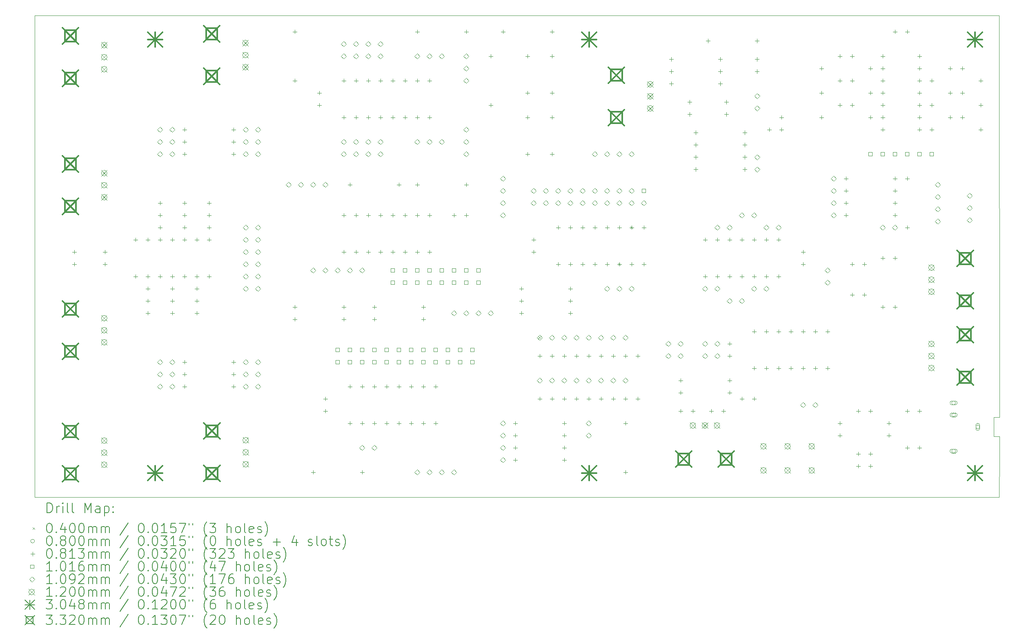
<source format=gbr>
%TF.GenerationSoftware,KiCad,Pcbnew,8.0.0*%
%TF.CreationDate,2024-08-21T17:37:23-06:00*%
%TF.ProjectId,logic_noise_playground,6c6f6769-635f-46e6-9f69-73655f706c61,rev?*%
%TF.SameCoordinates,Original*%
%TF.FileFunction,Drillmap*%
%TF.FilePolarity,Positive*%
%FSLAX45Y45*%
G04 Gerber Fmt 4.5, Leading zero omitted, Abs format (unit mm)*
G04 Created by KiCad (PCBNEW 8.0.0) date 2024-08-21 17:37:23*
%MOMM*%
%LPD*%
G01*
G04 APERTURE LIST*
%ADD10C,0.100000*%
%ADD11C,0.010000*%
%ADD12C,0.200000*%
%ADD13C,0.101600*%
%ADD14C,0.109220*%
%ADD15C,0.120000*%
%ADD16C,0.304800*%
%ADD17C,0.332000*%
G04 APERTURE END LIST*
D10*
X3500000Y-5000000D02*
X3500000Y-15000000D01*
X23500000Y-5000000D02*
X3500000Y-5000000D01*
X23504000Y-14139000D02*
X23500000Y-15000000D01*
X3500000Y-15000000D02*
X23500000Y-15000000D01*
X23504000Y-12939000D02*
X23500000Y-5000000D01*
D11*
X23384000Y-13339000D02*
X23504000Y-13339000D01*
X23384000Y-13739000D02*
X23384000Y-13339000D01*
D10*
X23504000Y-13339000D02*
X23504000Y-12939000D01*
D11*
X23504000Y-13739000D02*
X23384000Y-13739000D01*
D10*
X23504000Y-14139000D02*
X23504000Y-13739000D01*
D12*
D10*
X13950000Y-11664000D02*
X13990000Y-11704000D01*
X13990000Y-11664000D02*
X13950000Y-11704000D01*
X15601000Y-10140000D02*
X15641000Y-10180000D01*
X15641000Y-10140000D02*
X15601000Y-10180000D01*
X15855000Y-9378000D02*
X15895000Y-9418000D01*
X15895000Y-9378000D02*
X15855000Y-9418000D01*
X22594000Y-13039000D02*
G75*
G02*
X22514000Y-13039000I-40000J0D01*
G01*
X22514000Y-13039000D02*
G75*
G02*
X22594000Y-13039000I40000J0D01*
G01*
X22589000Y-12999000D02*
X22519000Y-12999000D01*
X22519000Y-13079000D02*
G75*
G02*
X22519000Y-12999000I0J40000D01*
G01*
X22519000Y-13079000D02*
X22589000Y-13079000D01*
X22589000Y-13079000D02*
G75*
G03*
X22589000Y-12999000I0J40000D01*
G01*
X22594000Y-13289000D02*
G75*
G02*
X22514000Y-13289000I-40000J0D01*
G01*
X22514000Y-13289000D02*
G75*
G02*
X22594000Y-13289000I40000J0D01*
G01*
X22589000Y-13249000D02*
X22519000Y-13249000D01*
X22519000Y-13329000D02*
G75*
G02*
X22519000Y-13249000I0J40000D01*
G01*
X22519000Y-13329000D02*
X22589000Y-13329000D01*
X22589000Y-13329000D02*
G75*
G03*
X22589000Y-13249000I0J40000D01*
G01*
X22594000Y-14039000D02*
G75*
G02*
X22514000Y-14039000I-40000J0D01*
G01*
X22514000Y-14039000D02*
G75*
G02*
X22594000Y-14039000I40000J0D01*
G01*
X22589000Y-13999000D02*
X22519000Y-13999000D01*
X22519000Y-14079000D02*
G75*
G02*
X22519000Y-13999000I0J40000D01*
G01*
X22519000Y-14079000D02*
X22589000Y-14079000D01*
X22589000Y-14079000D02*
G75*
G03*
X22589000Y-13999000I0J40000D01*
G01*
X23094000Y-13539000D02*
G75*
G02*
X23014000Y-13539000I-40000J0D01*
G01*
X23014000Y-13539000D02*
G75*
G02*
X23094000Y-13539000I40000J0D01*
G01*
X23094000Y-13574000D02*
X23094000Y-13504000D01*
X23014000Y-13504000D02*
G75*
G02*
X23094000Y-13504000I40000J0D01*
G01*
X23014000Y-13504000D02*
X23014000Y-13574000D01*
X23014000Y-13574000D02*
G75*
G03*
X23094000Y-13574000I40000J0D01*
G01*
X4318000Y-9865360D02*
X4318000Y-9946640D01*
X4277360Y-9906000D02*
X4358640Y-9906000D01*
X4318000Y-10119360D02*
X4318000Y-10200640D01*
X4277360Y-10160000D02*
X4358640Y-10160000D01*
X4953000Y-9865360D02*
X4953000Y-9946640D01*
X4912360Y-9906000D02*
X4993640Y-9906000D01*
X4953000Y-10119360D02*
X4953000Y-10200640D01*
X4912360Y-10160000D02*
X4993640Y-10160000D01*
X5588000Y-9611360D02*
X5588000Y-9692640D01*
X5547360Y-9652000D02*
X5628640Y-9652000D01*
X5588000Y-10373360D02*
X5588000Y-10454640D01*
X5547360Y-10414000D02*
X5628640Y-10414000D01*
X5842000Y-9611360D02*
X5842000Y-9692640D01*
X5801360Y-9652000D02*
X5882640Y-9652000D01*
X5842000Y-10373360D02*
X5842000Y-10454640D01*
X5801360Y-10414000D02*
X5882640Y-10414000D01*
X5842000Y-10627360D02*
X5842000Y-10708640D01*
X5801360Y-10668000D02*
X5882640Y-10668000D01*
X5842000Y-10881360D02*
X5842000Y-10962640D01*
X5801360Y-10922000D02*
X5882640Y-10922000D01*
X5842000Y-11135360D02*
X5842000Y-11216640D01*
X5801360Y-11176000D02*
X5882640Y-11176000D01*
X6096000Y-8849360D02*
X6096000Y-8930640D01*
X6055360Y-8890000D02*
X6136640Y-8890000D01*
X6096000Y-9103360D02*
X6096000Y-9184640D01*
X6055360Y-9144000D02*
X6136640Y-9144000D01*
X6096000Y-9357360D02*
X6096000Y-9438640D01*
X6055360Y-9398000D02*
X6136640Y-9398000D01*
X6096000Y-9611360D02*
X6096000Y-9692640D01*
X6055360Y-9652000D02*
X6136640Y-9652000D01*
X6096000Y-10373360D02*
X6096000Y-10454640D01*
X6055360Y-10414000D02*
X6136640Y-10414000D01*
X6350000Y-9611360D02*
X6350000Y-9692640D01*
X6309360Y-9652000D02*
X6390640Y-9652000D01*
X6350000Y-10373360D02*
X6350000Y-10454640D01*
X6309360Y-10414000D02*
X6390640Y-10414000D01*
X6350000Y-10627360D02*
X6350000Y-10708640D01*
X6309360Y-10668000D02*
X6390640Y-10668000D01*
X6350000Y-10881360D02*
X6350000Y-10962640D01*
X6309360Y-10922000D02*
X6390640Y-10922000D01*
X6350000Y-11135360D02*
X6350000Y-11216640D01*
X6309360Y-11176000D02*
X6390640Y-11176000D01*
X6604000Y-7325360D02*
X6604000Y-7406640D01*
X6563360Y-7366000D02*
X6644640Y-7366000D01*
X6604000Y-7579360D02*
X6604000Y-7660640D01*
X6563360Y-7620000D02*
X6644640Y-7620000D01*
X6604000Y-7833360D02*
X6604000Y-7914640D01*
X6563360Y-7874000D02*
X6644640Y-7874000D01*
X6604000Y-8849360D02*
X6604000Y-8930640D01*
X6563360Y-8890000D02*
X6644640Y-8890000D01*
X6604000Y-9103360D02*
X6604000Y-9184640D01*
X6563360Y-9144000D02*
X6644640Y-9144000D01*
X6604000Y-9357360D02*
X6604000Y-9438640D01*
X6563360Y-9398000D02*
X6644640Y-9398000D01*
X6604000Y-9611360D02*
X6604000Y-9692640D01*
X6563360Y-9652000D02*
X6644640Y-9652000D01*
X6604000Y-10373360D02*
X6604000Y-10454640D01*
X6563360Y-10414000D02*
X6644640Y-10414000D01*
X6604000Y-12151360D02*
X6604000Y-12232640D01*
X6563360Y-12192000D02*
X6644640Y-12192000D01*
X6604000Y-12405360D02*
X6604000Y-12486640D01*
X6563360Y-12446000D02*
X6644640Y-12446000D01*
X6604000Y-12659360D02*
X6604000Y-12740640D01*
X6563360Y-12700000D02*
X6644640Y-12700000D01*
X6858000Y-9611360D02*
X6858000Y-9692640D01*
X6817360Y-9652000D02*
X6898640Y-9652000D01*
X6858000Y-10373360D02*
X6858000Y-10454640D01*
X6817360Y-10414000D02*
X6898640Y-10414000D01*
X6858000Y-10627360D02*
X6858000Y-10708640D01*
X6817360Y-10668000D02*
X6898640Y-10668000D01*
X6858000Y-10881360D02*
X6858000Y-10962640D01*
X6817360Y-10922000D02*
X6898640Y-10922000D01*
X6858000Y-11135360D02*
X6858000Y-11216640D01*
X6817360Y-11176000D02*
X6898640Y-11176000D01*
X7112000Y-8849360D02*
X7112000Y-8930640D01*
X7071360Y-8890000D02*
X7152640Y-8890000D01*
X7112000Y-9103360D02*
X7112000Y-9184640D01*
X7071360Y-9144000D02*
X7152640Y-9144000D01*
X7112000Y-9357360D02*
X7112000Y-9438640D01*
X7071360Y-9398000D02*
X7152640Y-9398000D01*
X7112000Y-9611360D02*
X7112000Y-9692640D01*
X7071360Y-9652000D02*
X7152640Y-9652000D01*
X7112000Y-10373360D02*
X7112000Y-10454640D01*
X7071360Y-10414000D02*
X7152640Y-10414000D01*
X7620000Y-7325360D02*
X7620000Y-7406640D01*
X7579360Y-7366000D02*
X7660640Y-7366000D01*
X7620000Y-7579360D02*
X7620000Y-7660640D01*
X7579360Y-7620000D02*
X7660640Y-7620000D01*
X7620000Y-7833360D02*
X7620000Y-7914640D01*
X7579360Y-7874000D02*
X7660640Y-7874000D01*
X7620000Y-12151360D02*
X7620000Y-12232640D01*
X7579360Y-12192000D02*
X7660640Y-12192000D01*
X7620000Y-12405360D02*
X7620000Y-12486640D01*
X7579360Y-12446000D02*
X7660640Y-12446000D01*
X7620000Y-12659360D02*
X7620000Y-12740640D01*
X7579360Y-12700000D02*
X7660640Y-12700000D01*
X8890000Y-5293360D02*
X8890000Y-5374640D01*
X8849360Y-5334000D02*
X8930640Y-5334000D01*
X8890000Y-6309360D02*
X8890000Y-6390640D01*
X8849360Y-6350000D02*
X8930640Y-6350000D01*
X8890000Y-11008360D02*
X8890000Y-11089640D01*
X8849360Y-11049000D02*
X8930640Y-11049000D01*
X8890000Y-11262360D02*
X8890000Y-11343640D01*
X8849360Y-11303000D02*
X8930640Y-11303000D01*
X9271000Y-14437360D02*
X9271000Y-14518640D01*
X9230360Y-14478000D02*
X9311640Y-14478000D01*
X9398000Y-6563360D02*
X9398000Y-6644640D01*
X9357360Y-6604000D02*
X9438640Y-6604000D01*
X9398000Y-6817360D02*
X9398000Y-6898640D01*
X9357360Y-6858000D02*
X9438640Y-6858000D01*
X9525000Y-12913360D02*
X9525000Y-12994640D01*
X9484360Y-12954000D02*
X9565640Y-12954000D01*
X9525000Y-13167360D02*
X9525000Y-13248640D01*
X9484360Y-13208000D02*
X9565640Y-13208000D01*
X9906000Y-6309360D02*
X9906000Y-6390640D01*
X9865360Y-6350000D02*
X9946640Y-6350000D01*
X9906000Y-7071360D02*
X9906000Y-7152640D01*
X9865360Y-7112000D02*
X9946640Y-7112000D01*
X9906000Y-9103360D02*
X9906000Y-9184640D01*
X9865360Y-9144000D02*
X9946640Y-9144000D01*
X9906000Y-9865360D02*
X9906000Y-9946640D01*
X9865360Y-9906000D02*
X9946640Y-9906000D01*
X9906000Y-11008360D02*
X9906000Y-11089640D01*
X9865360Y-11049000D02*
X9946640Y-11049000D01*
X9906000Y-11262360D02*
X9906000Y-11343640D01*
X9865360Y-11303000D02*
X9946640Y-11303000D01*
X10033000Y-8468360D02*
X10033000Y-8549640D01*
X9992360Y-8509000D02*
X10073640Y-8509000D01*
X10033000Y-12659360D02*
X10033000Y-12740640D01*
X9992360Y-12700000D02*
X10073640Y-12700000D01*
X10033000Y-13421360D02*
X10033000Y-13502640D01*
X9992360Y-13462000D02*
X10073640Y-13462000D01*
X10160000Y-6309360D02*
X10160000Y-6390640D01*
X10119360Y-6350000D02*
X10200640Y-6350000D01*
X10160000Y-7071360D02*
X10160000Y-7152640D01*
X10119360Y-7112000D02*
X10200640Y-7112000D01*
X10160000Y-9103360D02*
X10160000Y-9184640D01*
X10119360Y-9144000D02*
X10200640Y-9144000D01*
X10160000Y-9865360D02*
X10160000Y-9946640D01*
X10119360Y-9906000D02*
X10200640Y-9906000D01*
X10287000Y-12659360D02*
X10287000Y-12740640D01*
X10246360Y-12700000D02*
X10327640Y-12700000D01*
X10287000Y-13421360D02*
X10287000Y-13502640D01*
X10246360Y-13462000D02*
X10327640Y-13462000D01*
X10287000Y-14437360D02*
X10287000Y-14518640D01*
X10246360Y-14478000D02*
X10327640Y-14478000D01*
X10414000Y-6309360D02*
X10414000Y-6390640D01*
X10373360Y-6350000D02*
X10454640Y-6350000D01*
X10414000Y-7071360D02*
X10414000Y-7152640D01*
X10373360Y-7112000D02*
X10454640Y-7112000D01*
X10414000Y-9103360D02*
X10414000Y-9184640D01*
X10373360Y-9144000D02*
X10454640Y-9144000D01*
X10414000Y-9865360D02*
X10414000Y-9946640D01*
X10373360Y-9906000D02*
X10454640Y-9906000D01*
X10541000Y-11008360D02*
X10541000Y-11089640D01*
X10500360Y-11049000D02*
X10581640Y-11049000D01*
X10541000Y-11262360D02*
X10541000Y-11343640D01*
X10500360Y-11303000D02*
X10581640Y-11303000D01*
X10541000Y-12659360D02*
X10541000Y-12740640D01*
X10500360Y-12700000D02*
X10581640Y-12700000D01*
X10541000Y-13421360D02*
X10541000Y-13502640D01*
X10500360Y-13462000D02*
X10581640Y-13462000D01*
X10668000Y-6309360D02*
X10668000Y-6390640D01*
X10627360Y-6350000D02*
X10708640Y-6350000D01*
X10668000Y-7071360D02*
X10668000Y-7152640D01*
X10627360Y-7112000D02*
X10708640Y-7112000D01*
X10668000Y-9103360D02*
X10668000Y-9184640D01*
X10627360Y-9144000D02*
X10708640Y-9144000D01*
X10668000Y-9865360D02*
X10668000Y-9946640D01*
X10627360Y-9906000D02*
X10708640Y-9906000D01*
X10795000Y-12659360D02*
X10795000Y-12740640D01*
X10754360Y-12700000D02*
X10835640Y-12700000D01*
X10795000Y-13421360D02*
X10795000Y-13502640D01*
X10754360Y-13462000D02*
X10835640Y-13462000D01*
X10922000Y-6309360D02*
X10922000Y-6390640D01*
X10881360Y-6350000D02*
X10962640Y-6350000D01*
X10922000Y-7071360D02*
X10922000Y-7152640D01*
X10881360Y-7112000D02*
X10962640Y-7112000D01*
X10922000Y-9103360D02*
X10922000Y-9184640D01*
X10881360Y-9144000D02*
X10962640Y-9144000D01*
X10922000Y-9865360D02*
X10922000Y-9946640D01*
X10881360Y-9906000D02*
X10962640Y-9906000D01*
X11049000Y-8468360D02*
X11049000Y-8549640D01*
X11008360Y-8509000D02*
X11089640Y-8509000D01*
X11049000Y-12659360D02*
X11049000Y-12740640D01*
X11008360Y-12700000D02*
X11089640Y-12700000D01*
X11049000Y-13421360D02*
X11049000Y-13502640D01*
X11008360Y-13462000D02*
X11089640Y-13462000D01*
X11176000Y-6309360D02*
X11176000Y-6390640D01*
X11135360Y-6350000D02*
X11216640Y-6350000D01*
X11176000Y-7071360D02*
X11176000Y-7152640D01*
X11135360Y-7112000D02*
X11216640Y-7112000D01*
X11176000Y-9103360D02*
X11176000Y-9184640D01*
X11135360Y-9144000D02*
X11216640Y-9144000D01*
X11176000Y-9865360D02*
X11176000Y-9946640D01*
X11135360Y-9906000D02*
X11216640Y-9906000D01*
X11303000Y-12659360D02*
X11303000Y-12740640D01*
X11262360Y-12700000D02*
X11343640Y-12700000D01*
X11303000Y-13421360D02*
X11303000Y-13502640D01*
X11262360Y-13462000D02*
X11343640Y-13462000D01*
X11430000Y-5293360D02*
X11430000Y-5374640D01*
X11389360Y-5334000D02*
X11470640Y-5334000D01*
X11430000Y-6309360D02*
X11430000Y-6390640D01*
X11389360Y-6350000D02*
X11470640Y-6350000D01*
X11430000Y-7071360D02*
X11430000Y-7152640D01*
X11389360Y-7112000D02*
X11470640Y-7112000D01*
X11430000Y-8468360D02*
X11430000Y-8549640D01*
X11389360Y-8509000D02*
X11470640Y-8509000D01*
X11430000Y-9103360D02*
X11430000Y-9184640D01*
X11389360Y-9144000D02*
X11470640Y-9144000D01*
X11430000Y-9865360D02*
X11430000Y-9946640D01*
X11389360Y-9906000D02*
X11470640Y-9906000D01*
X11557000Y-11008360D02*
X11557000Y-11089640D01*
X11516360Y-11049000D02*
X11597640Y-11049000D01*
X11557000Y-11262360D02*
X11557000Y-11343640D01*
X11516360Y-11303000D02*
X11597640Y-11303000D01*
X11557000Y-12659360D02*
X11557000Y-12740640D01*
X11516360Y-12700000D02*
X11597640Y-12700000D01*
X11557000Y-13421360D02*
X11557000Y-13502640D01*
X11516360Y-13462000D02*
X11597640Y-13462000D01*
X11684000Y-6309360D02*
X11684000Y-6390640D01*
X11643360Y-6350000D02*
X11724640Y-6350000D01*
X11684000Y-7071360D02*
X11684000Y-7152640D01*
X11643360Y-7112000D02*
X11724640Y-7112000D01*
X11684000Y-9103360D02*
X11684000Y-9184640D01*
X11643360Y-9144000D02*
X11724640Y-9144000D01*
X11684000Y-9865360D02*
X11684000Y-9946640D01*
X11643360Y-9906000D02*
X11724640Y-9906000D01*
X11811000Y-12659360D02*
X11811000Y-12740640D01*
X11770360Y-12700000D02*
X11851640Y-12700000D01*
X11811000Y-13421360D02*
X11811000Y-13502640D01*
X11770360Y-13462000D02*
X11851640Y-13462000D01*
X12192000Y-9103360D02*
X12192000Y-9184640D01*
X12151360Y-9144000D02*
X12232640Y-9144000D01*
X12446000Y-5293360D02*
X12446000Y-5374640D01*
X12405360Y-5334000D02*
X12486640Y-5334000D01*
X12446000Y-8468360D02*
X12446000Y-8549640D01*
X12405360Y-8509000D02*
X12486640Y-8509000D01*
X12446000Y-9103360D02*
X12446000Y-9184640D01*
X12405360Y-9144000D02*
X12486640Y-9144000D01*
X12954000Y-5801360D02*
X12954000Y-5882640D01*
X12913360Y-5842000D02*
X12994640Y-5842000D01*
X12954000Y-6817360D02*
X12954000Y-6898640D01*
X12913360Y-6858000D02*
X12994640Y-6858000D01*
X13208000Y-5293360D02*
X13208000Y-5374640D01*
X13167360Y-5334000D02*
X13248640Y-5334000D01*
X13462000Y-13421360D02*
X13462000Y-13502640D01*
X13421360Y-13462000D02*
X13502640Y-13462000D01*
X13462000Y-13675360D02*
X13462000Y-13756640D01*
X13421360Y-13716000D02*
X13502640Y-13716000D01*
X13462000Y-13929360D02*
X13462000Y-14010640D01*
X13421360Y-13970000D02*
X13502640Y-13970000D01*
X13462000Y-14183360D02*
X13462000Y-14264640D01*
X13421360Y-14224000D02*
X13502640Y-14224000D01*
X13589000Y-10627360D02*
X13589000Y-10708640D01*
X13548360Y-10668000D02*
X13629640Y-10668000D01*
X13589000Y-10881360D02*
X13589000Y-10962640D01*
X13548360Y-10922000D02*
X13629640Y-10922000D01*
X13589000Y-11135360D02*
X13589000Y-11216640D01*
X13548360Y-11176000D02*
X13629640Y-11176000D01*
X13716000Y-5801360D02*
X13716000Y-5882640D01*
X13675360Y-5842000D02*
X13756640Y-5842000D01*
X13716000Y-6563360D02*
X13716000Y-6644640D01*
X13675360Y-6604000D02*
X13756640Y-6604000D01*
X13716000Y-7071360D02*
X13716000Y-7152640D01*
X13675360Y-7112000D02*
X13756640Y-7112000D01*
X13716000Y-7833360D02*
X13716000Y-7914640D01*
X13675360Y-7874000D02*
X13756640Y-7874000D01*
X13843000Y-9611360D02*
X13843000Y-9692640D01*
X13802360Y-9652000D02*
X13883640Y-9652000D01*
X13843000Y-9865360D02*
X13843000Y-9946640D01*
X13802360Y-9906000D02*
X13883640Y-9906000D01*
X13970000Y-12024360D02*
X13970000Y-12105640D01*
X13929360Y-12065000D02*
X14010640Y-12065000D01*
X13970000Y-12913360D02*
X13970000Y-12994640D01*
X13929360Y-12954000D02*
X14010640Y-12954000D01*
X14224000Y-5293360D02*
X14224000Y-5374640D01*
X14183360Y-5334000D02*
X14264640Y-5334000D01*
X14224000Y-5801360D02*
X14224000Y-5882640D01*
X14183360Y-5842000D02*
X14264640Y-5842000D01*
X14224000Y-6563360D02*
X14224000Y-6644640D01*
X14183360Y-6604000D02*
X14264640Y-6604000D01*
X14224000Y-7071360D02*
X14224000Y-7152640D01*
X14183360Y-7112000D02*
X14264640Y-7112000D01*
X14224000Y-7833360D02*
X14224000Y-7914640D01*
X14183360Y-7874000D02*
X14264640Y-7874000D01*
X14224000Y-12024360D02*
X14224000Y-12105640D01*
X14183360Y-12065000D02*
X14264640Y-12065000D01*
X14224000Y-12913360D02*
X14224000Y-12994640D01*
X14183360Y-12954000D02*
X14264640Y-12954000D01*
X14351000Y-9357360D02*
X14351000Y-9438640D01*
X14310360Y-9398000D02*
X14391640Y-9398000D01*
X14351000Y-10119360D02*
X14351000Y-10200640D01*
X14310360Y-10160000D02*
X14391640Y-10160000D01*
X14478000Y-12024360D02*
X14478000Y-12105640D01*
X14437360Y-12065000D02*
X14518640Y-12065000D01*
X14478000Y-12913360D02*
X14478000Y-12994640D01*
X14437360Y-12954000D02*
X14518640Y-12954000D01*
X14478000Y-13421360D02*
X14478000Y-13502640D01*
X14437360Y-13462000D02*
X14518640Y-13462000D01*
X14478000Y-13675360D02*
X14478000Y-13756640D01*
X14437360Y-13716000D02*
X14518640Y-13716000D01*
X14478000Y-13929360D02*
X14478000Y-14010640D01*
X14437360Y-13970000D02*
X14518640Y-13970000D01*
X14478000Y-14183360D02*
X14478000Y-14264640D01*
X14437360Y-14224000D02*
X14518640Y-14224000D01*
X14605000Y-9357360D02*
X14605000Y-9438640D01*
X14564360Y-9398000D02*
X14645640Y-9398000D01*
X14605000Y-10119360D02*
X14605000Y-10200640D01*
X14564360Y-10160000D02*
X14645640Y-10160000D01*
X14605000Y-10627360D02*
X14605000Y-10708640D01*
X14564360Y-10668000D02*
X14645640Y-10668000D01*
X14605000Y-10881360D02*
X14605000Y-10962640D01*
X14564360Y-10922000D02*
X14645640Y-10922000D01*
X14605000Y-11135360D02*
X14605000Y-11216640D01*
X14564360Y-11176000D02*
X14645640Y-11176000D01*
X14732000Y-12024360D02*
X14732000Y-12105640D01*
X14691360Y-12065000D02*
X14772640Y-12065000D01*
X14732000Y-12913360D02*
X14732000Y-12994640D01*
X14691360Y-12954000D02*
X14772640Y-12954000D01*
X14859000Y-9357360D02*
X14859000Y-9438640D01*
X14818360Y-9398000D02*
X14899640Y-9398000D01*
X14859000Y-10119360D02*
X14859000Y-10200640D01*
X14818360Y-10160000D02*
X14899640Y-10160000D01*
X14986000Y-12024360D02*
X14986000Y-12105640D01*
X14945360Y-12065000D02*
X15026640Y-12065000D01*
X14986000Y-12913360D02*
X14986000Y-12994640D01*
X14945360Y-12954000D02*
X15026640Y-12954000D01*
X15113000Y-9357360D02*
X15113000Y-9438640D01*
X15072360Y-9398000D02*
X15153640Y-9398000D01*
X15113000Y-10119360D02*
X15113000Y-10200640D01*
X15072360Y-10160000D02*
X15153640Y-10160000D01*
X15240000Y-12024360D02*
X15240000Y-12105640D01*
X15199360Y-12065000D02*
X15280640Y-12065000D01*
X15240000Y-12913360D02*
X15240000Y-12994640D01*
X15199360Y-12954000D02*
X15280640Y-12954000D01*
X15367000Y-9357360D02*
X15367000Y-9438640D01*
X15326360Y-9398000D02*
X15407640Y-9398000D01*
X15367000Y-10119360D02*
X15367000Y-10200640D01*
X15326360Y-10160000D02*
X15407640Y-10160000D01*
X15494000Y-12024360D02*
X15494000Y-12105640D01*
X15453360Y-12065000D02*
X15534640Y-12065000D01*
X15494000Y-12913360D02*
X15494000Y-12994640D01*
X15453360Y-12954000D02*
X15534640Y-12954000D01*
X15621000Y-9357360D02*
X15621000Y-9438640D01*
X15580360Y-9398000D02*
X15661640Y-9398000D01*
X15621000Y-10119360D02*
X15621000Y-10200640D01*
X15580360Y-10160000D02*
X15661640Y-10160000D01*
X15748000Y-12024360D02*
X15748000Y-12105640D01*
X15707360Y-12065000D02*
X15788640Y-12065000D01*
X15748000Y-12913360D02*
X15748000Y-12994640D01*
X15707360Y-12954000D02*
X15788640Y-12954000D01*
X15748000Y-13421360D02*
X15748000Y-13502640D01*
X15707360Y-13462000D02*
X15788640Y-13462000D01*
X15748000Y-14437360D02*
X15748000Y-14518640D01*
X15707360Y-14478000D02*
X15788640Y-14478000D01*
X15875000Y-9357360D02*
X15875000Y-9438640D01*
X15834360Y-9398000D02*
X15915640Y-9398000D01*
X15875000Y-10119360D02*
X15875000Y-10200640D01*
X15834360Y-10160000D02*
X15915640Y-10160000D01*
X16002000Y-12024360D02*
X16002000Y-12105640D01*
X15961360Y-12065000D02*
X16042640Y-12065000D01*
X16002000Y-12913360D02*
X16002000Y-12994640D01*
X15961360Y-12954000D02*
X16042640Y-12954000D01*
X16129000Y-9357360D02*
X16129000Y-9438640D01*
X16088360Y-9398000D02*
X16169640Y-9398000D01*
X16129000Y-10119360D02*
X16129000Y-10200640D01*
X16088360Y-10160000D02*
X16169640Y-10160000D01*
X16700500Y-5864860D02*
X16700500Y-5946140D01*
X16659860Y-5905500D02*
X16741140Y-5905500D01*
X16700500Y-6118860D02*
X16700500Y-6200140D01*
X16659860Y-6159500D02*
X16741140Y-6159500D01*
X16700500Y-6372860D02*
X16700500Y-6454140D01*
X16659860Y-6413500D02*
X16741140Y-6413500D01*
X16891000Y-12532360D02*
X16891000Y-12613640D01*
X16850360Y-12573000D02*
X16931640Y-12573000D01*
X16891000Y-12786360D02*
X16891000Y-12867640D01*
X16850360Y-12827000D02*
X16931640Y-12827000D01*
X16891000Y-13167360D02*
X16891000Y-13248640D01*
X16850360Y-13208000D02*
X16931640Y-13208000D01*
X17081500Y-6753860D02*
X17081500Y-6835140D01*
X17040860Y-6794500D02*
X17122140Y-6794500D01*
X17081500Y-7007860D02*
X17081500Y-7089140D01*
X17040860Y-7048500D02*
X17122140Y-7048500D01*
X17145000Y-13167360D02*
X17145000Y-13248640D01*
X17104360Y-13208000D02*
X17185640Y-13208000D01*
X17208500Y-7388860D02*
X17208500Y-7470140D01*
X17167860Y-7429500D02*
X17249140Y-7429500D01*
X17208500Y-7642860D02*
X17208500Y-7724140D01*
X17167860Y-7683500D02*
X17249140Y-7683500D01*
X17208500Y-7896860D02*
X17208500Y-7978140D01*
X17167860Y-7937500D02*
X17249140Y-7937500D01*
X17208500Y-8150860D02*
X17208500Y-8232140D01*
X17167860Y-8191500D02*
X17249140Y-8191500D01*
X17399000Y-9611360D02*
X17399000Y-9692640D01*
X17358360Y-9652000D02*
X17439640Y-9652000D01*
X17399000Y-10373360D02*
X17399000Y-10454640D01*
X17358360Y-10414000D02*
X17439640Y-10414000D01*
X17462500Y-5483860D02*
X17462500Y-5565140D01*
X17421860Y-5524500D02*
X17503140Y-5524500D01*
X17526000Y-13167360D02*
X17526000Y-13248640D01*
X17485360Y-13208000D02*
X17566640Y-13208000D01*
X17653000Y-9611360D02*
X17653000Y-9692640D01*
X17612360Y-9652000D02*
X17693640Y-9652000D01*
X17653000Y-10373360D02*
X17653000Y-10454640D01*
X17612360Y-10414000D02*
X17693640Y-10414000D01*
X17716500Y-5864860D02*
X17716500Y-5946140D01*
X17675860Y-5905500D02*
X17757140Y-5905500D01*
X17716500Y-6118860D02*
X17716500Y-6200140D01*
X17675860Y-6159500D02*
X17757140Y-6159500D01*
X17716500Y-6372860D02*
X17716500Y-6454140D01*
X17675860Y-6413500D02*
X17757140Y-6413500D01*
X17780000Y-13167360D02*
X17780000Y-13248640D01*
X17739360Y-13208000D02*
X17820640Y-13208000D01*
X17843500Y-6753860D02*
X17843500Y-6835140D01*
X17802860Y-6794500D02*
X17884140Y-6794500D01*
X17843500Y-7007860D02*
X17843500Y-7089140D01*
X17802860Y-7048500D02*
X17884140Y-7048500D01*
X17907000Y-9611360D02*
X17907000Y-9692640D01*
X17866360Y-9652000D02*
X17947640Y-9652000D01*
X17907000Y-10373360D02*
X17907000Y-10454640D01*
X17866360Y-10414000D02*
X17947640Y-10414000D01*
X17907000Y-11770360D02*
X17907000Y-11851640D01*
X17866360Y-11811000D02*
X17947640Y-11811000D01*
X17907000Y-12024360D02*
X17907000Y-12105640D01*
X17866360Y-12065000D02*
X17947640Y-12065000D01*
X17907000Y-12532360D02*
X17907000Y-12613640D01*
X17866360Y-12573000D02*
X17947640Y-12573000D01*
X17907000Y-12786360D02*
X17907000Y-12867640D01*
X17866360Y-12827000D02*
X17947640Y-12827000D01*
X18161000Y-9611360D02*
X18161000Y-9692640D01*
X18120360Y-9652000D02*
X18201640Y-9652000D01*
X18161000Y-10373360D02*
X18161000Y-10454640D01*
X18120360Y-10414000D02*
X18201640Y-10414000D01*
X18161000Y-12913360D02*
X18161000Y-12994640D01*
X18120360Y-12954000D02*
X18201640Y-12954000D01*
X18224500Y-7388860D02*
X18224500Y-7470140D01*
X18183860Y-7429500D02*
X18265140Y-7429500D01*
X18224500Y-7642860D02*
X18224500Y-7724140D01*
X18183860Y-7683500D02*
X18265140Y-7683500D01*
X18224500Y-7896860D02*
X18224500Y-7978140D01*
X18183860Y-7937500D02*
X18265140Y-7937500D01*
X18224500Y-8150860D02*
X18224500Y-8232140D01*
X18183860Y-8191500D02*
X18265140Y-8191500D01*
X18415000Y-9611360D02*
X18415000Y-9692640D01*
X18374360Y-9652000D02*
X18455640Y-9652000D01*
X18415000Y-10373360D02*
X18415000Y-10454640D01*
X18374360Y-10414000D02*
X18455640Y-10414000D01*
X18415000Y-11516360D02*
X18415000Y-11597640D01*
X18374360Y-11557000D02*
X18455640Y-11557000D01*
X18415000Y-12278360D02*
X18415000Y-12359640D01*
X18374360Y-12319000D02*
X18455640Y-12319000D01*
X18415000Y-12913360D02*
X18415000Y-12994640D01*
X18374360Y-12954000D02*
X18455640Y-12954000D01*
X18478500Y-5483860D02*
X18478500Y-5565140D01*
X18437860Y-5524500D02*
X18519140Y-5524500D01*
X18478500Y-5864860D02*
X18478500Y-5946140D01*
X18437860Y-5905500D02*
X18519140Y-5905500D01*
X18478500Y-6118860D02*
X18478500Y-6200140D01*
X18437860Y-6159500D02*
X18519140Y-6159500D01*
X18669000Y-9611360D02*
X18669000Y-9692640D01*
X18628360Y-9652000D02*
X18709640Y-9652000D01*
X18669000Y-10373360D02*
X18669000Y-10454640D01*
X18628360Y-10414000D02*
X18709640Y-10414000D01*
X18669000Y-11516360D02*
X18669000Y-11597640D01*
X18628360Y-11557000D02*
X18709640Y-11557000D01*
X18669000Y-12278360D02*
X18669000Y-12359640D01*
X18628360Y-12319000D02*
X18709640Y-12319000D01*
X18732500Y-7325360D02*
X18732500Y-7406640D01*
X18691860Y-7366000D02*
X18773140Y-7366000D01*
X18923000Y-9611360D02*
X18923000Y-9692640D01*
X18882360Y-9652000D02*
X18963640Y-9652000D01*
X18923000Y-10373360D02*
X18923000Y-10454640D01*
X18882360Y-10414000D02*
X18963640Y-10414000D01*
X18923000Y-11516360D02*
X18923000Y-11597640D01*
X18882360Y-11557000D02*
X18963640Y-11557000D01*
X18923000Y-12278360D02*
X18923000Y-12359640D01*
X18882360Y-12319000D02*
X18963640Y-12319000D01*
X18986500Y-7071360D02*
X18986500Y-7152640D01*
X18945860Y-7112000D02*
X19027140Y-7112000D01*
X18986500Y-7325360D02*
X18986500Y-7406640D01*
X18945860Y-7366000D02*
X19027140Y-7366000D01*
X19177000Y-11516360D02*
X19177000Y-11597640D01*
X19136360Y-11557000D02*
X19217640Y-11557000D01*
X19177000Y-12278360D02*
X19177000Y-12359640D01*
X19136360Y-12319000D02*
X19217640Y-12319000D01*
X19431000Y-9865360D02*
X19431000Y-9946640D01*
X19390360Y-9906000D02*
X19471640Y-9906000D01*
X19431000Y-10119360D02*
X19431000Y-10200640D01*
X19390360Y-10160000D02*
X19471640Y-10160000D01*
X19431000Y-11516360D02*
X19431000Y-11597640D01*
X19390360Y-11557000D02*
X19471640Y-11557000D01*
X19431000Y-12278360D02*
X19431000Y-12359640D01*
X19390360Y-12319000D02*
X19471640Y-12319000D01*
X19685000Y-11516360D02*
X19685000Y-11597640D01*
X19644360Y-11557000D02*
X19725640Y-11557000D01*
X19685000Y-12278360D02*
X19685000Y-12359640D01*
X19644360Y-12319000D02*
X19725640Y-12319000D01*
X19812000Y-6055360D02*
X19812000Y-6136640D01*
X19771360Y-6096000D02*
X19852640Y-6096000D01*
X19812000Y-6563360D02*
X19812000Y-6644640D01*
X19771360Y-6604000D02*
X19852640Y-6604000D01*
X19812000Y-7071360D02*
X19812000Y-7152640D01*
X19771360Y-7112000D02*
X19852640Y-7112000D01*
X19939000Y-11516360D02*
X19939000Y-11597640D01*
X19898360Y-11557000D02*
X19979640Y-11557000D01*
X19939000Y-12278360D02*
X19939000Y-12359640D01*
X19898360Y-12319000D02*
X19979640Y-12319000D01*
X20193000Y-5801360D02*
X20193000Y-5882640D01*
X20152360Y-5842000D02*
X20233640Y-5842000D01*
X20193000Y-6309360D02*
X20193000Y-6390640D01*
X20152360Y-6350000D02*
X20233640Y-6350000D01*
X20193000Y-6817360D02*
X20193000Y-6898640D01*
X20152360Y-6858000D02*
X20233640Y-6858000D01*
X20193000Y-13421360D02*
X20193000Y-13502640D01*
X20152360Y-13462000D02*
X20233640Y-13462000D01*
X20193000Y-13675360D02*
X20193000Y-13756640D01*
X20152360Y-13716000D02*
X20233640Y-13716000D01*
X20320000Y-8341360D02*
X20320000Y-8422640D01*
X20279360Y-8382000D02*
X20360640Y-8382000D01*
X20320000Y-8595360D02*
X20320000Y-8676640D01*
X20279360Y-8636000D02*
X20360640Y-8636000D01*
X20320000Y-8849360D02*
X20320000Y-8930640D01*
X20279360Y-8890000D02*
X20360640Y-8890000D01*
X20320000Y-9103360D02*
X20320000Y-9184640D01*
X20279360Y-9144000D02*
X20360640Y-9144000D01*
X20447000Y-5801360D02*
X20447000Y-5882640D01*
X20406360Y-5842000D02*
X20487640Y-5842000D01*
X20447000Y-6309360D02*
X20447000Y-6390640D01*
X20406360Y-6350000D02*
X20487640Y-6350000D01*
X20447000Y-6817360D02*
X20447000Y-6898640D01*
X20406360Y-6858000D02*
X20487640Y-6858000D01*
X20447000Y-10119360D02*
X20447000Y-10200640D01*
X20406360Y-10160000D02*
X20487640Y-10160000D01*
X20447000Y-10754360D02*
X20447000Y-10835640D01*
X20406360Y-10795000D02*
X20487640Y-10795000D01*
X20574000Y-13167360D02*
X20574000Y-13248640D01*
X20533360Y-13208000D02*
X20614640Y-13208000D01*
X20574000Y-14056360D02*
X20574000Y-14137640D01*
X20533360Y-14097000D02*
X20614640Y-14097000D01*
X20574000Y-14310360D02*
X20574000Y-14391640D01*
X20533360Y-14351000D02*
X20614640Y-14351000D01*
X20701000Y-10119360D02*
X20701000Y-10200640D01*
X20660360Y-10160000D02*
X20741640Y-10160000D01*
X20701000Y-10754360D02*
X20701000Y-10835640D01*
X20660360Y-10795000D02*
X20741640Y-10795000D01*
X20828000Y-6055360D02*
X20828000Y-6136640D01*
X20787360Y-6096000D02*
X20868640Y-6096000D01*
X20828000Y-6563360D02*
X20828000Y-6644640D01*
X20787360Y-6604000D02*
X20868640Y-6604000D01*
X20828000Y-7071360D02*
X20828000Y-7152640D01*
X20787360Y-7112000D02*
X20868640Y-7112000D01*
X20828000Y-13167360D02*
X20828000Y-13248640D01*
X20787360Y-13208000D02*
X20868640Y-13208000D01*
X20828000Y-14056360D02*
X20828000Y-14137640D01*
X20787360Y-14097000D02*
X20868640Y-14097000D01*
X20828000Y-14310360D02*
X20828000Y-14391640D01*
X20787360Y-14351000D02*
X20868640Y-14351000D01*
X21082000Y-5801360D02*
X21082000Y-5882640D01*
X21041360Y-5842000D02*
X21122640Y-5842000D01*
X21082000Y-6055360D02*
X21082000Y-6136640D01*
X21041360Y-6096000D02*
X21122640Y-6096000D01*
X21082000Y-6309360D02*
X21082000Y-6390640D01*
X21041360Y-6350000D02*
X21122640Y-6350000D01*
X21082000Y-6563360D02*
X21082000Y-6644640D01*
X21041360Y-6604000D02*
X21122640Y-6604000D01*
X21082000Y-6817360D02*
X21082000Y-6898640D01*
X21041360Y-6858000D02*
X21122640Y-6858000D01*
X21082000Y-7071360D02*
X21082000Y-7152640D01*
X21041360Y-7112000D02*
X21122640Y-7112000D01*
X21082000Y-7325360D02*
X21082000Y-7406640D01*
X21041360Y-7366000D02*
X21122640Y-7366000D01*
X21082000Y-9992360D02*
X21082000Y-10073640D01*
X21041360Y-10033000D02*
X21122640Y-10033000D01*
X21082000Y-11008360D02*
X21082000Y-11089640D01*
X21041360Y-11049000D02*
X21122640Y-11049000D01*
X21209000Y-13421360D02*
X21209000Y-13502640D01*
X21168360Y-13462000D02*
X21249640Y-13462000D01*
X21209000Y-13675360D02*
X21209000Y-13756640D01*
X21168360Y-13716000D02*
X21249640Y-13716000D01*
X21336000Y-5293360D02*
X21336000Y-5374640D01*
X21295360Y-5334000D02*
X21376640Y-5334000D01*
X21336000Y-8341360D02*
X21336000Y-8422640D01*
X21295360Y-8382000D02*
X21376640Y-8382000D01*
X21336000Y-8595360D02*
X21336000Y-8676640D01*
X21295360Y-8636000D02*
X21376640Y-8636000D01*
X21336000Y-8849360D02*
X21336000Y-8930640D01*
X21295360Y-8890000D02*
X21376640Y-8890000D01*
X21336000Y-9103360D02*
X21336000Y-9184640D01*
X21295360Y-9144000D02*
X21376640Y-9144000D01*
X21336000Y-9992360D02*
X21336000Y-10073640D01*
X21295360Y-10033000D02*
X21376640Y-10033000D01*
X21336000Y-11008360D02*
X21336000Y-11089640D01*
X21295360Y-11049000D02*
X21376640Y-11049000D01*
X21590000Y-5293360D02*
X21590000Y-5374640D01*
X21549360Y-5334000D02*
X21630640Y-5334000D01*
X21590000Y-8341360D02*
X21590000Y-8422640D01*
X21549360Y-8382000D02*
X21630640Y-8382000D01*
X21590000Y-9357360D02*
X21590000Y-9438640D01*
X21549360Y-9398000D02*
X21630640Y-9398000D01*
X21590000Y-13167360D02*
X21590000Y-13248640D01*
X21549360Y-13208000D02*
X21630640Y-13208000D01*
X21590000Y-13929360D02*
X21590000Y-14010640D01*
X21549360Y-13970000D02*
X21630640Y-13970000D01*
X21844000Y-5801360D02*
X21844000Y-5882640D01*
X21803360Y-5842000D02*
X21884640Y-5842000D01*
X21844000Y-6055360D02*
X21844000Y-6136640D01*
X21803360Y-6096000D02*
X21884640Y-6096000D01*
X21844000Y-6309360D02*
X21844000Y-6390640D01*
X21803360Y-6350000D02*
X21884640Y-6350000D01*
X21844000Y-6563360D02*
X21844000Y-6644640D01*
X21803360Y-6604000D02*
X21884640Y-6604000D01*
X21844000Y-6817360D02*
X21844000Y-6898640D01*
X21803360Y-6858000D02*
X21884640Y-6858000D01*
X21844000Y-7071360D02*
X21844000Y-7152640D01*
X21803360Y-7112000D02*
X21884640Y-7112000D01*
X21844000Y-7325360D02*
X21844000Y-7406640D01*
X21803360Y-7366000D02*
X21884640Y-7366000D01*
X21844000Y-13167360D02*
X21844000Y-13248640D01*
X21803360Y-13208000D02*
X21884640Y-13208000D01*
X21844000Y-13929360D02*
X21844000Y-14010640D01*
X21803360Y-13970000D02*
X21884640Y-13970000D01*
X22098000Y-6309360D02*
X22098000Y-6390640D01*
X22057360Y-6350000D02*
X22138640Y-6350000D01*
X22098000Y-6817360D02*
X22098000Y-6898640D01*
X22057360Y-6858000D02*
X22138640Y-6858000D01*
X22098000Y-7325360D02*
X22098000Y-7406640D01*
X22057360Y-7366000D02*
X22138640Y-7366000D01*
X22479000Y-6055360D02*
X22479000Y-6136640D01*
X22438360Y-6096000D02*
X22519640Y-6096000D01*
X22479000Y-6563360D02*
X22479000Y-6644640D01*
X22438360Y-6604000D02*
X22519640Y-6604000D01*
X22479000Y-7071360D02*
X22479000Y-7152640D01*
X22438360Y-7112000D02*
X22519640Y-7112000D01*
X22733000Y-6055360D02*
X22733000Y-6136640D01*
X22692360Y-6096000D02*
X22773640Y-6096000D01*
X22733000Y-6563360D02*
X22733000Y-6644640D01*
X22692360Y-6604000D02*
X22773640Y-6604000D01*
X22733000Y-7071360D02*
X22733000Y-7152640D01*
X22692360Y-7112000D02*
X22773640Y-7112000D01*
X23114000Y-6309360D02*
X23114000Y-6390640D01*
X23073360Y-6350000D02*
X23154640Y-6350000D01*
X23114000Y-6817360D02*
X23114000Y-6898640D01*
X23073360Y-6858000D02*
X23154640Y-6858000D01*
X23114000Y-7325360D02*
X23114000Y-7406640D01*
X23073360Y-7366000D02*
X23154640Y-7366000D01*
D13*
X9814921Y-11973921D02*
X9814921Y-11902079D01*
X9743079Y-11902079D01*
X9743079Y-11973921D01*
X9814921Y-11973921D01*
X9814921Y-12227921D02*
X9814921Y-12156079D01*
X9743079Y-12156079D01*
X9743079Y-12227921D01*
X9814921Y-12227921D01*
X10068921Y-11973921D02*
X10068921Y-11902079D01*
X9997079Y-11902079D01*
X9997079Y-11973921D01*
X10068921Y-11973921D01*
X10068921Y-12227921D02*
X10068921Y-12156079D01*
X9997079Y-12156079D01*
X9997079Y-12227921D01*
X10068921Y-12227921D01*
X10322921Y-11973921D02*
X10322921Y-11902079D01*
X10251079Y-11902079D01*
X10251079Y-11973921D01*
X10322921Y-11973921D01*
X10322921Y-12227921D02*
X10322921Y-12156079D01*
X10251079Y-12156079D01*
X10251079Y-12227921D01*
X10322921Y-12227921D01*
X10576921Y-11973921D02*
X10576921Y-11902079D01*
X10505079Y-11902079D01*
X10505079Y-11973921D01*
X10576921Y-11973921D01*
X10576921Y-12227921D02*
X10576921Y-12156079D01*
X10505079Y-12156079D01*
X10505079Y-12227921D01*
X10576921Y-12227921D01*
X10830921Y-11973921D02*
X10830921Y-11902079D01*
X10759079Y-11902079D01*
X10759079Y-11973921D01*
X10830921Y-11973921D01*
X10830921Y-12227921D02*
X10830921Y-12156079D01*
X10759079Y-12156079D01*
X10759079Y-12227921D01*
X10830921Y-12227921D01*
X10957921Y-10322921D02*
X10957921Y-10251079D01*
X10886079Y-10251079D01*
X10886079Y-10322921D01*
X10957921Y-10322921D01*
X10957921Y-10576921D02*
X10957921Y-10505079D01*
X10886079Y-10505079D01*
X10886079Y-10576921D01*
X10957921Y-10576921D01*
X11084921Y-11973921D02*
X11084921Y-11902079D01*
X11013079Y-11902079D01*
X11013079Y-11973921D01*
X11084921Y-11973921D01*
X11084921Y-12227921D02*
X11084921Y-12156079D01*
X11013079Y-12156079D01*
X11013079Y-12227921D01*
X11084921Y-12227921D01*
X11211921Y-10322921D02*
X11211921Y-10251079D01*
X11140079Y-10251079D01*
X11140079Y-10322921D01*
X11211921Y-10322921D01*
X11211921Y-10576921D02*
X11211921Y-10505079D01*
X11140079Y-10505079D01*
X11140079Y-10576921D01*
X11211921Y-10576921D01*
X11338921Y-11973921D02*
X11338921Y-11902079D01*
X11267079Y-11902079D01*
X11267079Y-11973921D01*
X11338921Y-11973921D01*
X11338921Y-12227921D02*
X11338921Y-12156079D01*
X11267079Y-12156079D01*
X11267079Y-12227921D01*
X11338921Y-12227921D01*
X11465921Y-10322921D02*
X11465921Y-10251079D01*
X11394079Y-10251079D01*
X11394079Y-10322921D01*
X11465921Y-10322921D01*
X11465921Y-10576921D02*
X11465921Y-10505079D01*
X11394079Y-10505079D01*
X11394079Y-10576921D01*
X11465921Y-10576921D01*
X11592921Y-11973921D02*
X11592921Y-11902079D01*
X11521079Y-11902079D01*
X11521079Y-11973921D01*
X11592921Y-11973921D01*
X11592921Y-12227921D02*
X11592921Y-12156079D01*
X11521079Y-12156079D01*
X11521079Y-12227921D01*
X11592921Y-12227921D01*
X11719921Y-10322921D02*
X11719921Y-10251079D01*
X11648079Y-10251079D01*
X11648079Y-10322921D01*
X11719921Y-10322921D01*
X11719921Y-10576921D02*
X11719921Y-10505079D01*
X11648079Y-10505079D01*
X11648079Y-10576921D01*
X11719921Y-10576921D01*
X11846921Y-11973921D02*
X11846921Y-11902079D01*
X11775079Y-11902079D01*
X11775079Y-11973921D01*
X11846921Y-11973921D01*
X11846921Y-12227921D02*
X11846921Y-12156079D01*
X11775079Y-12156079D01*
X11775079Y-12227921D01*
X11846921Y-12227921D01*
X11973921Y-10322921D02*
X11973921Y-10251079D01*
X11902079Y-10251079D01*
X11902079Y-10322921D01*
X11973921Y-10322921D01*
X11973921Y-10576921D02*
X11973921Y-10505079D01*
X11902079Y-10505079D01*
X11902079Y-10576921D01*
X11973921Y-10576921D01*
X12100921Y-11973921D02*
X12100921Y-11902079D01*
X12029079Y-11902079D01*
X12029079Y-11973921D01*
X12100921Y-11973921D01*
X12100921Y-12227921D02*
X12100921Y-12156079D01*
X12029079Y-12156079D01*
X12029079Y-12227921D01*
X12100921Y-12227921D01*
X12227921Y-10322921D02*
X12227921Y-10251079D01*
X12156079Y-10251079D01*
X12156079Y-10322921D01*
X12227921Y-10322921D01*
X12227921Y-10576921D02*
X12227921Y-10505079D01*
X12156079Y-10505079D01*
X12156079Y-10576921D01*
X12227921Y-10576921D01*
X12354921Y-11973921D02*
X12354921Y-11902079D01*
X12283079Y-11902079D01*
X12283079Y-11973921D01*
X12354921Y-11973921D01*
X12354921Y-12227921D02*
X12354921Y-12156079D01*
X12283079Y-12156079D01*
X12283079Y-12227921D01*
X12354921Y-12227921D01*
X12481921Y-10322921D02*
X12481921Y-10251079D01*
X12410079Y-10251079D01*
X12410079Y-10322921D01*
X12481921Y-10322921D01*
X12481921Y-10576921D02*
X12481921Y-10505079D01*
X12410079Y-10505079D01*
X12410079Y-10576921D01*
X12481921Y-10576921D01*
X12608921Y-11973921D02*
X12608921Y-11902079D01*
X12537079Y-11902079D01*
X12537079Y-11973921D01*
X12608921Y-11973921D01*
X12608921Y-12227921D02*
X12608921Y-12156079D01*
X12537079Y-12156079D01*
X12537079Y-12227921D01*
X12608921Y-12227921D01*
X12735921Y-10322921D02*
X12735921Y-10251079D01*
X12664079Y-10251079D01*
X12664079Y-10322921D01*
X12735921Y-10322921D01*
X12735921Y-10576921D02*
X12735921Y-10505079D01*
X12664079Y-10505079D01*
X12664079Y-10576921D01*
X12735921Y-10576921D01*
X16164921Y-8671921D02*
X16164921Y-8600079D01*
X16093079Y-8600079D01*
X16093079Y-8671921D01*
X16164921Y-8671921D01*
X20863921Y-7909921D02*
X20863921Y-7838079D01*
X20792079Y-7838079D01*
X20792079Y-7909921D01*
X20863921Y-7909921D01*
X21117921Y-7909921D02*
X21117921Y-7838079D01*
X21046079Y-7838079D01*
X21046079Y-7909921D01*
X21117921Y-7909921D01*
X21371921Y-7909921D02*
X21371921Y-7838079D01*
X21300079Y-7838079D01*
X21300079Y-7909921D01*
X21371921Y-7909921D01*
X21625921Y-7909921D02*
X21625921Y-7838079D01*
X21554079Y-7838079D01*
X21554079Y-7909921D01*
X21625921Y-7909921D01*
X21879921Y-7909921D02*
X21879921Y-7838079D01*
X21808079Y-7838079D01*
X21808079Y-7909921D01*
X21879921Y-7909921D01*
X22133921Y-7909921D02*
X22133921Y-7838079D01*
X22062079Y-7838079D01*
X22062079Y-7909921D01*
X22133921Y-7909921D01*
D14*
X6096000Y-7420610D02*
X6150610Y-7366000D01*
X6096000Y-7311390D01*
X6041390Y-7366000D01*
X6096000Y-7420610D01*
X6096000Y-7674610D02*
X6150610Y-7620000D01*
X6096000Y-7565390D01*
X6041390Y-7620000D01*
X6096000Y-7674610D01*
X6096000Y-7928610D02*
X6150610Y-7874000D01*
X6096000Y-7819390D01*
X6041390Y-7874000D01*
X6096000Y-7928610D01*
X6096000Y-12246610D02*
X6150610Y-12192000D01*
X6096000Y-12137390D01*
X6041390Y-12192000D01*
X6096000Y-12246610D01*
X6096000Y-12500610D02*
X6150610Y-12446000D01*
X6096000Y-12391390D01*
X6041390Y-12446000D01*
X6096000Y-12500610D01*
X6096000Y-12754610D02*
X6150610Y-12700000D01*
X6096000Y-12645390D01*
X6041390Y-12700000D01*
X6096000Y-12754610D01*
X6350000Y-7420610D02*
X6404610Y-7366000D01*
X6350000Y-7311390D01*
X6295390Y-7366000D01*
X6350000Y-7420610D01*
X6350000Y-7674610D02*
X6404610Y-7620000D01*
X6350000Y-7565390D01*
X6295390Y-7620000D01*
X6350000Y-7674610D01*
X6350000Y-7928610D02*
X6404610Y-7874000D01*
X6350000Y-7819390D01*
X6295390Y-7874000D01*
X6350000Y-7928610D01*
X6350000Y-12246610D02*
X6404610Y-12192000D01*
X6350000Y-12137390D01*
X6295390Y-12192000D01*
X6350000Y-12246610D01*
X6350000Y-12500610D02*
X6404610Y-12446000D01*
X6350000Y-12391390D01*
X6295390Y-12446000D01*
X6350000Y-12500610D01*
X6350000Y-12754610D02*
X6404610Y-12700000D01*
X6350000Y-12645390D01*
X6295390Y-12700000D01*
X6350000Y-12754610D01*
X7874000Y-7420610D02*
X7928610Y-7366000D01*
X7874000Y-7311390D01*
X7819390Y-7366000D01*
X7874000Y-7420610D01*
X7874000Y-7674610D02*
X7928610Y-7620000D01*
X7874000Y-7565390D01*
X7819390Y-7620000D01*
X7874000Y-7674610D01*
X7874000Y-7928610D02*
X7928610Y-7874000D01*
X7874000Y-7819390D01*
X7819390Y-7874000D01*
X7874000Y-7928610D01*
X7874000Y-9452610D02*
X7928610Y-9398000D01*
X7874000Y-9343390D01*
X7819390Y-9398000D01*
X7874000Y-9452610D01*
X7874000Y-9706610D02*
X7928610Y-9652000D01*
X7874000Y-9597390D01*
X7819390Y-9652000D01*
X7874000Y-9706610D01*
X7874000Y-9960610D02*
X7928610Y-9906000D01*
X7874000Y-9851390D01*
X7819390Y-9906000D01*
X7874000Y-9960610D01*
X7874000Y-10214610D02*
X7928610Y-10160000D01*
X7874000Y-10105390D01*
X7819390Y-10160000D01*
X7874000Y-10214610D01*
X7874000Y-10468610D02*
X7928610Y-10414000D01*
X7874000Y-10359390D01*
X7819390Y-10414000D01*
X7874000Y-10468610D01*
X7874000Y-10722610D02*
X7928610Y-10668000D01*
X7874000Y-10613390D01*
X7819390Y-10668000D01*
X7874000Y-10722610D01*
X7874000Y-12246610D02*
X7928610Y-12192000D01*
X7874000Y-12137390D01*
X7819390Y-12192000D01*
X7874000Y-12246610D01*
X7874000Y-12500610D02*
X7928610Y-12446000D01*
X7874000Y-12391390D01*
X7819390Y-12446000D01*
X7874000Y-12500610D01*
X7874000Y-12754610D02*
X7928610Y-12700000D01*
X7874000Y-12645390D01*
X7819390Y-12700000D01*
X7874000Y-12754610D01*
X8128000Y-7420610D02*
X8182610Y-7366000D01*
X8128000Y-7311390D01*
X8073390Y-7366000D01*
X8128000Y-7420610D01*
X8128000Y-7674610D02*
X8182610Y-7620000D01*
X8128000Y-7565390D01*
X8073390Y-7620000D01*
X8128000Y-7674610D01*
X8128000Y-7928610D02*
X8182610Y-7874000D01*
X8128000Y-7819390D01*
X8073390Y-7874000D01*
X8128000Y-7928610D01*
X8128000Y-9452610D02*
X8182610Y-9398000D01*
X8128000Y-9343390D01*
X8073390Y-9398000D01*
X8128000Y-9452610D01*
X8128000Y-9706610D02*
X8182610Y-9652000D01*
X8128000Y-9597390D01*
X8073390Y-9652000D01*
X8128000Y-9706610D01*
X8128000Y-9960610D02*
X8182610Y-9906000D01*
X8128000Y-9851390D01*
X8073390Y-9906000D01*
X8128000Y-9960610D01*
X8128000Y-10214610D02*
X8182610Y-10160000D01*
X8128000Y-10105390D01*
X8073390Y-10160000D01*
X8128000Y-10214610D01*
X8128000Y-10468610D02*
X8182610Y-10414000D01*
X8128000Y-10359390D01*
X8073390Y-10414000D01*
X8128000Y-10468610D01*
X8128000Y-10722610D02*
X8182610Y-10668000D01*
X8128000Y-10613390D01*
X8073390Y-10668000D01*
X8128000Y-10722610D01*
X8128000Y-12246610D02*
X8182610Y-12192000D01*
X8128000Y-12137390D01*
X8073390Y-12192000D01*
X8128000Y-12246610D01*
X8128000Y-12500610D02*
X8182610Y-12446000D01*
X8128000Y-12391390D01*
X8073390Y-12446000D01*
X8128000Y-12500610D01*
X8128000Y-12754610D02*
X8182610Y-12700000D01*
X8128000Y-12645390D01*
X8073390Y-12700000D01*
X8128000Y-12754610D01*
X8763000Y-8563610D02*
X8817610Y-8509000D01*
X8763000Y-8454390D01*
X8708390Y-8509000D01*
X8763000Y-8563610D01*
X9017000Y-8563610D02*
X9071610Y-8509000D01*
X9017000Y-8454390D01*
X8962390Y-8509000D01*
X9017000Y-8563610D01*
X9271000Y-8563610D02*
X9325610Y-8509000D01*
X9271000Y-8454390D01*
X9216390Y-8509000D01*
X9271000Y-8563610D01*
X9271000Y-10341610D02*
X9325610Y-10287000D01*
X9271000Y-10232390D01*
X9216390Y-10287000D01*
X9271000Y-10341610D01*
X9525000Y-8563610D02*
X9579610Y-8509000D01*
X9525000Y-8454390D01*
X9470390Y-8509000D01*
X9525000Y-8563610D01*
X9525000Y-10341610D02*
X9579610Y-10287000D01*
X9525000Y-10232390D01*
X9470390Y-10287000D01*
X9525000Y-10341610D01*
X9779000Y-10341610D02*
X9833610Y-10287000D01*
X9779000Y-10232390D01*
X9724390Y-10287000D01*
X9779000Y-10341610D01*
X9906000Y-5642610D02*
X9960610Y-5588000D01*
X9906000Y-5533390D01*
X9851390Y-5588000D01*
X9906000Y-5642610D01*
X9906000Y-5896610D02*
X9960610Y-5842000D01*
X9906000Y-5787390D01*
X9851390Y-5842000D01*
X9906000Y-5896610D01*
X9906000Y-7674610D02*
X9960610Y-7620000D01*
X9906000Y-7565390D01*
X9851390Y-7620000D01*
X9906000Y-7674610D01*
X9906000Y-7928610D02*
X9960610Y-7874000D01*
X9906000Y-7819390D01*
X9851390Y-7874000D01*
X9906000Y-7928610D01*
X10033000Y-10341610D02*
X10087610Y-10287000D01*
X10033000Y-10232390D01*
X9978390Y-10287000D01*
X10033000Y-10341610D01*
X10160000Y-5642610D02*
X10214610Y-5588000D01*
X10160000Y-5533390D01*
X10105390Y-5588000D01*
X10160000Y-5642610D01*
X10160000Y-5896610D02*
X10214610Y-5842000D01*
X10160000Y-5787390D01*
X10105390Y-5842000D01*
X10160000Y-5896610D01*
X10160000Y-7674610D02*
X10214610Y-7620000D01*
X10160000Y-7565390D01*
X10105390Y-7620000D01*
X10160000Y-7674610D01*
X10160000Y-7928610D02*
X10214610Y-7874000D01*
X10160000Y-7819390D01*
X10105390Y-7874000D01*
X10160000Y-7928610D01*
X10287000Y-10341610D02*
X10341610Y-10287000D01*
X10287000Y-10232390D01*
X10232390Y-10287000D01*
X10287000Y-10341610D01*
X10287000Y-14024610D02*
X10341610Y-13970000D01*
X10287000Y-13915390D01*
X10232390Y-13970000D01*
X10287000Y-14024610D01*
X10414000Y-5642610D02*
X10468610Y-5588000D01*
X10414000Y-5533390D01*
X10359390Y-5588000D01*
X10414000Y-5642610D01*
X10414000Y-5896610D02*
X10468610Y-5842000D01*
X10414000Y-5787390D01*
X10359390Y-5842000D01*
X10414000Y-5896610D01*
X10414000Y-7674610D02*
X10468610Y-7620000D01*
X10414000Y-7565390D01*
X10359390Y-7620000D01*
X10414000Y-7674610D01*
X10414000Y-7928610D02*
X10468610Y-7874000D01*
X10414000Y-7819390D01*
X10359390Y-7874000D01*
X10414000Y-7928610D01*
X10541000Y-14024610D02*
X10595610Y-13970000D01*
X10541000Y-13915390D01*
X10486390Y-13970000D01*
X10541000Y-14024610D01*
X10668000Y-5642610D02*
X10722610Y-5588000D01*
X10668000Y-5533390D01*
X10613390Y-5588000D01*
X10668000Y-5642610D01*
X10668000Y-5896610D02*
X10722610Y-5842000D01*
X10668000Y-5787390D01*
X10613390Y-5842000D01*
X10668000Y-5896610D01*
X10668000Y-7674610D02*
X10722610Y-7620000D01*
X10668000Y-7565390D01*
X10613390Y-7620000D01*
X10668000Y-7674610D01*
X10668000Y-7928610D02*
X10722610Y-7874000D01*
X10668000Y-7819390D01*
X10613390Y-7874000D01*
X10668000Y-7928610D01*
X11430000Y-5896610D02*
X11484610Y-5842000D01*
X11430000Y-5787390D01*
X11375390Y-5842000D01*
X11430000Y-5896610D01*
X11430000Y-7674610D02*
X11484610Y-7620000D01*
X11430000Y-7565390D01*
X11375390Y-7620000D01*
X11430000Y-7674610D01*
X11430000Y-14532610D02*
X11484610Y-14478000D01*
X11430000Y-14423390D01*
X11375390Y-14478000D01*
X11430000Y-14532610D01*
X11684000Y-5896610D02*
X11738610Y-5842000D01*
X11684000Y-5787390D01*
X11629390Y-5842000D01*
X11684000Y-5896610D01*
X11684000Y-7674610D02*
X11738610Y-7620000D01*
X11684000Y-7565390D01*
X11629390Y-7620000D01*
X11684000Y-7674610D01*
X11684000Y-14532610D02*
X11738610Y-14478000D01*
X11684000Y-14423390D01*
X11629390Y-14478000D01*
X11684000Y-14532610D01*
X11938000Y-5896610D02*
X11992610Y-5842000D01*
X11938000Y-5787390D01*
X11883390Y-5842000D01*
X11938000Y-5896610D01*
X11938000Y-7674610D02*
X11992610Y-7620000D01*
X11938000Y-7565390D01*
X11883390Y-7620000D01*
X11938000Y-7674610D01*
X11938000Y-14532610D02*
X11992610Y-14478000D01*
X11938000Y-14423390D01*
X11883390Y-14478000D01*
X11938000Y-14532610D01*
X12192000Y-11230610D02*
X12246610Y-11176000D01*
X12192000Y-11121390D01*
X12137390Y-11176000D01*
X12192000Y-11230610D01*
X12192000Y-14532610D02*
X12246610Y-14478000D01*
X12192000Y-14423390D01*
X12137390Y-14478000D01*
X12192000Y-14532610D01*
X12446000Y-5896610D02*
X12500610Y-5842000D01*
X12446000Y-5787390D01*
X12391390Y-5842000D01*
X12446000Y-5896610D01*
X12446000Y-6150610D02*
X12500610Y-6096000D01*
X12446000Y-6041390D01*
X12391390Y-6096000D01*
X12446000Y-6150610D01*
X12446000Y-6404610D02*
X12500610Y-6350000D01*
X12446000Y-6295390D01*
X12391390Y-6350000D01*
X12446000Y-6404610D01*
X12446000Y-7420610D02*
X12500610Y-7366000D01*
X12446000Y-7311390D01*
X12391390Y-7366000D01*
X12446000Y-7420610D01*
X12446000Y-7674610D02*
X12500610Y-7620000D01*
X12446000Y-7565390D01*
X12391390Y-7620000D01*
X12446000Y-7674610D01*
X12446000Y-7928610D02*
X12500610Y-7874000D01*
X12446000Y-7819390D01*
X12391390Y-7874000D01*
X12446000Y-7928610D01*
X12446000Y-11230610D02*
X12500610Y-11176000D01*
X12446000Y-11121390D01*
X12391390Y-11176000D01*
X12446000Y-11230610D01*
X12700000Y-11230610D02*
X12754610Y-11176000D01*
X12700000Y-11121390D01*
X12645390Y-11176000D01*
X12700000Y-11230610D01*
X12954000Y-11230610D02*
X13008610Y-11176000D01*
X12954000Y-11121390D01*
X12899390Y-11176000D01*
X12954000Y-11230610D01*
X13208000Y-8436610D02*
X13262610Y-8382000D01*
X13208000Y-8327390D01*
X13153390Y-8382000D01*
X13208000Y-8436610D01*
X13208000Y-8690610D02*
X13262610Y-8636000D01*
X13208000Y-8581390D01*
X13153390Y-8636000D01*
X13208000Y-8690610D01*
X13208000Y-8944610D02*
X13262610Y-8890000D01*
X13208000Y-8835390D01*
X13153390Y-8890000D01*
X13208000Y-8944610D01*
X13208000Y-9198610D02*
X13262610Y-9144000D01*
X13208000Y-9089390D01*
X13153390Y-9144000D01*
X13208000Y-9198610D01*
X13208000Y-13516610D02*
X13262610Y-13462000D01*
X13208000Y-13407390D01*
X13153390Y-13462000D01*
X13208000Y-13516610D01*
X13208000Y-13770610D02*
X13262610Y-13716000D01*
X13208000Y-13661390D01*
X13153390Y-13716000D01*
X13208000Y-13770610D01*
X13208000Y-14024610D02*
X13262610Y-13970000D01*
X13208000Y-13915390D01*
X13153390Y-13970000D01*
X13208000Y-14024610D01*
X13208000Y-14278610D02*
X13262610Y-14224000D01*
X13208000Y-14169390D01*
X13153390Y-14224000D01*
X13208000Y-14278610D01*
X13843000Y-8690610D02*
X13897610Y-8636000D01*
X13843000Y-8581390D01*
X13788390Y-8636000D01*
X13843000Y-8690610D01*
X13843000Y-8944610D02*
X13897610Y-8890000D01*
X13843000Y-8835390D01*
X13788390Y-8890000D01*
X13843000Y-8944610D01*
X13970000Y-11738610D02*
X14024610Y-11684000D01*
X13970000Y-11629390D01*
X13915390Y-11684000D01*
X13970000Y-11738610D01*
X13970000Y-12627610D02*
X14024610Y-12573000D01*
X13970000Y-12518390D01*
X13915390Y-12573000D01*
X13970000Y-12627610D01*
X14097000Y-8690610D02*
X14151610Y-8636000D01*
X14097000Y-8581390D01*
X14042390Y-8636000D01*
X14097000Y-8690610D01*
X14097000Y-8944610D02*
X14151610Y-8890000D01*
X14097000Y-8835390D01*
X14042390Y-8890000D01*
X14097000Y-8944610D01*
X14224000Y-11738610D02*
X14278610Y-11684000D01*
X14224000Y-11629390D01*
X14169390Y-11684000D01*
X14224000Y-11738610D01*
X14224000Y-12627610D02*
X14278610Y-12573000D01*
X14224000Y-12518390D01*
X14169390Y-12573000D01*
X14224000Y-12627610D01*
X14351000Y-8690610D02*
X14405610Y-8636000D01*
X14351000Y-8581390D01*
X14296390Y-8636000D01*
X14351000Y-8690610D01*
X14351000Y-8944610D02*
X14405610Y-8890000D01*
X14351000Y-8835390D01*
X14296390Y-8890000D01*
X14351000Y-8944610D01*
X14478000Y-11738610D02*
X14532610Y-11684000D01*
X14478000Y-11629390D01*
X14423390Y-11684000D01*
X14478000Y-11738610D01*
X14478000Y-12627610D02*
X14532610Y-12573000D01*
X14478000Y-12518390D01*
X14423390Y-12573000D01*
X14478000Y-12627610D01*
X14605000Y-8690610D02*
X14659610Y-8636000D01*
X14605000Y-8581390D01*
X14550390Y-8636000D01*
X14605000Y-8690610D01*
X14605000Y-8944610D02*
X14659610Y-8890000D01*
X14605000Y-8835390D01*
X14550390Y-8890000D01*
X14605000Y-8944610D01*
X14732000Y-11738610D02*
X14786610Y-11684000D01*
X14732000Y-11629390D01*
X14677390Y-11684000D01*
X14732000Y-11738610D01*
X14732000Y-12627610D02*
X14786610Y-12573000D01*
X14732000Y-12518390D01*
X14677390Y-12573000D01*
X14732000Y-12627610D01*
X14859000Y-8690610D02*
X14913610Y-8636000D01*
X14859000Y-8581390D01*
X14804390Y-8636000D01*
X14859000Y-8690610D01*
X14859000Y-8944610D02*
X14913610Y-8890000D01*
X14859000Y-8835390D01*
X14804390Y-8890000D01*
X14859000Y-8944610D01*
X14986000Y-11738610D02*
X15040610Y-11684000D01*
X14986000Y-11629390D01*
X14931390Y-11684000D01*
X14986000Y-11738610D01*
X14986000Y-12627610D02*
X15040610Y-12573000D01*
X14986000Y-12518390D01*
X14931390Y-12573000D01*
X14986000Y-12627610D01*
X14986000Y-13516610D02*
X15040610Y-13462000D01*
X14986000Y-13407390D01*
X14931390Y-13462000D01*
X14986000Y-13516610D01*
X14986000Y-13770610D02*
X15040610Y-13716000D01*
X14986000Y-13661390D01*
X14931390Y-13716000D01*
X14986000Y-13770610D01*
X15113000Y-7928610D02*
X15167610Y-7874000D01*
X15113000Y-7819390D01*
X15058390Y-7874000D01*
X15113000Y-7928610D01*
X15113000Y-8690610D02*
X15167610Y-8636000D01*
X15113000Y-8581390D01*
X15058390Y-8636000D01*
X15113000Y-8690610D01*
X15113000Y-8944610D02*
X15167610Y-8890000D01*
X15113000Y-8835390D01*
X15058390Y-8890000D01*
X15113000Y-8944610D01*
X15240000Y-11738610D02*
X15294610Y-11684000D01*
X15240000Y-11629390D01*
X15185390Y-11684000D01*
X15240000Y-11738610D01*
X15240000Y-12627610D02*
X15294610Y-12573000D01*
X15240000Y-12518390D01*
X15185390Y-12573000D01*
X15240000Y-12627610D01*
X15367000Y-7928610D02*
X15421610Y-7874000D01*
X15367000Y-7819390D01*
X15312390Y-7874000D01*
X15367000Y-7928610D01*
X15367000Y-8690610D02*
X15421610Y-8636000D01*
X15367000Y-8581390D01*
X15312390Y-8636000D01*
X15367000Y-8690610D01*
X15367000Y-8944610D02*
X15421610Y-8890000D01*
X15367000Y-8835390D01*
X15312390Y-8890000D01*
X15367000Y-8944610D01*
X15367000Y-10722610D02*
X15421610Y-10668000D01*
X15367000Y-10613390D01*
X15312390Y-10668000D01*
X15367000Y-10722610D01*
X15494000Y-11738610D02*
X15548610Y-11684000D01*
X15494000Y-11629390D01*
X15439390Y-11684000D01*
X15494000Y-11738610D01*
X15494000Y-12627610D02*
X15548610Y-12573000D01*
X15494000Y-12518390D01*
X15439390Y-12573000D01*
X15494000Y-12627610D01*
X15621000Y-7928610D02*
X15675610Y-7874000D01*
X15621000Y-7819390D01*
X15566390Y-7874000D01*
X15621000Y-7928610D01*
X15621000Y-8690610D02*
X15675610Y-8636000D01*
X15621000Y-8581390D01*
X15566390Y-8636000D01*
X15621000Y-8690610D01*
X15621000Y-8944610D02*
X15675610Y-8890000D01*
X15621000Y-8835390D01*
X15566390Y-8890000D01*
X15621000Y-8944610D01*
X15621000Y-10722610D02*
X15675610Y-10668000D01*
X15621000Y-10613390D01*
X15566390Y-10668000D01*
X15621000Y-10722610D01*
X15748000Y-11738610D02*
X15802610Y-11684000D01*
X15748000Y-11629390D01*
X15693390Y-11684000D01*
X15748000Y-11738610D01*
X15748000Y-12627610D02*
X15802610Y-12573000D01*
X15748000Y-12518390D01*
X15693390Y-12573000D01*
X15748000Y-12627610D01*
X15875000Y-7928610D02*
X15929610Y-7874000D01*
X15875000Y-7819390D01*
X15820390Y-7874000D01*
X15875000Y-7928610D01*
X15875000Y-8690610D02*
X15929610Y-8636000D01*
X15875000Y-8581390D01*
X15820390Y-8636000D01*
X15875000Y-8690610D01*
X15875000Y-8944610D02*
X15929610Y-8890000D01*
X15875000Y-8835390D01*
X15820390Y-8890000D01*
X15875000Y-8944610D01*
X15875000Y-10722610D02*
X15929610Y-10668000D01*
X15875000Y-10613390D01*
X15820390Y-10668000D01*
X15875000Y-10722610D01*
X16129000Y-8944610D02*
X16183610Y-8890000D01*
X16129000Y-8835390D01*
X16074390Y-8890000D01*
X16129000Y-8944610D01*
X16637000Y-11865610D02*
X16691610Y-11811000D01*
X16637000Y-11756390D01*
X16582390Y-11811000D01*
X16637000Y-11865610D01*
X16637000Y-12119610D02*
X16691610Y-12065000D01*
X16637000Y-12010390D01*
X16582390Y-12065000D01*
X16637000Y-12119610D01*
X16891000Y-11865610D02*
X16945610Y-11811000D01*
X16891000Y-11756390D01*
X16836390Y-11811000D01*
X16891000Y-11865610D01*
X16891000Y-12119610D02*
X16945610Y-12065000D01*
X16891000Y-12010390D01*
X16836390Y-12065000D01*
X16891000Y-12119610D01*
X17399000Y-10722610D02*
X17453610Y-10668000D01*
X17399000Y-10613390D01*
X17344390Y-10668000D01*
X17399000Y-10722610D01*
X17399000Y-11865610D02*
X17453610Y-11811000D01*
X17399000Y-11756390D01*
X17344390Y-11811000D01*
X17399000Y-11865610D01*
X17399000Y-12119610D02*
X17453610Y-12065000D01*
X17399000Y-12010390D01*
X17344390Y-12065000D01*
X17399000Y-12119610D01*
X17653000Y-9452610D02*
X17707610Y-9398000D01*
X17653000Y-9343390D01*
X17598390Y-9398000D01*
X17653000Y-9452610D01*
X17653000Y-10722610D02*
X17707610Y-10668000D01*
X17653000Y-10613390D01*
X17598390Y-10668000D01*
X17653000Y-10722610D01*
X17653000Y-11865610D02*
X17707610Y-11811000D01*
X17653000Y-11756390D01*
X17598390Y-11811000D01*
X17653000Y-11865610D01*
X17653000Y-12119610D02*
X17707610Y-12065000D01*
X17653000Y-12010390D01*
X17598390Y-12065000D01*
X17653000Y-12119610D01*
X17907000Y-9452610D02*
X17961610Y-9398000D01*
X17907000Y-9343390D01*
X17852390Y-9398000D01*
X17907000Y-9452610D01*
X17907000Y-10976610D02*
X17961610Y-10922000D01*
X17907000Y-10867390D01*
X17852390Y-10922000D01*
X17907000Y-10976610D01*
X18161000Y-9198610D02*
X18215610Y-9144000D01*
X18161000Y-9089390D01*
X18106390Y-9144000D01*
X18161000Y-9198610D01*
X18161000Y-10976610D02*
X18215610Y-10922000D01*
X18161000Y-10867390D01*
X18106390Y-10922000D01*
X18161000Y-10976610D01*
X18415000Y-9198610D02*
X18469610Y-9144000D01*
X18415000Y-9089390D01*
X18360390Y-9144000D01*
X18415000Y-9198610D01*
X18415000Y-10722610D02*
X18469610Y-10668000D01*
X18415000Y-10613390D01*
X18360390Y-10668000D01*
X18415000Y-10722610D01*
X18478500Y-6722110D02*
X18533110Y-6667500D01*
X18478500Y-6612890D01*
X18423890Y-6667500D01*
X18478500Y-6722110D01*
X18478500Y-6976110D02*
X18533110Y-6921500D01*
X18478500Y-6866890D01*
X18423890Y-6921500D01*
X18478500Y-6976110D01*
X18478500Y-7992110D02*
X18533110Y-7937500D01*
X18478500Y-7882890D01*
X18423890Y-7937500D01*
X18478500Y-7992110D01*
X18478500Y-8246110D02*
X18533110Y-8191500D01*
X18478500Y-8136890D01*
X18423890Y-8191500D01*
X18478500Y-8246110D01*
X18669000Y-9452610D02*
X18723610Y-9398000D01*
X18669000Y-9343390D01*
X18614390Y-9398000D01*
X18669000Y-9452610D01*
X18669000Y-10722610D02*
X18723610Y-10668000D01*
X18669000Y-10613390D01*
X18614390Y-10668000D01*
X18669000Y-10722610D01*
X18923000Y-9452610D02*
X18977610Y-9398000D01*
X18923000Y-9343390D01*
X18868390Y-9398000D01*
X18923000Y-9452610D01*
X19431000Y-13135610D02*
X19485610Y-13081000D01*
X19431000Y-13026390D01*
X19376390Y-13081000D01*
X19431000Y-13135610D01*
X19685000Y-13135610D02*
X19739610Y-13081000D01*
X19685000Y-13026390D01*
X19630390Y-13081000D01*
X19685000Y-13135610D01*
X19939000Y-10341610D02*
X19993610Y-10287000D01*
X19939000Y-10232390D01*
X19884390Y-10287000D01*
X19939000Y-10341610D01*
X19939000Y-10595610D02*
X19993610Y-10541000D01*
X19939000Y-10486390D01*
X19884390Y-10541000D01*
X19939000Y-10595610D01*
X20066000Y-8436610D02*
X20120610Y-8382000D01*
X20066000Y-8327390D01*
X20011390Y-8382000D01*
X20066000Y-8436610D01*
X20066000Y-8690610D02*
X20120610Y-8636000D01*
X20066000Y-8581390D01*
X20011390Y-8636000D01*
X20066000Y-8690610D01*
X20066000Y-8944610D02*
X20120610Y-8890000D01*
X20066000Y-8835390D01*
X20011390Y-8890000D01*
X20066000Y-8944610D01*
X20066000Y-9198610D02*
X20120610Y-9144000D01*
X20066000Y-9089390D01*
X20011390Y-9144000D01*
X20066000Y-9198610D01*
X21082000Y-9452610D02*
X21136610Y-9398000D01*
X21082000Y-9343390D01*
X21027390Y-9398000D01*
X21082000Y-9452610D01*
X21336000Y-9452610D02*
X21390610Y-9398000D01*
X21336000Y-9343390D01*
X21281390Y-9398000D01*
X21336000Y-9452610D01*
X22225000Y-8563610D02*
X22279610Y-8509000D01*
X22225000Y-8454390D01*
X22170390Y-8509000D01*
X22225000Y-8563610D01*
X22225000Y-8817610D02*
X22279610Y-8763000D01*
X22225000Y-8708390D01*
X22170390Y-8763000D01*
X22225000Y-8817610D01*
X22225000Y-9071610D02*
X22279610Y-9017000D01*
X22225000Y-8962390D01*
X22170390Y-9017000D01*
X22225000Y-9071610D01*
X22225000Y-9325610D02*
X22279610Y-9271000D01*
X22225000Y-9216390D01*
X22170390Y-9271000D01*
X22225000Y-9325610D01*
X22885400Y-8792210D02*
X22940010Y-8737600D01*
X22885400Y-8682990D01*
X22830790Y-8737600D01*
X22885400Y-8792210D01*
X22885400Y-9046210D02*
X22940010Y-8991600D01*
X22885400Y-8936990D01*
X22830790Y-8991600D01*
X22885400Y-9046210D01*
X22885400Y-9300210D02*
X22940010Y-9245600D01*
X22885400Y-9190990D01*
X22830790Y-9245600D01*
X22885400Y-9300210D01*
D15*
X4880000Y-5552000D02*
X5000000Y-5672000D01*
X5000000Y-5552000D02*
X4880000Y-5672000D01*
X5000000Y-5612000D02*
G75*
G02*
X4880000Y-5612000I-60000J0D01*
G01*
X4880000Y-5612000D02*
G75*
G02*
X5000000Y-5612000I60000J0D01*
G01*
X4880000Y-5802000D02*
X5000000Y-5922000D01*
X5000000Y-5802000D02*
X4880000Y-5922000D01*
X5000000Y-5862000D02*
G75*
G02*
X4880000Y-5862000I-60000J0D01*
G01*
X4880000Y-5862000D02*
G75*
G02*
X5000000Y-5862000I60000J0D01*
G01*
X4880000Y-6052000D02*
X5000000Y-6172000D01*
X5000000Y-6052000D02*
X4880000Y-6172000D01*
X5000000Y-6112000D02*
G75*
G02*
X4880000Y-6112000I-60000J0D01*
G01*
X4880000Y-6112000D02*
G75*
G02*
X5000000Y-6112000I60000J0D01*
G01*
X4880000Y-8210000D02*
X5000000Y-8330000D01*
X5000000Y-8210000D02*
X4880000Y-8330000D01*
X5000000Y-8270000D02*
G75*
G02*
X4880000Y-8270000I-60000J0D01*
G01*
X4880000Y-8270000D02*
G75*
G02*
X5000000Y-8270000I60000J0D01*
G01*
X4880000Y-8460000D02*
X5000000Y-8580000D01*
X5000000Y-8460000D02*
X4880000Y-8580000D01*
X5000000Y-8520000D02*
G75*
G02*
X4880000Y-8520000I-60000J0D01*
G01*
X4880000Y-8520000D02*
G75*
G02*
X5000000Y-8520000I60000J0D01*
G01*
X4880000Y-8710000D02*
X5000000Y-8830000D01*
X5000000Y-8710000D02*
X4880000Y-8830000D01*
X5000000Y-8770000D02*
G75*
G02*
X4880000Y-8770000I-60000J0D01*
G01*
X4880000Y-8770000D02*
G75*
G02*
X5000000Y-8770000I60000J0D01*
G01*
X4880000Y-11221000D02*
X5000000Y-11341000D01*
X5000000Y-11221000D02*
X4880000Y-11341000D01*
X5000000Y-11281000D02*
G75*
G02*
X4880000Y-11281000I-60000J0D01*
G01*
X4880000Y-11281000D02*
G75*
G02*
X5000000Y-11281000I60000J0D01*
G01*
X4880000Y-11471000D02*
X5000000Y-11591000D01*
X5000000Y-11471000D02*
X4880000Y-11591000D01*
X5000000Y-11531000D02*
G75*
G02*
X4880000Y-11531000I-60000J0D01*
G01*
X4880000Y-11531000D02*
G75*
G02*
X5000000Y-11531000I60000J0D01*
G01*
X4880000Y-11721000D02*
X5000000Y-11841000D01*
X5000000Y-11721000D02*
X4880000Y-11841000D01*
X5000000Y-11781000D02*
G75*
G02*
X4880000Y-11781000I-60000J0D01*
G01*
X4880000Y-11781000D02*
G75*
G02*
X5000000Y-11781000I60000J0D01*
G01*
X4880000Y-13762000D02*
X5000000Y-13882000D01*
X5000000Y-13762000D02*
X4880000Y-13882000D01*
X5000000Y-13822000D02*
G75*
G02*
X4880000Y-13822000I-60000J0D01*
G01*
X4880000Y-13822000D02*
G75*
G02*
X5000000Y-13822000I60000J0D01*
G01*
X4880000Y-14012000D02*
X5000000Y-14132000D01*
X5000000Y-14012000D02*
X4880000Y-14132000D01*
X5000000Y-14072000D02*
G75*
G02*
X4880000Y-14072000I-60000J0D01*
G01*
X4880000Y-14072000D02*
G75*
G02*
X5000000Y-14072000I60000J0D01*
G01*
X4880000Y-14262000D02*
X5000000Y-14382000D01*
X5000000Y-14262000D02*
X4880000Y-14382000D01*
X5000000Y-14322000D02*
G75*
G02*
X4880000Y-14322000I-60000J0D01*
G01*
X4880000Y-14322000D02*
G75*
G02*
X5000000Y-14322000I60000J0D01*
G01*
X7809000Y-5509000D02*
X7929000Y-5629000D01*
X7929000Y-5509000D02*
X7809000Y-5629000D01*
X7929000Y-5569000D02*
G75*
G02*
X7809000Y-5569000I-60000J0D01*
G01*
X7809000Y-5569000D02*
G75*
G02*
X7929000Y-5569000I60000J0D01*
G01*
X7809000Y-5759000D02*
X7929000Y-5879000D01*
X7929000Y-5759000D02*
X7809000Y-5879000D01*
X7929000Y-5819000D02*
G75*
G02*
X7809000Y-5819000I-60000J0D01*
G01*
X7809000Y-5819000D02*
G75*
G02*
X7929000Y-5819000I60000J0D01*
G01*
X7809000Y-6009000D02*
X7929000Y-6129000D01*
X7929000Y-6009000D02*
X7809000Y-6129000D01*
X7929000Y-6069000D02*
G75*
G02*
X7809000Y-6069000I-60000J0D01*
G01*
X7809000Y-6069000D02*
G75*
G02*
X7929000Y-6069000I60000J0D01*
G01*
X7814000Y-13754000D02*
X7934000Y-13874000D01*
X7934000Y-13754000D02*
X7814000Y-13874000D01*
X7934000Y-13814000D02*
G75*
G02*
X7814000Y-13814000I-60000J0D01*
G01*
X7814000Y-13814000D02*
G75*
G02*
X7934000Y-13814000I60000J0D01*
G01*
X7814000Y-14004000D02*
X7934000Y-14124000D01*
X7934000Y-14004000D02*
X7814000Y-14124000D01*
X7934000Y-14064000D02*
G75*
G02*
X7814000Y-14064000I-60000J0D01*
G01*
X7814000Y-14064000D02*
G75*
G02*
X7934000Y-14064000I60000J0D01*
G01*
X7814000Y-14254000D02*
X7934000Y-14374000D01*
X7934000Y-14254000D02*
X7814000Y-14374000D01*
X7934000Y-14314000D02*
G75*
G02*
X7814000Y-14314000I-60000J0D01*
G01*
X7814000Y-14314000D02*
G75*
G02*
X7934000Y-14314000I60000J0D01*
G01*
X16203000Y-6366000D02*
X16323000Y-6486000D01*
X16323000Y-6366000D02*
X16203000Y-6486000D01*
X16323000Y-6426000D02*
G75*
G02*
X16203000Y-6426000I-60000J0D01*
G01*
X16203000Y-6426000D02*
G75*
G02*
X16323000Y-6426000I60000J0D01*
G01*
X16203000Y-6616000D02*
X16323000Y-6736000D01*
X16323000Y-6616000D02*
X16203000Y-6736000D01*
X16323000Y-6676000D02*
G75*
G02*
X16203000Y-6676000I-60000J0D01*
G01*
X16203000Y-6676000D02*
G75*
G02*
X16323000Y-6676000I60000J0D01*
G01*
X16203000Y-6866000D02*
X16323000Y-6986000D01*
X16323000Y-6866000D02*
X16203000Y-6986000D01*
X16323000Y-6926000D02*
G75*
G02*
X16203000Y-6926000I-60000J0D01*
G01*
X16203000Y-6926000D02*
G75*
G02*
X16323000Y-6926000I60000J0D01*
G01*
X17087000Y-13448000D02*
X17207000Y-13568000D01*
X17207000Y-13448000D02*
X17087000Y-13568000D01*
X17207000Y-13508000D02*
G75*
G02*
X17087000Y-13508000I-60000J0D01*
G01*
X17087000Y-13508000D02*
G75*
G02*
X17207000Y-13508000I60000J0D01*
G01*
X17337000Y-13448000D02*
X17457000Y-13568000D01*
X17457000Y-13448000D02*
X17337000Y-13568000D01*
X17457000Y-13508000D02*
G75*
G02*
X17337000Y-13508000I-60000J0D01*
G01*
X17337000Y-13508000D02*
G75*
G02*
X17457000Y-13508000I60000J0D01*
G01*
X17587000Y-13448000D02*
X17707000Y-13568000D01*
X17707000Y-13448000D02*
X17587000Y-13568000D01*
X17707000Y-13508000D02*
G75*
G02*
X17587000Y-13508000I-60000J0D01*
G01*
X17587000Y-13508000D02*
G75*
G02*
X17707000Y-13508000I60000J0D01*
G01*
X18551000Y-13880000D02*
X18671000Y-14000000D01*
X18671000Y-13880000D02*
X18551000Y-14000000D01*
X18671000Y-13940000D02*
G75*
G02*
X18551000Y-13940000I-60000J0D01*
G01*
X18551000Y-13940000D02*
G75*
G02*
X18671000Y-13940000I60000J0D01*
G01*
X18551000Y-14380000D02*
X18671000Y-14500000D01*
X18671000Y-14380000D02*
X18551000Y-14500000D01*
X18671000Y-14440000D02*
G75*
G02*
X18551000Y-14440000I-60000J0D01*
G01*
X18551000Y-14440000D02*
G75*
G02*
X18671000Y-14440000I60000J0D01*
G01*
X19051000Y-13880000D02*
X19171000Y-14000000D01*
X19171000Y-13880000D02*
X19051000Y-14000000D01*
X19171000Y-13940000D02*
G75*
G02*
X19051000Y-13940000I-60000J0D01*
G01*
X19051000Y-13940000D02*
G75*
G02*
X19171000Y-13940000I60000J0D01*
G01*
X19051000Y-14380000D02*
X19171000Y-14500000D01*
X19171000Y-14380000D02*
X19051000Y-14500000D01*
X19171000Y-14440000D02*
G75*
G02*
X19051000Y-14440000I-60000J0D01*
G01*
X19051000Y-14440000D02*
G75*
G02*
X19171000Y-14440000I60000J0D01*
G01*
X19551000Y-13880000D02*
X19671000Y-14000000D01*
X19671000Y-13880000D02*
X19551000Y-14000000D01*
X19671000Y-13940000D02*
G75*
G02*
X19551000Y-13940000I-60000J0D01*
G01*
X19551000Y-13940000D02*
G75*
G02*
X19671000Y-13940000I60000J0D01*
G01*
X19551000Y-14380000D02*
X19671000Y-14500000D01*
X19671000Y-14380000D02*
X19551000Y-14500000D01*
X19671000Y-14440000D02*
G75*
G02*
X19551000Y-14440000I-60000J0D01*
G01*
X19551000Y-14440000D02*
G75*
G02*
X19671000Y-14440000I60000J0D01*
G01*
X22034000Y-11755000D02*
X22154000Y-11875000D01*
X22154000Y-11755000D02*
X22034000Y-11875000D01*
X22154000Y-11815000D02*
G75*
G02*
X22034000Y-11815000I-60000J0D01*
G01*
X22034000Y-11815000D02*
G75*
G02*
X22154000Y-11815000I60000J0D01*
G01*
X22034000Y-12005000D02*
X22154000Y-12125000D01*
X22154000Y-12005000D02*
X22034000Y-12125000D01*
X22154000Y-12065000D02*
G75*
G02*
X22034000Y-12065000I-60000J0D01*
G01*
X22034000Y-12065000D02*
G75*
G02*
X22154000Y-12065000I60000J0D01*
G01*
X22034000Y-12255000D02*
X22154000Y-12375000D01*
X22154000Y-12255000D02*
X22034000Y-12375000D01*
X22154000Y-12315000D02*
G75*
G02*
X22034000Y-12315000I-60000J0D01*
G01*
X22034000Y-12315000D02*
G75*
G02*
X22154000Y-12315000I60000J0D01*
G01*
X22035000Y-10171000D02*
X22155000Y-10291000D01*
X22155000Y-10171000D02*
X22035000Y-10291000D01*
X22155000Y-10231000D02*
G75*
G02*
X22035000Y-10231000I-60000J0D01*
G01*
X22035000Y-10231000D02*
G75*
G02*
X22155000Y-10231000I60000J0D01*
G01*
X22035000Y-10421000D02*
X22155000Y-10541000D01*
X22155000Y-10421000D02*
X22035000Y-10541000D01*
X22155000Y-10481000D02*
G75*
G02*
X22035000Y-10481000I-60000J0D01*
G01*
X22035000Y-10481000D02*
G75*
G02*
X22155000Y-10481000I60000J0D01*
G01*
X22035000Y-10671000D02*
X22155000Y-10791000D01*
X22155000Y-10671000D02*
X22035000Y-10791000D01*
X22155000Y-10731000D02*
G75*
G02*
X22035000Y-10731000I-60000J0D01*
G01*
X22035000Y-10731000D02*
G75*
G02*
X22155000Y-10731000I60000J0D01*
G01*
D16*
X5847600Y-5347600D02*
X6152400Y-5652400D01*
X6152400Y-5347600D02*
X5847600Y-5652400D01*
X6000000Y-5347600D02*
X6000000Y-5652400D01*
X5847600Y-5500000D02*
X6152400Y-5500000D01*
X5847600Y-14347600D02*
X6152400Y-14652400D01*
X6152400Y-14347600D02*
X5847600Y-14652400D01*
X6000000Y-14347600D02*
X6000000Y-14652400D01*
X5847600Y-14500000D02*
X6152400Y-14500000D01*
X14847600Y-5347600D02*
X15152400Y-5652400D01*
X15152400Y-5347600D02*
X14847600Y-5652400D01*
X15000000Y-5347600D02*
X15000000Y-5652400D01*
X14847600Y-5500000D02*
X15152400Y-5500000D01*
X14847600Y-14347600D02*
X15152400Y-14652400D01*
X15152400Y-14347600D02*
X14847600Y-14652400D01*
X15000000Y-14347600D02*
X15000000Y-14652400D01*
X14847600Y-14500000D02*
X15152400Y-14500000D01*
X22847600Y-5347600D02*
X23152400Y-5652400D01*
X23152400Y-5347600D02*
X22847600Y-5652400D01*
X23000000Y-5347600D02*
X23000000Y-5652400D01*
X22847600Y-5500000D02*
X23152400Y-5500000D01*
X22847600Y-14347600D02*
X23152400Y-14652400D01*
X23152400Y-14347600D02*
X22847600Y-14652400D01*
X23000000Y-14347600D02*
X23000000Y-14652400D01*
X22847600Y-14500000D02*
X23152400Y-14500000D01*
D17*
X4074000Y-5256000D02*
X4406000Y-5588000D01*
X4406000Y-5256000D02*
X4074000Y-5588000D01*
X4357381Y-5539381D02*
X4357381Y-5304619D01*
X4122619Y-5304619D01*
X4122619Y-5539381D01*
X4357381Y-5539381D01*
X4074000Y-6136000D02*
X4406000Y-6468000D01*
X4406000Y-6136000D02*
X4074000Y-6468000D01*
X4357381Y-6419381D02*
X4357381Y-6184619D01*
X4122619Y-6184619D01*
X4122619Y-6419381D01*
X4357381Y-6419381D01*
X4074000Y-7914000D02*
X4406000Y-8246000D01*
X4406000Y-7914000D02*
X4074000Y-8246000D01*
X4357381Y-8197381D02*
X4357381Y-7962619D01*
X4122619Y-7962619D01*
X4122619Y-8197381D01*
X4357381Y-8197381D01*
X4074000Y-8794000D02*
X4406000Y-9126000D01*
X4406000Y-8794000D02*
X4074000Y-9126000D01*
X4357381Y-9077381D02*
X4357381Y-8842619D01*
X4122619Y-8842619D01*
X4122619Y-9077381D01*
X4357381Y-9077381D01*
X4074000Y-10925000D02*
X4406000Y-11257000D01*
X4406000Y-10925000D02*
X4074000Y-11257000D01*
X4357381Y-11208381D02*
X4357381Y-10973619D01*
X4122619Y-10973619D01*
X4122619Y-11208381D01*
X4357381Y-11208381D01*
X4074000Y-11805000D02*
X4406000Y-12137000D01*
X4406000Y-11805000D02*
X4074000Y-12137000D01*
X4357381Y-12088381D02*
X4357381Y-11853619D01*
X4122619Y-11853619D01*
X4122619Y-12088381D01*
X4357381Y-12088381D01*
X4074000Y-13466000D02*
X4406000Y-13798000D01*
X4406000Y-13466000D02*
X4074000Y-13798000D01*
X4357381Y-13749381D02*
X4357381Y-13514619D01*
X4122619Y-13514619D01*
X4122619Y-13749381D01*
X4357381Y-13749381D01*
X4074000Y-14346000D02*
X4406000Y-14678000D01*
X4406000Y-14346000D02*
X4074000Y-14678000D01*
X4357381Y-14629381D02*
X4357381Y-14394619D01*
X4122619Y-14394619D01*
X4122619Y-14629381D01*
X4357381Y-14629381D01*
X7003000Y-5213000D02*
X7335000Y-5545000D01*
X7335000Y-5213000D02*
X7003000Y-5545000D01*
X7286381Y-5496381D02*
X7286381Y-5261619D01*
X7051619Y-5261619D01*
X7051619Y-5496381D01*
X7286381Y-5496381D01*
X7003000Y-6093000D02*
X7335000Y-6425000D01*
X7335000Y-6093000D02*
X7003000Y-6425000D01*
X7286381Y-6376381D02*
X7286381Y-6141619D01*
X7051619Y-6141619D01*
X7051619Y-6376381D01*
X7286381Y-6376381D01*
X7008000Y-13458000D02*
X7340000Y-13790000D01*
X7340000Y-13458000D02*
X7008000Y-13790000D01*
X7291381Y-13741381D02*
X7291381Y-13506619D01*
X7056619Y-13506619D01*
X7056619Y-13741381D01*
X7291381Y-13741381D01*
X7008000Y-14338000D02*
X7340000Y-14670000D01*
X7340000Y-14338000D02*
X7008000Y-14670000D01*
X7291381Y-14621381D02*
X7291381Y-14386619D01*
X7056619Y-14386619D01*
X7056619Y-14621381D01*
X7291381Y-14621381D01*
X15397000Y-6070000D02*
X15729000Y-6402000D01*
X15729000Y-6070000D02*
X15397000Y-6402000D01*
X15680381Y-6353381D02*
X15680381Y-6118619D01*
X15445619Y-6118619D01*
X15445619Y-6353381D01*
X15680381Y-6353381D01*
X15397000Y-6950000D02*
X15729000Y-7282000D01*
X15729000Y-6950000D02*
X15397000Y-7282000D01*
X15680381Y-7233381D02*
X15680381Y-6998619D01*
X15445619Y-6998619D01*
X15445619Y-7233381D01*
X15680381Y-7233381D01*
X16791000Y-14042000D02*
X17123000Y-14374000D01*
X17123000Y-14042000D02*
X16791000Y-14374000D01*
X17074381Y-14325381D02*
X17074381Y-14090619D01*
X16839619Y-14090619D01*
X16839619Y-14325381D01*
X17074381Y-14325381D01*
X17671000Y-14042000D02*
X18003000Y-14374000D01*
X18003000Y-14042000D02*
X17671000Y-14374000D01*
X17954381Y-14325381D02*
X17954381Y-14090619D01*
X17719619Y-14090619D01*
X17719619Y-14325381D01*
X17954381Y-14325381D01*
X22628000Y-11459000D02*
X22960000Y-11791000D01*
X22960000Y-11459000D02*
X22628000Y-11791000D01*
X22911381Y-11742381D02*
X22911381Y-11507619D01*
X22676619Y-11507619D01*
X22676619Y-11742381D01*
X22911381Y-11742381D01*
X22628000Y-12339000D02*
X22960000Y-12671000D01*
X22960000Y-12339000D02*
X22628000Y-12671000D01*
X22911381Y-12622381D02*
X22911381Y-12387619D01*
X22676619Y-12387619D01*
X22676619Y-12622381D01*
X22911381Y-12622381D01*
X22629000Y-9875000D02*
X22961000Y-10207000D01*
X22961000Y-9875000D02*
X22629000Y-10207000D01*
X22912381Y-10158381D02*
X22912381Y-9923619D01*
X22677619Y-9923619D01*
X22677619Y-10158381D01*
X22912381Y-10158381D01*
X22629000Y-10755000D02*
X22961000Y-11087000D01*
X22961000Y-10755000D02*
X22629000Y-11087000D01*
X22912381Y-11038381D02*
X22912381Y-10803619D01*
X22677619Y-10803619D01*
X22677619Y-11038381D01*
X22912381Y-11038381D01*
D12*
X3755777Y-15316484D02*
X3755777Y-15116484D01*
X3755777Y-15116484D02*
X3803396Y-15116484D01*
X3803396Y-15116484D02*
X3831967Y-15126008D01*
X3831967Y-15126008D02*
X3851015Y-15145055D01*
X3851015Y-15145055D02*
X3860539Y-15164103D01*
X3860539Y-15164103D02*
X3870062Y-15202198D01*
X3870062Y-15202198D02*
X3870062Y-15230769D01*
X3870062Y-15230769D02*
X3860539Y-15268865D01*
X3860539Y-15268865D02*
X3851015Y-15287912D01*
X3851015Y-15287912D02*
X3831967Y-15306960D01*
X3831967Y-15306960D02*
X3803396Y-15316484D01*
X3803396Y-15316484D02*
X3755777Y-15316484D01*
X3955777Y-15316484D02*
X3955777Y-15183150D01*
X3955777Y-15221246D02*
X3965301Y-15202198D01*
X3965301Y-15202198D02*
X3974824Y-15192674D01*
X3974824Y-15192674D02*
X3993872Y-15183150D01*
X3993872Y-15183150D02*
X4012920Y-15183150D01*
X4079586Y-15316484D02*
X4079586Y-15183150D01*
X4079586Y-15116484D02*
X4070062Y-15126008D01*
X4070062Y-15126008D02*
X4079586Y-15135531D01*
X4079586Y-15135531D02*
X4089110Y-15126008D01*
X4089110Y-15126008D02*
X4079586Y-15116484D01*
X4079586Y-15116484D02*
X4079586Y-15135531D01*
X4203396Y-15316484D02*
X4184348Y-15306960D01*
X4184348Y-15306960D02*
X4174824Y-15287912D01*
X4174824Y-15287912D02*
X4174824Y-15116484D01*
X4308158Y-15316484D02*
X4289110Y-15306960D01*
X4289110Y-15306960D02*
X4279586Y-15287912D01*
X4279586Y-15287912D02*
X4279586Y-15116484D01*
X4536729Y-15316484D02*
X4536729Y-15116484D01*
X4536729Y-15116484D02*
X4603396Y-15259341D01*
X4603396Y-15259341D02*
X4670063Y-15116484D01*
X4670063Y-15116484D02*
X4670063Y-15316484D01*
X4851015Y-15316484D02*
X4851015Y-15211722D01*
X4851015Y-15211722D02*
X4841491Y-15192674D01*
X4841491Y-15192674D02*
X4822444Y-15183150D01*
X4822444Y-15183150D02*
X4784348Y-15183150D01*
X4784348Y-15183150D02*
X4765301Y-15192674D01*
X4851015Y-15306960D02*
X4831967Y-15316484D01*
X4831967Y-15316484D02*
X4784348Y-15316484D01*
X4784348Y-15316484D02*
X4765301Y-15306960D01*
X4765301Y-15306960D02*
X4755777Y-15287912D01*
X4755777Y-15287912D02*
X4755777Y-15268865D01*
X4755777Y-15268865D02*
X4765301Y-15249817D01*
X4765301Y-15249817D02*
X4784348Y-15240293D01*
X4784348Y-15240293D02*
X4831967Y-15240293D01*
X4831967Y-15240293D02*
X4851015Y-15230769D01*
X4946253Y-15183150D02*
X4946253Y-15383150D01*
X4946253Y-15192674D02*
X4965301Y-15183150D01*
X4965301Y-15183150D02*
X5003396Y-15183150D01*
X5003396Y-15183150D02*
X5022444Y-15192674D01*
X5022444Y-15192674D02*
X5031967Y-15202198D01*
X5031967Y-15202198D02*
X5041491Y-15221246D01*
X5041491Y-15221246D02*
X5041491Y-15278388D01*
X5041491Y-15278388D02*
X5031967Y-15297436D01*
X5031967Y-15297436D02*
X5022444Y-15306960D01*
X5022444Y-15306960D02*
X5003396Y-15316484D01*
X5003396Y-15316484D02*
X4965301Y-15316484D01*
X4965301Y-15316484D02*
X4946253Y-15306960D01*
X5127205Y-15297436D02*
X5136729Y-15306960D01*
X5136729Y-15306960D02*
X5127205Y-15316484D01*
X5127205Y-15316484D02*
X5117682Y-15306960D01*
X5117682Y-15306960D02*
X5127205Y-15297436D01*
X5127205Y-15297436D02*
X5127205Y-15316484D01*
X5127205Y-15192674D02*
X5136729Y-15202198D01*
X5136729Y-15202198D02*
X5127205Y-15211722D01*
X5127205Y-15211722D02*
X5117682Y-15202198D01*
X5117682Y-15202198D02*
X5127205Y-15192674D01*
X5127205Y-15192674D02*
X5127205Y-15211722D01*
D10*
X3455000Y-15625000D02*
X3495000Y-15665000D01*
X3495000Y-15625000D02*
X3455000Y-15665000D01*
D12*
X3793872Y-15536484D02*
X3812920Y-15536484D01*
X3812920Y-15536484D02*
X3831967Y-15546008D01*
X3831967Y-15546008D02*
X3841491Y-15555531D01*
X3841491Y-15555531D02*
X3851015Y-15574579D01*
X3851015Y-15574579D02*
X3860539Y-15612674D01*
X3860539Y-15612674D02*
X3860539Y-15660293D01*
X3860539Y-15660293D02*
X3851015Y-15698388D01*
X3851015Y-15698388D02*
X3841491Y-15717436D01*
X3841491Y-15717436D02*
X3831967Y-15726960D01*
X3831967Y-15726960D02*
X3812920Y-15736484D01*
X3812920Y-15736484D02*
X3793872Y-15736484D01*
X3793872Y-15736484D02*
X3774824Y-15726960D01*
X3774824Y-15726960D02*
X3765301Y-15717436D01*
X3765301Y-15717436D02*
X3755777Y-15698388D01*
X3755777Y-15698388D02*
X3746253Y-15660293D01*
X3746253Y-15660293D02*
X3746253Y-15612674D01*
X3746253Y-15612674D02*
X3755777Y-15574579D01*
X3755777Y-15574579D02*
X3765301Y-15555531D01*
X3765301Y-15555531D02*
X3774824Y-15546008D01*
X3774824Y-15546008D02*
X3793872Y-15536484D01*
X3946253Y-15717436D02*
X3955777Y-15726960D01*
X3955777Y-15726960D02*
X3946253Y-15736484D01*
X3946253Y-15736484D02*
X3936729Y-15726960D01*
X3936729Y-15726960D02*
X3946253Y-15717436D01*
X3946253Y-15717436D02*
X3946253Y-15736484D01*
X4127205Y-15603150D02*
X4127205Y-15736484D01*
X4079586Y-15526960D02*
X4031967Y-15669817D01*
X4031967Y-15669817D02*
X4155777Y-15669817D01*
X4270063Y-15536484D02*
X4289110Y-15536484D01*
X4289110Y-15536484D02*
X4308158Y-15546008D01*
X4308158Y-15546008D02*
X4317682Y-15555531D01*
X4317682Y-15555531D02*
X4327205Y-15574579D01*
X4327205Y-15574579D02*
X4336729Y-15612674D01*
X4336729Y-15612674D02*
X4336729Y-15660293D01*
X4336729Y-15660293D02*
X4327205Y-15698388D01*
X4327205Y-15698388D02*
X4317682Y-15717436D01*
X4317682Y-15717436D02*
X4308158Y-15726960D01*
X4308158Y-15726960D02*
X4289110Y-15736484D01*
X4289110Y-15736484D02*
X4270063Y-15736484D01*
X4270063Y-15736484D02*
X4251015Y-15726960D01*
X4251015Y-15726960D02*
X4241491Y-15717436D01*
X4241491Y-15717436D02*
X4231967Y-15698388D01*
X4231967Y-15698388D02*
X4222444Y-15660293D01*
X4222444Y-15660293D02*
X4222444Y-15612674D01*
X4222444Y-15612674D02*
X4231967Y-15574579D01*
X4231967Y-15574579D02*
X4241491Y-15555531D01*
X4241491Y-15555531D02*
X4251015Y-15546008D01*
X4251015Y-15546008D02*
X4270063Y-15536484D01*
X4460539Y-15536484D02*
X4479586Y-15536484D01*
X4479586Y-15536484D02*
X4498634Y-15546008D01*
X4498634Y-15546008D02*
X4508158Y-15555531D01*
X4508158Y-15555531D02*
X4517682Y-15574579D01*
X4517682Y-15574579D02*
X4527205Y-15612674D01*
X4527205Y-15612674D02*
X4527205Y-15660293D01*
X4527205Y-15660293D02*
X4517682Y-15698388D01*
X4517682Y-15698388D02*
X4508158Y-15717436D01*
X4508158Y-15717436D02*
X4498634Y-15726960D01*
X4498634Y-15726960D02*
X4479586Y-15736484D01*
X4479586Y-15736484D02*
X4460539Y-15736484D01*
X4460539Y-15736484D02*
X4441491Y-15726960D01*
X4441491Y-15726960D02*
X4431967Y-15717436D01*
X4431967Y-15717436D02*
X4422444Y-15698388D01*
X4422444Y-15698388D02*
X4412920Y-15660293D01*
X4412920Y-15660293D02*
X4412920Y-15612674D01*
X4412920Y-15612674D02*
X4422444Y-15574579D01*
X4422444Y-15574579D02*
X4431967Y-15555531D01*
X4431967Y-15555531D02*
X4441491Y-15546008D01*
X4441491Y-15546008D02*
X4460539Y-15536484D01*
X4612920Y-15736484D02*
X4612920Y-15603150D01*
X4612920Y-15622198D02*
X4622444Y-15612674D01*
X4622444Y-15612674D02*
X4641491Y-15603150D01*
X4641491Y-15603150D02*
X4670063Y-15603150D01*
X4670063Y-15603150D02*
X4689110Y-15612674D01*
X4689110Y-15612674D02*
X4698634Y-15631722D01*
X4698634Y-15631722D02*
X4698634Y-15736484D01*
X4698634Y-15631722D02*
X4708158Y-15612674D01*
X4708158Y-15612674D02*
X4727205Y-15603150D01*
X4727205Y-15603150D02*
X4755777Y-15603150D01*
X4755777Y-15603150D02*
X4774825Y-15612674D01*
X4774825Y-15612674D02*
X4784348Y-15631722D01*
X4784348Y-15631722D02*
X4784348Y-15736484D01*
X4879586Y-15736484D02*
X4879586Y-15603150D01*
X4879586Y-15622198D02*
X4889110Y-15612674D01*
X4889110Y-15612674D02*
X4908158Y-15603150D01*
X4908158Y-15603150D02*
X4936729Y-15603150D01*
X4936729Y-15603150D02*
X4955777Y-15612674D01*
X4955777Y-15612674D02*
X4965301Y-15631722D01*
X4965301Y-15631722D02*
X4965301Y-15736484D01*
X4965301Y-15631722D02*
X4974825Y-15612674D01*
X4974825Y-15612674D02*
X4993872Y-15603150D01*
X4993872Y-15603150D02*
X5022444Y-15603150D01*
X5022444Y-15603150D02*
X5041491Y-15612674D01*
X5041491Y-15612674D02*
X5051015Y-15631722D01*
X5051015Y-15631722D02*
X5051015Y-15736484D01*
X5441491Y-15526960D02*
X5270063Y-15784103D01*
X5698634Y-15536484D02*
X5717682Y-15536484D01*
X5717682Y-15536484D02*
X5736729Y-15546008D01*
X5736729Y-15546008D02*
X5746253Y-15555531D01*
X5746253Y-15555531D02*
X5755777Y-15574579D01*
X5755777Y-15574579D02*
X5765301Y-15612674D01*
X5765301Y-15612674D02*
X5765301Y-15660293D01*
X5765301Y-15660293D02*
X5755777Y-15698388D01*
X5755777Y-15698388D02*
X5746253Y-15717436D01*
X5746253Y-15717436D02*
X5736729Y-15726960D01*
X5736729Y-15726960D02*
X5717682Y-15736484D01*
X5717682Y-15736484D02*
X5698634Y-15736484D01*
X5698634Y-15736484D02*
X5679586Y-15726960D01*
X5679586Y-15726960D02*
X5670063Y-15717436D01*
X5670063Y-15717436D02*
X5660539Y-15698388D01*
X5660539Y-15698388D02*
X5651015Y-15660293D01*
X5651015Y-15660293D02*
X5651015Y-15612674D01*
X5651015Y-15612674D02*
X5660539Y-15574579D01*
X5660539Y-15574579D02*
X5670063Y-15555531D01*
X5670063Y-15555531D02*
X5679586Y-15546008D01*
X5679586Y-15546008D02*
X5698634Y-15536484D01*
X5851015Y-15717436D02*
X5860539Y-15726960D01*
X5860539Y-15726960D02*
X5851015Y-15736484D01*
X5851015Y-15736484D02*
X5841491Y-15726960D01*
X5841491Y-15726960D02*
X5851015Y-15717436D01*
X5851015Y-15717436D02*
X5851015Y-15736484D01*
X5984348Y-15536484D02*
X6003396Y-15536484D01*
X6003396Y-15536484D02*
X6022444Y-15546008D01*
X6022444Y-15546008D02*
X6031967Y-15555531D01*
X6031967Y-15555531D02*
X6041491Y-15574579D01*
X6041491Y-15574579D02*
X6051015Y-15612674D01*
X6051015Y-15612674D02*
X6051015Y-15660293D01*
X6051015Y-15660293D02*
X6041491Y-15698388D01*
X6041491Y-15698388D02*
X6031967Y-15717436D01*
X6031967Y-15717436D02*
X6022444Y-15726960D01*
X6022444Y-15726960D02*
X6003396Y-15736484D01*
X6003396Y-15736484D02*
X5984348Y-15736484D01*
X5984348Y-15736484D02*
X5965301Y-15726960D01*
X5965301Y-15726960D02*
X5955777Y-15717436D01*
X5955777Y-15717436D02*
X5946253Y-15698388D01*
X5946253Y-15698388D02*
X5936729Y-15660293D01*
X5936729Y-15660293D02*
X5936729Y-15612674D01*
X5936729Y-15612674D02*
X5946253Y-15574579D01*
X5946253Y-15574579D02*
X5955777Y-15555531D01*
X5955777Y-15555531D02*
X5965301Y-15546008D01*
X5965301Y-15546008D02*
X5984348Y-15536484D01*
X6241491Y-15736484D02*
X6127206Y-15736484D01*
X6184348Y-15736484D02*
X6184348Y-15536484D01*
X6184348Y-15536484D02*
X6165301Y-15565055D01*
X6165301Y-15565055D02*
X6146253Y-15584103D01*
X6146253Y-15584103D02*
X6127206Y-15593627D01*
X6422444Y-15536484D02*
X6327206Y-15536484D01*
X6327206Y-15536484D02*
X6317682Y-15631722D01*
X6317682Y-15631722D02*
X6327206Y-15622198D01*
X6327206Y-15622198D02*
X6346253Y-15612674D01*
X6346253Y-15612674D02*
X6393872Y-15612674D01*
X6393872Y-15612674D02*
X6412920Y-15622198D01*
X6412920Y-15622198D02*
X6422444Y-15631722D01*
X6422444Y-15631722D02*
X6431967Y-15650769D01*
X6431967Y-15650769D02*
X6431967Y-15698388D01*
X6431967Y-15698388D02*
X6422444Y-15717436D01*
X6422444Y-15717436D02*
X6412920Y-15726960D01*
X6412920Y-15726960D02*
X6393872Y-15736484D01*
X6393872Y-15736484D02*
X6346253Y-15736484D01*
X6346253Y-15736484D02*
X6327206Y-15726960D01*
X6327206Y-15726960D02*
X6317682Y-15717436D01*
X6498634Y-15536484D02*
X6631967Y-15536484D01*
X6631967Y-15536484D02*
X6546253Y-15736484D01*
X6698634Y-15536484D02*
X6698634Y-15574579D01*
X6774825Y-15536484D02*
X6774825Y-15574579D01*
X7070063Y-15812674D02*
X7060539Y-15803150D01*
X7060539Y-15803150D02*
X7041491Y-15774579D01*
X7041491Y-15774579D02*
X7031968Y-15755531D01*
X7031968Y-15755531D02*
X7022444Y-15726960D01*
X7022444Y-15726960D02*
X7012920Y-15679341D01*
X7012920Y-15679341D02*
X7012920Y-15641246D01*
X7012920Y-15641246D02*
X7022444Y-15593627D01*
X7022444Y-15593627D02*
X7031968Y-15565055D01*
X7031968Y-15565055D02*
X7041491Y-15546008D01*
X7041491Y-15546008D02*
X7060539Y-15517436D01*
X7060539Y-15517436D02*
X7070063Y-15507912D01*
X7127206Y-15536484D02*
X7251015Y-15536484D01*
X7251015Y-15536484D02*
X7184348Y-15612674D01*
X7184348Y-15612674D02*
X7212920Y-15612674D01*
X7212920Y-15612674D02*
X7231968Y-15622198D01*
X7231968Y-15622198D02*
X7241491Y-15631722D01*
X7241491Y-15631722D02*
X7251015Y-15650769D01*
X7251015Y-15650769D02*
X7251015Y-15698388D01*
X7251015Y-15698388D02*
X7241491Y-15717436D01*
X7241491Y-15717436D02*
X7231968Y-15726960D01*
X7231968Y-15726960D02*
X7212920Y-15736484D01*
X7212920Y-15736484D02*
X7155777Y-15736484D01*
X7155777Y-15736484D02*
X7136729Y-15726960D01*
X7136729Y-15726960D02*
X7127206Y-15717436D01*
X7489110Y-15736484D02*
X7489110Y-15536484D01*
X7574825Y-15736484D02*
X7574825Y-15631722D01*
X7574825Y-15631722D02*
X7565301Y-15612674D01*
X7565301Y-15612674D02*
X7546253Y-15603150D01*
X7546253Y-15603150D02*
X7517682Y-15603150D01*
X7517682Y-15603150D02*
X7498634Y-15612674D01*
X7498634Y-15612674D02*
X7489110Y-15622198D01*
X7698634Y-15736484D02*
X7679587Y-15726960D01*
X7679587Y-15726960D02*
X7670063Y-15717436D01*
X7670063Y-15717436D02*
X7660539Y-15698388D01*
X7660539Y-15698388D02*
X7660539Y-15641246D01*
X7660539Y-15641246D02*
X7670063Y-15622198D01*
X7670063Y-15622198D02*
X7679587Y-15612674D01*
X7679587Y-15612674D02*
X7698634Y-15603150D01*
X7698634Y-15603150D02*
X7727206Y-15603150D01*
X7727206Y-15603150D02*
X7746253Y-15612674D01*
X7746253Y-15612674D02*
X7755777Y-15622198D01*
X7755777Y-15622198D02*
X7765301Y-15641246D01*
X7765301Y-15641246D02*
X7765301Y-15698388D01*
X7765301Y-15698388D02*
X7755777Y-15717436D01*
X7755777Y-15717436D02*
X7746253Y-15726960D01*
X7746253Y-15726960D02*
X7727206Y-15736484D01*
X7727206Y-15736484D02*
X7698634Y-15736484D01*
X7879587Y-15736484D02*
X7860539Y-15726960D01*
X7860539Y-15726960D02*
X7851015Y-15707912D01*
X7851015Y-15707912D02*
X7851015Y-15536484D01*
X8031968Y-15726960D02*
X8012920Y-15736484D01*
X8012920Y-15736484D02*
X7974825Y-15736484D01*
X7974825Y-15736484D02*
X7955777Y-15726960D01*
X7955777Y-15726960D02*
X7946253Y-15707912D01*
X7946253Y-15707912D02*
X7946253Y-15631722D01*
X7946253Y-15631722D02*
X7955777Y-15612674D01*
X7955777Y-15612674D02*
X7974825Y-15603150D01*
X7974825Y-15603150D02*
X8012920Y-15603150D01*
X8012920Y-15603150D02*
X8031968Y-15612674D01*
X8031968Y-15612674D02*
X8041491Y-15631722D01*
X8041491Y-15631722D02*
X8041491Y-15650769D01*
X8041491Y-15650769D02*
X7946253Y-15669817D01*
X8117682Y-15726960D02*
X8136730Y-15736484D01*
X8136730Y-15736484D02*
X8174825Y-15736484D01*
X8174825Y-15736484D02*
X8193872Y-15726960D01*
X8193872Y-15726960D02*
X8203396Y-15707912D01*
X8203396Y-15707912D02*
X8203396Y-15698388D01*
X8203396Y-15698388D02*
X8193872Y-15679341D01*
X8193872Y-15679341D02*
X8174825Y-15669817D01*
X8174825Y-15669817D02*
X8146253Y-15669817D01*
X8146253Y-15669817D02*
X8127206Y-15660293D01*
X8127206Y-15660293D02*
X8117682Y-15641246D01*
X8117682Y-15641246D02*
X8117682Y-15631722D01*
X8117682Y-15631722D02*
X8127206Y-15612674D01*
X8127206Y-15612674D02*
X8146253Y-15603150D01*
X8146253Y-15603150D02*
X8174825Y-15603150D01*
X8174825Y-15603150D02*
X8193872Y-15612674D01*
X8270063Y-15812674D02*
X8279587Y-15803150D01*
X8279587Y-15803150D02*
X8298634Y-15774579D01*
X8298634Y-15774579D02*
X8308158Y-15755531D01*
X8308158Y-15755531D02*
X8317682Y-15726960D01*
X8317682Y-15726960D02*
X8327206Y-15679341D01*
X8327206Y-15679341D02*
X8327206Y-15641246D01*
X8327206Y-15641246D02*
X8317682Y-15593627D01*
X8317682Y-15593627D02*
X8308158Y-15565055D01*
X8308158Y-15565055D02*
X8298634Y-15546008D01*
X8298634Y-15546008D02*
X8279587Y-15517436D01*
X8279587Y-15517436D02*
X8270063Y-15507912D01*
D10*
X3495000Y-15909000D02*
G75*
G02*
X3415000Y-15909000I-40000J0D01*
G01*
X3415000Y-15909000D02*
G75*
G02*
X3495000Y-15909000I40000J0D01*
G01*
D12*
X3793872Y-15800484D02*
X3812920Y-15800484D01*
X3812920Y-15800484D02*
X3831967Y-15810008D01*
X3831967Y-15810008D02*
X3841491Y-15819531D01*
X3841491Y-15819531D02*
X3851015Y-15838579D01*
X3851015Y-15838579D02*
X3860539Y-15876674D01*
X3860539Y-15876674D02*
X3860539Y-15924293D01*
X3860539Y-15924293D02*
X3851015Y-15962388D01*
X3851015Y-15962388D02*
X3841491Y-15981436D01*
X3841491Y-15981436D02*
X3831967Y-15990960D01*
X3831967Y-15990960D02*
X3812920Y-16000484D01*
X3812920Y-16000484D02*
X3793872Y-16000484D01*
X3793872Y-16000484D02*
X3774824Y-15990960D01*
X3774824Y-15990960D02*
X3765301Y-15981436D01*
X3765301Y-15981436D02*
X3755777Y-15962388D01*
X3755777Y-15962388D02*
X3746253Y-15924293D01*
X3746253Y-15924293D02*
X3746253Y-15876674D01*
X3746253Y-15876674D02*
X3755777Y-15838579D01*
X3755777Y-15838579D02*
X3765301Y-15819531D01*
X3765301Y-15819531D02*
X3774824Y-15810008D01*
X3774824Y-15810008D02*
X3793872Y-15800484D01*
X3946253Y-15981436D02*
X3955777Y-15990960D01*
X3955777Y-15990960D02*
X3946253Y-16000484D01*
X3946253Y-16000484D02*
X3936729Y-15990960D01*
X3936729Y-15990960D02*
X3946253Y-15981436D01*
X3946253Y-15981436D02*
X3946253Y-16000484D01*
X4070062Y-15886198D02*
X4051015Y-15876674D01*
X4051015Y-15876674D02*
X4041491Y-15867150D01*
X4041491Y-15867150D02*
X4031967Y-15848103D01*
X4031967Y-15848103D02*
X4031967Y-15838579D01*
X4031967Y-15838579D02*
X4041491Y-15819531D01*
X4041491Y-15819531D02*
X4051015Y-15810008D01*
X4051015Y-15810008D02*
X4070062Y-15800484D01*
X4070062Y-15800484D02*
X4108158Y-15800484D01*
X4108158Y-15800484D02*
X4127205Y-15810008D01*
X4127205Y-15810008D02*
X4136729Y-15819531D01*
X4136729Y-15819531D02*
X4146253Y-15838579D01*
X4146253Y-15838579D02*
X4146253Y-15848103D01*
X4146253Y-15848103D02*
X4136729Y-15867150D01*
X4136729Y-15867150D02*
X4127205Y-15876674D01*
X4127205Y-15876674D02*
X4108158Y-15886198D01*
X4108158Y-15886198D02*
X4070062Y-15886198D01*
X4070062Y-15886198D02*
X4051015Y-15895722D01*
X4051015Y-15895722D02*
X4041491Y-15905246D01*
X4041491Y-15905246D02*
X4031967Y-15924293D01*
X4031967Y-15924293D02*
X4031967Y-15962388D01*
X4031967Y-15962388D02*
X4041491Y-15981436D01*
X4041491Y-15981436D02*
X4051015Y-15990960D01*
X4051015Y-15990960D02*
X4070062Y-16000484D01*
X4070062Y-16000484D02*
X4108158Y-16000484D01*
X4108158Y-16000484D02*
X4127205Y-15990960D01*
X4127205Y-15990960D02*
X4136729Y-15981436D01*
X4136729Y-15981436D02*
X4146253Y-15962388D01*
X4146253Y-15962388D02*
X4146253Y-15924293D01*
X4146253Y-15924293D02*
X4136729Y-15905246D01*
X4136729Y-15905246D02*
X4127205Y-15895722D01*
X4127205Y-15895722D02*
X4108158Y-15886198D01*
X4270063Y-15800484D02*
X4289110Y-15800484D01*
X4289110Y-15800484D02*
X4308158Y-15810008D01*
X4308158Y-15810008D02*
X4317682Y-15819531D01*
X4317682Y-15819531D02*
X4327205Y-15838579D01*
X4327205Y-15838579D02*
X4336729Y-15876674D01*
X4336729Y-15876674D02*
X4336729Y-15924293D01*
X4336729Y-15924293D02*
X4327205Y-15962388D01*
X4327205Y-15962388D02*
X4317682Y-15981436D01*
X4317682Y-15981436D02*
X4308158Y-15990960D01*
X4308158Y-15990960D02*
X4289110Y-16000484D01*
X4289110Y-16000484D02*
X4270063Y-16000484D01*
X4270063Y-16000484D02*
X4251015Y-15990960D01*
X4251015Y-15990960D02*
X4241491Y-15981436D01*
X4241491Y-15981436D02*
X4231967Y-15962388D01*
X4231967Y-15962388D02*
X4222444Y-15924293D01*
X4222444Y-15924293D02*
X4222444Y-15876674D01*
X4222444Y-15876674D02*
X4231967Y-15838579D01*
X4231967Y-15838579D02*
X4241491Y-15819531D01*
X4241491Y-15819531D02*
X4251015Y-15810008D01*
X4251015Y-15810008D02*
X4270063Y-15800484D01*
X4460539Y-15800484D02*
X4479586Y-15800484D01*
X4479586Y-15800484D02*
X4498634Y-15810008D01*
X4498634Y-15810008D02*
X4508158Y-15819531D01*
X4508158Y-15819531D02*
X4517682Y-15838579D01*
X4517682Y-15838579D02*
X4527205Y-15876674D01*
X4527205Y-15876674D02*
X4527205Y-15924293D01*
X4527205Y-15924293D02*
X4517682Y-15962388D01*
X4517682Y-15962388D02*
X4508158Y-15981436D01*
X4508158Y-15981436D02*
X4498634Y-15990960D01*
X4498634Y-15990960D02*
X4479586Y-16000484D01*
X4479586Y-16000484D02*
X4460539Y-16000484D01*
X4460539Y-16000484D02*
X4441491Y-15990960D01*
X4441491Y-15990960D02*
X4431967Y-15981436D01*
X4431967Y-15981436D02*
X4422444Y-15962388D01*
X4422444Y-15962388D02*
X4412920Y-15924293D01*
X4412920Y-15924293D02*
X4412920Y-15876674D01*
X4412920Y-15876674D02*
X4422444Y-15838579D01*
X4422444Y-15838579D02*
X4431967Y-15819531D01*
X4431967Y-15819531D02*
X4441491Y-15810008D01*
X4441491Y-15810008D02*
X4460539Y-15800484D01*
X4612920Y-16000484D02*
X4612920Y-15867150D01*
X4612920Y-15886198D02*
X4622444Y-15876674D01*
X4622444Y-15876674D02*
X4641491Y-15867150D01*
X4641491Y-15867150D02*
X4670063Y-15867150D01*
X4670063Y-15867150D02*
X4689110Y-15876674D01*
X4689110Y-15876674D02*
X4698634Y-15895722D01*
X4698634Y-15895722D02*
X4698634Y-16000484D01*
X4698634Y-15895722D02*
X4708158Y-15876674D01*
X4708158Y-15876674D02*
X4727205Y-15867150D01*
X4727205Y-15867150D02*
X4755777Y-15867150D01*
X4755777Y-15867150D02*
X4774825Y-15876674D01*
X4774825Y-15876674D02*
X4784348Y-15895722D01*
X4784348Y-15895722D02*
X4784348Y-16000484D01*
X4879586Y-16000484D02*
X4879586Y-15867150D01*
X4879586Y-15886198D02*
X4889110Y-15876674D01*
X4889110Y-15876674D02*
X4908158Y-15867150D01*
X4908158Y-15867150D02*
X4936729Y-15867150D01*
X4936729Y-15867150D02*
X4955777Y-15876674D01*
X4955777Y-15876674D02*
X4965301Y-15895722D01*
X4965301Y-15895722D02*
X4965301Y-16000484D01*
X4965301Y-15895722D02*
X4974825Y-15876674D01*
X4974825Y-15876674D02*
X4993872Y-15867150D01*
X4993872Y-15867150D02*
X5022444Y-15867150D01*
X5022444Y-15867150D02*
X5041491Y-15876674D01*
X5041491Y-15876674D02*
X5051015Y-15895722D01*
X5051015Y-15895722D02*
X5051015Y-16000484D01*
X5441491Y-15790960D02*
X5270063Y-16048103D01*
X5698634Y-15800484D02*
X5717682Y-15800484D01*
X5717682Y-15800484D02*
X5736729Y-15810008D01*
X5736729Y-15810008D02*
X5746253Y-15819531D01*
X5746253Y-15819531D02*
X5755777Y-15838579D01*
X5755777Y-15838579D02*
X5765301Y-15876674D01*
X5765301Y-15876674D02*
X5765301Y-15924293D01*
X5765301Y-15924293D02*
X5755777Y-15962388D01*
X5755777Y-15962388D02*
X5746253Y-15981436D01*
X5746253Y-15981436D02*
X5736729Y-15990960D01*
X5736729Y-15990960D02*
X5717682Y-16000484D01*
X5717682Y-16000484D02*
X5698634Y-16000484D01*
X5698634Y-16000484D02*
X5679586Y-15990960D01*
X5679586Y-15990960D02*
X5670063Y-15981436D01*
X5670063Y-15981436D02*
X5660539Y-15962388D01*
X5660539Y-15962388D02*
X5651015Y-15924293D01*
X5651015Y-15924293D02*
X5651015Y-15876674D01*
X5651015Y-15876674D02*
X5660539Y-15838579D01*
X5660539Y-15838579D02*
X5670063Y-15819531D01*
X5670063Y-15819531D02*
X5679586Y-15810008D01*
X5679586Y-15810008D02*
X5698634Y-15800484D01*
X5851015Y-15981436D02*
X5860539Y-15990960D01*
X5860539Y-15990960D02*
X5851015Y-16000484D01*
X5851015Y-16000484D02*
X5841491Y-15990960D01*
X5841491Y-15990960D02*
X5851015Y-15981436D01*
X5851015Y-15981436D02*
X5851015Y-16000484D01*
X5984348Y-15800484D02*
X6003396Y-15800484D01*
X6003396Y-15800484D02*
X6022444Y-15810008D01*
X6022444Y-15810008D02*
X6031967Y-15819531D01*
X6031967Y-15819531D02*
X6041491Y-15838579D01*
X6041491Y-15838579D02*
X6051015Y-15876674D01*
X6051015Y-15876674D02*
X6051015Y-15924293D01*
X6051015Y-15924293D02*
X6041491Y-15962388D01*
X6041491Y-15962388D02*
X6031967Y-15981436D01*
X6031967Y-15981436D02*
X6022444Y-15990960D01*
X6022444Y-15990960D02*
X6003396Y-16000484D01*
X6003396Y-16000484D02*
X5984348Y-16000484D01*
X5984348Y-16000484D02*
X5965301Y-15990960D01*
X5965301Y-15990960D02*
X5955777Y-15981436D01*
X5955777Y-15981436D02*
X5946253Y-15962388D01*
X5946253Y-15962388D02*
X5936729Y-15924293D01*
X5936729Y-15924293D02*
X5936729Y-15876674D01*
X5936729Y-15876674D02*
X5946253Y-15838579D01*
X5946253Y-15838579D02*
X5955777Y-15819531D01*
X5955777Y-15819531D02*
X5965301Y-15810008D01*
X5965301Y-15810008D02*
X5984348Y-15800484D01*
X6117682Y-15800484D02*
X6241491Y-15800484D01*
X6241491Y-15800484D02*
X6174825Y-15876674D01*
X6174825Y-15876674D02*
X6203396Y-15876674D01*
X6203396Y-15876674D02*
X6222444Y-15886198D01*
X6222444Y-15886198D02*
X6231967Y-15895722D01*
X6231967Y-15895722D02*
X6241491Y-15914769D01*
X6241491Y-15914769D02*
X6241491Y-15962388D01*
X6241491Y-15962388D02*
X6231967Y-15981436D01*
X6231967Y-15981436D02*
X6222444Y-15990960D01*
X6222444Y-15990960D02*
X6203396Y-16000484D01*
X6203396Y-16000484D02*
X6146253Y-16000484D01*
X6146253Y-16000484D02*
X6127206Y-15990960D01*
X6127206Y-15990960D02*
X6117682Y-15981436D01*
X6431967Y-16000484D02*
X6317682Y-16000484D01*
X6374825Y-16000484D02*
X6374825Y-15800484D01*
X6374825Y-15800484D02*
X6355777Y-15829055D01*
X6355777Y-15829055D02*
X6336729Y-15848103D01*
X6336729Y-15848103D02*
X6317682Y-15857627D01*
X6612920Y-15800484D02*
X6517682Y-15800484D01*
X6517682Y-15800484D02*
X6508158Y-15895722D01*
X6508158Y-15895722D02*
X6517682Y-15886198D01*
X6517682Y-15886198D02*
X6536729Y-15876674D01*
X6536729Y-15876674D02*
X6584348Y-15876674D01*
X6584348Y-15876674D02*
X6603396Y-15886198D01*
X6603396Y-15886198D02*
X6612920Y-15895722D01*
X6612920Y-15895722D02*
X6622444Y-15914769D01*
X6622444Y-15914769D02*
X6622444Y-15962388D01*
X6622444Y-15962388D02*
X6612920Y-15981436D01*
X6612920Y-15981436D02*
X6603396Y-15990960D01*
X6603396Y-15990960D02*
X6584348Y-16000484D01*
X6584348Y-16000484D02*
X6536729Y-16000484D01*
X6536729Y-16000484D02*
X6517682Y-15990960D01*
X6517682Y-15990960D02*
X6508158Y-15981436D01*
X6698634Y-15800484D02*
X6698634Y-15838579D01*
X6774825Y-15800484D02*
X6774825Y-15838579D01*
X7070063Y-16076674D02*
X7060539Y-16067150D01*
X7060539Y-16067150D02*
X7041491Y-16038579D01*
X7041491Y-16038579D02*
X7031968Y-16019531D01*
X7031968Y-16019531D02*
X7022444Y-15990960D01*
X7022444Y-15990960D02*
X7012920Y-15943341D01*
X7012920Y-15943341D02*
X7012920Y-15905246D01*
X7012920Y-15905246D02*
X7022444Y-15857627D01*
X7022444Y-15857627D02*
X7031968Y-15829055D01*
X7031968Y-15829055D02*
X7041491Y-15810008D01*
X7041491Y-15810008D02*
X7060539Y-15781436D01*
X7060539Y-15781436D02*
X7070063Y-15771912D01*
X7184348Y-15800484D02*
X7203396Y-15800484D01*
X7203396Y-15800484D02*
X7222444Y-15810008D01*
X7222444Y-15810008D02*
X7231968Y-15819531D01*
X7231968Y-15819531D02*
X7241491Y-15838579D01*
X7241491Y-15838579D02*
X7251015Y-15876674D01*
X7251015Y-15876674D02*
X7251015Y-15924293D01*
X7251015Y-15924293D02*
X7241491Y-15962388D01*
X7241491Y-15962388D02*
X7231968Y-15981436D01*
X7231968Y-15981436D02*
X7222444Y-15990960D01*
X7222444Y-15990960D02*
X7203396Y-16000484D01*
X7203396Y-16000484D02*
X7184348Y-16000484D01*
X7184348Y-16000484D02*
X7165301Y-15990960D01*
X7165301Y-15990960D02*
X7155777Y-15981436D01*
X7155777Y-15981436D02*
X7146253Y-15962388D01*
X7146253Y-15962388D02*
X7136729Y-15924293D01*
X7136729Y-15924293D02*
X7136729Y-15876674D01*
X7136729Y-15876674D02*
X7146253Y-15838579D01*
X7146253Y-15838579D02*
X7155777Y-15819531D01*
X7155777Y-15819531D02*
X7165301Y-15810008D01*
X7165301Y-15810008D02*
X7184348Y-15800484D01*
X7489110Y-16000484D02*
X7489110Y-15800484D01*
X7574825Y-16000484D02*
X7574825Y-15895722D01*
X7574825Y-15895722D02*
X7565301Y-15876674D01*
X7565301Y-15876674D02*
X7546253Y-15867150D01*
X7546253Y-15867150D02*
X7517682Y-15867150D01*
X7517682Y-15867150D02*
X7498634Y-15876674D01*
X7498634Y-15876674D02*
X7489110Y-15886198D01*
X7698634Y-16000484D02*
X7679587Y-15990960D01*
X7679587Y-15990960D02*
X7670063Y-15981436D01*
X7670063Y-15981436D02*
X7660539Y-15962388D01*
X7660539Y-15962388D02*
X7660539Y-15905246D01*
X7660539Y-15905246D02*
X7670063Y-15886198D01*
X7670063Y-15886198D02*
X7679587Y-15876674D01*
X7679587Y-15876674D02*
X7698634Y-15867150D01*
X7698634Y-15867150D02*
X7727206Y-15867150D01*
X7727206Y-15867150D02*
X7746253Y-15876674D01*
X7746253Y-15876674D02*
X7755777Y-15886198D01*
X7755777Y-15886198D02*
X7765301Y-15905246D01*
X7765301Y-15905246D02*
X7765301Y-15962388D01*
X7765301Y-15962388D02*
X7755777Y-15981436D01*
X7755777Y-15981436D02*
X7746253Y-15990960D01*
X7746253Y-15990960D02*
X7727206Y-16000484D01*
X7727206Y-16000484D02*
X7698634Y-16000484D01*
X7879587Y-16000484D02*
X7860539Y-15990960D01*
X7860539Y-15990960D02*
X7851015Y-15971912D01*
X7851015Y-15971912D02*
X7851015Y-15800484D01*
X8031968Y-15990960D02*
X8012920Y-16000484D01*
X8012920Y-16000484D02*
X7974825Y-16000484D01*
X7974825Y-16000484D02*
X7955777Y-15990960D01*
X7955777Y-15990960D02*
X7946253Y-15971912D01*
X7946253Y-15971912D02*
X7946253Y-15895722D01*
X7946253Y-15895722D02*
X7955777Y-15876674D01*
X7955777Y-15876674D02*
X7974825Y-15867150D01*
X7974825Y-15867150D02*
X8012920Y-15867150D01*
X8012920Y-15867150D02*
X8031968Y-15876674D01*
X8031968Y-15876674D02*
X8041491Y-15895722D01*
X8041491Y-15895722D02*
X8041491Y-15914769D01*
X8041491Y-15914769D02*
X7946253Y-15933817D01*
X8117682Y-15990960D02*
X8136730Y-16000484D01*
X8136730Y-16000484D02*
X8174825Y-16000484D01*
X8174825Y-16000484D02*
X8193872Y-15990960D01*
X8193872Y-15990960D02*
X8203396Y-15971912D01*
X8203396Y-15971912D02*
X8203396Y-15962388D01*
X8203396Y-15962388D02*
X8193872Y-15943341D01*
X8193872Y-15943341D02*
X8174825Y-15933817D01*
X8174825Y-15933817D02*
X8146253Y-15933817D01*
X8146253Y-15933817D02*
X8127206Y-15924293D01*
X8127206Y-15924293D02*
X8117682Y-15905246D01*
X8117682Y-15905246D02*
X8117682Y-15895722D01*
X8117682Y-15895722D02*
X8127206Y-15876674D01*
X8127206Y-15876674D02*
X8146253Y-15867150D01*
X8146253Y-15867150D02*
X8174825Y-15867150D01*
X8174825Y-15867150D02*
X8193872Y-15876674D01*
X8441492Y-15924293D02*
X8593873Y-15924293D01*
X8517682Y-16000484D02*
X8517682Y-15848103D01*
X8927206Y-15867150D02*
X8927206Y-16000484D01*
X8879587Y-15790960D02*
X8831968Y-15933817D01*
X8831968Y-15933817D02*
X8955777Y-15933817D01*
X9174825Y-15990960D02*
X9193873Y-16000484D01*
X9193873Y-16000484D02*
X9231968Y-16000484D01*
X9231968Y-16000484D02*
X9251016Y-15990960D01*
X9251016Y-15990960D02*
X9260539Y-15971912D01*
X9260539Y-15971912D02*
X9260539Y-15962388D01*
X9260539Y-15962388D02*
X9251016Y-15943341D01*
X9251016Y-15943341D02*
X9231968Y-15933817D01*
X9231968Y-15933817D02*
X9203396Y-15933817D01*
X9203396Y-15933817D02*
X9184349Y-15924293D01*
X9184349Y-15924293D02*
X9174825Y-15905246D01*
X9174825Y-15905246D02*
X9174825Y-15895722D01*
X9174825Y-15895722D02*
X9184349Y-15876674D01*
X9184349Y-15876674D02*
X9203396Y-15867150D01*
X9203396Y-15867150D02*
X9231968Y-15867150D01*
X9231968Y-15867150D02*
X9251016Y-15876674D01*
X9374825Y-16000484D02*
X9355777Y-15990960D01*
X9355777Y-15990960D02*
X9346254Y-15971912D01*
X9346254Y-15971912D02*
X9346254Y-15800484D01*
X9479587Y-16000484D02*
X9460539Y-15990960D01*
X9460539Y-15990960D02*
X9451016Y-15981436D01*
X9451016Y-15981436D02*
X9441492Y-15962388D01*
X9441492Y-15962388D02*
X9441492Y-15905246D01*
X9441492Y-15905246D02*
X9451016Y-15886198D01*
X9451016Y-15886198D02*
X9460539Y-15876674D01*
X9460539Y-15876674D02*
X9479587Y-15867150D01*
X9479587Y-15867150D02*
X9508158Y-15867150D01*
X9508158Y-15867150D02*
X9527206Y-15876674D01*
X9527206Y-15876674D02*
X9536730Y-15886198D01*
X9536730Y-15886198D02*
X9546254Y-15905246D01*
X9546254Y-15905246D02*
X9546254Y-15962388D01*
X9546254Y-15962388D02*
X9536730Y-15981436D01*
X9536730Y-15981436D02*
X9527206Y-15990960D01*
X9527206Y-15990960D02*
X9508158Y-16000484D01*
X9508158Y-16000484D02*
X9479587Y-16000484D01*
X9603397Y-15867150D02*
X9679587Y-15867150D01*
X9631968Y-15800484D02*
X9631968Y-15971912D01*
X9631968Y-15971912D02*
X9641492Y-15990960D01*
X9641492Y-15990960D02*
X9660539Y-16000484D01*
X9660539Y-16000484D02*
X9679587Y-16000484D01*
X9736730Y-15990960D02*
X9755777Y-16000484D01*
X9755777Y-16000484D02*
X9793873Y-16000484D01*
X9793873Y-16000484D02*
X9812920Y-15990960D01*
X9812920Y-15990960D02*
X9822444Y-15971912D01*
X9822444Y-15971912D02*
X9822444Y-15962388D01*
X9822444Y-15962388D02*
X9812920Y-15943341D01*
X9812920Y-15943341D02*
X9793873Y-15933817D01*
X9793873Y-15933817D02*
X9765301Y-15933817D01*
X9765301Y-15933817D02*
X9746254Y-15924293D01*
X9746254Y-15924293D02*
X9736730Y-15905246D01*
X9736730Y-15905246D02*
X9736730Y-15895722D01*
X9736730Y-15895722D02*
X9746254Y-15876674D01*
X9746254Y-15876674D02*
X9765301Y-15867150D01*
X9765301Y-15867150D02*
X9793873Y-15867150D01*
X9793873Y-15867150D02*
X9812920Y-15876674D01*
X9889111Y-16076674D02*
X9898635Y-16067150D01*
X9898635Y-16067150D02*
X9917682Y-16038579D01*
X9917682Y-16038579D02*
X9927206Y-16019531D01*
X9927206Y-16019531D02*
X9936730Y-15990960D01*
X9936730Y-15990960D02*
X9946254Y-15943341D01*
X9946254Y-15943341D02*
X9946254Y-15905246D01*
X9946254Y-15905246D02*
X9936730Y-15857627D01*
X9936730Y-15857627D02*
X9927206Y-15829055D01*
X9927206Y-15829055D02*
X9917682Y-15810008D01*
X9917682Y-15810008D02*
X9898635Y-15781436D01*
X9898635Y-15781436D02*
X9889111Y-15771912D01*
D10*
X3454360Y-16132360D02*
X3454360Y-16213640D01*
X3413720Y-16173000D02*
X3495000Y-16173000D01*
D12*
X3793872Y-16064484D02*
X3812920Y-16064484D01*
X3812920Y-16064484D02*
X3831967Y-16074008D01*
X3831967Y-16074008D02*
X3841491Y-16083531D01*
X3841491Y-16083531D02*
X3851015Y-16102579D01*
X3851015Y-16102579D02*
X3860539Y-16140674D01*
X3860539Y-16140674D02*
X3860539Y-16188293D01*
X3860539Y-16188293D02*
X3851015Y-16226388D01*
X3851015Y-16226388D02*
X3841491Y-16245436D01*
X3841491Y-16245436D02*
X3831967Y-16254960D01*
X3831967Y-16254960D02*
X3812920Y-16264484D01*
X3812920Y-16264484D02*
X3793872Y-16264484D01*
X3793872Y-16264484D02*
X3774824Y-16254960D01*
X3774824Y-16254960D02*
X3765301Y-16245436D01*
X3765301Y-16245436D02*
X3755777Y-16226388D01*
X3755777Y-16226388D02*
X3746253Y-16188293D01*
X3746253Y-16188293D02*
X3746253Y-16140674D01*
X3746253Y-16140674D02*
X3755777Y-16102579D01*
X3755777Y-16102579D02*
X3765301Y-16083531D01*
X3765301Y-16083531D02*
X3774824Y-16074008D01*
X3774824Y-16074008D02*
X3793872Y-16064484D01*
X3946253Y-16245436D02*
X3955777Y-16254960D01*
X3955777Y-16254960D02*
X3946253Y-16264484D01*
X3946253Y-16264484D02*
X3936729Y-16254960D01*
X3936729Y-16254960D02*
X3946253Y-16245436D01*
X3946253Y-16245436D02*
X3946253Y-16264484D01*
X4070062Y-16150198D02*
X4051015Y-16140674D01*
X4051015Y-16140674D02*
X4041491Y-16131150D01*
X4041491Y-16131150D02*
X4031967Y-16112103D01*
X4031967Y-16112103D02*
X4031967Y-16102579D01*
X4031967Y-16102579D02*
X4041491Y-16083531D01*
X4041491Y-16083531D02*
X4051015Y-16074008D01*
X4051015Y-16074008D02*
X4070062Y-16064484D01*
X4070062Y-16064484D02*
X4108158Y-16064484D01*
X4108158Y-16064484D02*
X4127205Y-16074008D01*
X4127205Y-16074008D02*
X4136729Y-16083531D01*
X4136729Y-16083531D02*
X4146253Y-16102579D01*
X4146253Y-16102579D02*
X4146253Y-16112103D01*
X4146253Y-16112103D02*
X4136729Y-16131150D01*
X4136729Y-16131150D02*
X4127205Y-16140674D01*
X4127205Y-16140674D02*
X4108158Y-16150198D01*
X4108158Y-16150198D02*
X4070062Y-16150198D01*
X4070062Y-16150198D02*
X4051015Y-16159722D01*
X4051015Y-16159722D02*
X4041491Y-16169246D01*
X4041491Y-16169246D02*
X4031967Y-16188293D01*
X4031967Y-16188293D02*
X4031967Y-16226388D01*
X4031967Y-16226388D02*
X4041491Y-16245436D01*
X4041491Y-16245436D02*
X4051015Y-16254960D01*
X4051015Y-16254960D02*
X4070062Y-16264484D01*
X4070062Y-16264484D02*
X4108158Y-16264484D01*
X4108158Y-16264484D02*
X4127205Y-16254960D01*
X4127205Y-16254960D02*
X4136729Y-16245436D01*
X4136729Y-16245436D02*
X4146253Y-16226388D01*
X4146253Y-16226388D02*
X4146253Y-16188293D01*
X4146253Y-16188293D02*
X4136729Y-16169246D01*
X4136729Y-16169246D02*
X4127205Y-16159722D01*
X4127205Y-16159722D02*
X4108158Y-16150198D01*
X4336729Y-16264484D02*
X4222444Y-16264484D01*
X4279586Y-16264484D02*
X4279586Y-16064484D01*
X4279586Y-16064484D02*
X4260539Y-16093055D01*
X4260539Y-16093055D02*
X4241491Y-16112103D01*
X4241491Y-16112103D02*
X4222444Y-16121627D01*
X4403396Y-16064484D02*
X4527205Y-16064484D01*
X4527205Y-16064484D02*
X4460539Y-16140674D01*
X4460539Y-16140674D02*
X4489110Y-16140674D01*
X4489110Y-16140674D02*
X4508158Y-16150198D01*
X4508158Y-16150198D02*
X4517682Y-16159722D01*
X4517682Y-16159722D02*
X4527205Y-16178769D01*
X4527205Y-16178769D02*
X4527205Y-16226388D01*
X4527205Y-16226388D02*
X4517682Y-16245436D01*
X4517682Y-16245436D02*
X4508158Y-16254960D01*
X4508158Y-16254960D02*
X4489110Y-16264484D01*
X4489110Y-16264484D02*
X4431967Y-16264484D01*
X4431967Y-16264484D02*
X4412920Y-16254960D01*
X4412920Y-16254960D02*
X4403396Y-16245436D01*
X4612920Y-16264484D02*
X4612920Y-16131150D01*
X4612920Y-16150198D02*
X4622444Y-16140674D01*
X4622444Y-16140674D02*
X4641491Y-16131150D01*
X4641491Y-16131150D02*
X4670063Y-16131150D01*
X4670063Y-16131150D02*
X4689110Y-16140674D01*
X4689110Y-16140674D02*
X4698634Y-16159722D01*
X4698634Y-16159722D02*
X4698634Y-16264484D01*
X4698634Y-16159722D02*
X4708158Y-16140674D01*
X4708158Y-16140674D02*
X4727205Y-16131150D01*
X4727205Y-16131150D02*
X4755777Y-16131150D01*
X4755777Y-16131150D02*
X4774825Y-16140674D01*
X4774825Y-16140674D02*
X4784348Y-16159722D01*
X4784348Y-16159722D02*
X4784348Y-16264484D01*
X4879586Y-16264484D02*
X4879586Y-16131150D01*
X4879586Y-16150198D02*
X4889110Y-16140674D01*
X4889110Y-16140674D02*
X4908158Y-16131150D01*
X4908158Y-16131150D02*
X4936729Y-16131150D01*
X4936729Y-16131150D02*
X4955777Y-16140674D01*
X4955777Y-16140674D02*
X4965301Y-16159722D01*
X4965301Y-16159722D02*
X4965301Y-16264484D01*
X4965301Y-16159722D02*
X4974825Y-16140674D01*
X4974825Y-16140674D02*
X4993872Y-16131150D01*
X4993872Y-16131150D02*
X5022444Y-16131150D01*
X5022444Y-16131150D02*
X5041491Y-16140674D01*
X5041491Y-16140674D02*
X5051015Y-16159722D01*
X5051015Y-16159722D02*
X5051015Y-16264484D01*
X5441491Y-16054960D02*
X5270063Y-16312103D01*
X5698634Y-16064484D02*
X5717682Y-16064484D01*
X5717682Y-16064484D02*
X5736729Y-16074008D01*
X5736729Y-16074008D02*
X5746253Y-16083531D01*
X5746253Y-16083531D02*
X5755777Y-16102579D01*
X5755777Y-16102579D02*
X5765301Y-16140674D01*
X5765301Y-16140674D02*
X5765301Y-16188293D01*
X5765301Y-16188293D02*
X5755777Y-16226388D01*
X5755777Y-16226388D02*
X5746253Y-16245436D01*
X5746253Y-16245436D02*
X5736729Y-16254960D01*
X5736729Y-16254960D02*
X5717682Y-16264484D01*
X5717682Y-16264484D02*
X5698634Y-16264484D01*
X5698634Y-16264484D02*
X5679586Y-16254960D01*
X5679586Y-16254960D02*
X5670063Y-16245436D01*
X5670063Y-16245436D02*
X5660539Y-16226388D01*
X5660539Y-16226388D02*
X5651015Y-16188293D01*
X5651015Y-16188293D02*
X5651015Y-16140674D01*
X5651015Y-16140674D02*
X5660539Y-16102579D01*
X5660539Y-16102579D02*
X5670063Y-16083531D01*
X5670063Y-16083531D02*
X5679586Y-16074008D01*
X5679586Y-16074008D02*
X5698634Y-16064484D01*
X5851015Y-16245436D02*
X5860539Y-16254960D01*
X5860539Y-16254960D02*
X5851015Y-16264484D01*
X5851015Y-16264484D02*
X5841491Y-16254960D01*
X5841491Y-16254960D02*
X5851015Y-16245436D01*
X5851015Y-16245436D02*
X5851015Y-16264484D01*
X5984348Y-16064484D02*
X6003396Y-16064484D01*
X6003396Y-16064484D02*
X6022444Y-16074008D01*
X6022444Y-16074008D02*
X6031967Y-16083531D01*
X6031967Y-16083531D02*
X6041491Y-16102579D01*
X6041491Y-16102579D02*
X6051015Y-16140674D01*
X6051015Y-16140674D02*
X6051015Y-16188293D01*
X6051015Y-16188293D02*
X6041491Y-16226388D01*
X6041491Y-16226388D02*
X6031967Y-16245436D01*
X6031967Y-16245436D02*
X6022444Y-16254960D01*
X6022444Y-16254960D02*
X6003396Y-16264484D01*
X6003396Y-16264484D02*
X5984348Y-16264484D01*
X5984348Y-16264484D02*
X5965301Y-16254960D01*
X5965301Y-16254960D02*
X5955777Y-16245436D01*
X5955777Y-16245436D02*
X5946253Y-16226388D01*
X5946253Y-16226388D02*
X5936729Y-16188293D01*
X5936729Y-16188293D02*
X5936729Y-16140674D01*
X5936729Y-16140674D02*
X5946253Y-16102579D01*
X5946253Y-16102579D02*
X5955777Y-16083531D01*
X5955777Y-16083531D02*
X5965301Y-16074008D01*
X5965301Y-16074008D02*
X5984348Y-16064484D01*
X6117682Y-16064484D02*
X6241491Y-16064484D01*
X6241491Y-16064484D02*
X6174825Y-16140674D01*
X6174825Y-16140674D02*
X6203396Y-16140674D01*
X6203396Y-16140674D02*
X6222444Y-16150198D01*
X6222444Y-16150198D02*
X6231967Y-16159722D01*
X6231967Y-16159722D02*
X6241491Y-16178769D01*
X6241491Y-16178769D02*
X6241491Y-16226388D01*
X6241491Y-16226388D02*
X6231967Y-16245436D01*
X6231967Y-16245436D02*
X6222444Y-16254960D01*
X6222444Y-16254960D02*
X6203396Y-16264484D01*
X6203396Y-16264484D02*
X6146253Y-16264484D01*
X6146253Y-16264484D02*
X6127206Y-16254960D01*
X6127206Y-16254960D02*
X6117682Y-16245436D01*
X6317682Y-16083531D02*
X6327206Y-16074008D01*
X6327206Y-16074008D02*
X6346253Y-16064484D01*
X6346253Y-16064484D02*
X6393872Y-16064484D01*
X6393872Y-16064484D02*
X6412920Y-16074008D01*
X6412920Y-16074008D02*
X6422444Y-16083531D01*
X6422444Y-16083531D02*
X6431967Y-16102579D01*
X6431967Y-16102579D02*
X6431967Y-16121627D01*
X6431967Y-16121627D02*
X6422444Y-16150198D01*
X6422444Y-16150198D02*
X6308158Y-16264484D01*
X6308158Y-16264484D02*
X6431967Y-16264484D01*
X6555777Y-16064484D02*
X6574825Y-16064484D01*
X6574825Y-16064484D02*
X6593872Y-16074008D01*
X6593872Y-16074008D02*
X6603396Y-16083531D01*
X6603396Y-16083531D02*
X6612920Y-16102579D01*
X6612920Y-16102579D02*
X6622444Y-16140674D01*
X6622444Y-16140674D02*
X6622444Y-16188293D01*
X6622444Y-16188293D02*
X6612920Y-16226388D01*
X6612920Y-16226388D02*
X6603396Y-16245436D01*
X6603396Y-16245436D02*
X6593872Y-16254960D01*
X6593872Y-16254960D02*
X6574825Y-16264484D01*
X6574825Y-16264484D02*
X6555777Y-16264484D01*
X6555777Y-16264484D02*
X6536729Y-16254960D01*
X6536729Y-16254960D02*
X6527206Y-16245436D01*
X6527206Y-16245436D02*
X6517682Y-16226388D01*
X6517682Y-16226388D02*
X6508158Y-16188293D01*
X6508158Y-16188293D02*
X6508158Y-16140674D01*
X6508158Y-16140674D02*
X6517682Y-16102579D01*
X6517682Y-16102579D02*
X6527206Y-16083531D01*
X6527206Y-16083531D02*
X6536729Y-16074008D01*
X6536729Y-16074008D02*
X6555777Y-16064484D01*
X6698634Y-16064484D02*
X6698634Y-16102579D01*
X6774825Y-16064484D02*
X6774825Y-16102579D01*
X7070063Y-16340674D02*
X7060539Y-16331150D01*
X7060539Y-16331150D02*
X7041491Y-16302579D01*
X7041491Y-16302579D02*
X7031968Y-16283531D01*
X7031968Y-16283531D02*
X7022444Y-16254960D01*
X7022444Y-16254960D02*
X7012920Y-16207341D01*
X7012920Y-16207341D02*
X7012920Y-16169246D01*
X7012920Y-16169246D02*
X7022444Y-16121627D01*
X7022444Y-16121627D02*
X7031968Y-16093055D01*
X7031968Y-16093055D02*
X7041491Y-16074008D01*
X7041491Y-16074008D02*
X7060539Y-16045436D01*
X7060539Y-16045436D02*
X7070063Y-16035912D01*
X7127206Y-16064484D02*
X7251015Y-16064484D01*
X7251015Y-16064484D02*
X7184348Y-16140674D01*
X7184348Y-16140674D02*
X7212920Y-16140674D01*
X7212920Y-16140674D02*
X7231968Y-16150198D01*
X7231968Y-16150198D02*
X7241491Y-16159722D01*
X7241491Y-16159722D02*
X7251015Y-16178769D01*
X7251015Y-16178769D02*
X7251015Y-16226388D01*
X7251015Y-16226388D02*
X7241491Y-16245436D01*
X7241491Y-16245436D02*
X7231968Y-16254960D01*
X7231968Y-16254960D02*
X7212920Y-16264484D01*
X7212920Y-16264484D02*
X7155777Y-16264484D01*
X7155777Y-16264484D02*
X7136729Y-16254960D01*
X7136729Y-16254960D02*
X7127206Y-16245436D01*
X7327206Y-16083531D02*
X7336729Y-16074008D01*
X7336729Y-16074008D02*
X7355777Y-16064484D01*
X7355777Y-16064484D02*
X7403396Y-16064484D01*
X7403396Y-16064484D02*
X7422444Y-16074008D01*
X7422444Y-16074008D02*
X7431968Y-16083531D01*
X7431968Y-16083531D02*
X7441491Y-16102579D01*
X7441491Y-16102579D02*
X7441491Y-16121627D01*
X7441491Y-16121627D02*
X7431968Y-16150198D01*
X7431968Y-16150198D02*
X7317682Y-16264484D01*
X7317682Y-16264484D02*
X7441491Y-16264484D01*
X7508158Y-16064484D02*
X7631968Y-16064484D01*
X7631968Y-16064484D02*
X7565301Y-16140674D01*
X7565301Y-16140674D02*
X7593872Y-16140674D01*
X7593872Y-16140674D02*
X7612920Y-16150198D01*
X7612920Y-16150198D02*
X7622444Y-16159722D01*
X7622444Y-16159722D02*
X7631968Y-16178769D01*
X7631968Y-16178769D02*
X7631968Y-16226388D01*
X7631968Y-16226388D02*
X7622444Y-16245436D01*
X7622444Y-16245436D02*
X7612920Y-16254960D01*
X7612920Y-16254960D02*
X7593872Y-16264484D01*
X7593872Y-16264484D02*
X7536729Y-16264484D01*
X7536729Y-16264484D02*
X7517682Y-16254960D01*
X7517682Y-16254960D02*
X7508158Y-16245436D01*
X7870063Y-16264484D02*
X7870063Y-16064484D01*
X7955777Y-16264484D02*
X7955777Y-16159722D01*
X7955777Y-16159722D02*
X7946253Y-16140674D01*
X7946253Y-16140674D02*
X7927206Y-16131150D01*
X7927206Y-16131150D02*
X7898634Y-16131150D01*
X7898634Y-16131150D02*
X7879587Y-16140674D01*
X7879587Y-16140674D02*
X7870063Y-16150198D01*
X8079587Y-16264484D02*
X8060539Y-16254960D01*
X8060539Y-16254960D02*
X8051015Y-16245436D01*
X8051015Y-16245436D02*
X8041491Y-16226388D01*
X8041491Y-16226388D02*
X8041491Y-16169246D01*
X8041491Y-16169246D02*
X8051015Y-16150198D01*
X8051015Y-16150198D02*
X8060539Y-16140674D01*
X8060539Y-16140674D02*
X8079587Y-16131150D01*
X8079587Y-16131150D02*
X8108158Y-16131150D01*
X8108158Y-16131150D02*
X8127206Y-16140674D01*
X8127206Y-16140674D02*
X8136730Y-16150198D01*
X8136730Y-16150198D02*
X8146253Y-16169246D01*
X8146253Y-16169246D02*
X8146253Y-16226388D01*
X8146253Y-16226388D02*
X8136730Y-16245436D01*
X8136730Y-16245436D02*
X8127206Y-16254960D01*
X8127206Y-16254960D02*
X8108158Y-16264484D01*
X8108158Y-16264484D02*
X8079587Y-16264484D01*
X8260539Y-16264484D02*
X8241491Y-16254960D01*
X8241491Y-16254960D02*
X8231968Y-16235912D01*
X8231968Y-16235912D02*
X8231968Y-16064484D01*
X8412920Y-16254960D02*
X8393873Y-16264484D01*
X8393873Y-16264484D02*
X8355777Y-16264484D01*
X8355777Y-16264484D02*
X8336730Y-16254960D01*
X8336730Y-16254960D02*
X8327206Y-16235912D01*
X8327206Y-16235912D02*
X8327206Y-16159722D01*
X8327206Y-16159722D02*
X8336730Y-16140674D01*
X8336730Y-16140674D02*
X8355777Y-16131150D01*
X8355777Y-16131150D02*
X8393873Y-16131150D01*
X8393873Y-16131150D02*
X8412920Y-16140674D01*
X8412920Y-16140674D02*
X8422444Y-16159722D01*
X8422444Y-16159722D02*
X8422444Y-16178769D01*
X8422444Y-16178769D02*
X8327206Y-16197817D01*
X8498634Y-16254960D02*
X8517682Y-16264484D01*
X8517682Y-16264484D02*
X8555777Y-16264484D01*
X8555777Y-16264484D02*
X8574825Y-16254960D01*
X8574825Y-16254960D02*
X8584349Y-16235912D01*
X8584349Y-16235912D02*
X8584349Y-16226388D01*
X8584349Y-16226388D02*
X8574825Y-16207341D01*
X8574825Y-16207341D02*
X8555777Y-16197817D01*
X8555777Y-16197817D02*
X8527206Y-16197817D01*
X8527206Y-16197817D02*
X8508158Y-16188293D01*
X8508158Y-16188293D02*
X8498634Y-16169246D01*
X8498634Y-16169246D02*
X8498634Y-16159722D01*
X8498634Y-16159722D02*
X8508158Y-16140674D01*
X8508158Y-16140674D02*
X8527206Y-16131150D01*
X8527206Y-16131150D02*
X8555777Y-16131150D01*
X8555777Y-16131150D02*
X8574825Y-16140674D01*
X8651015Y-16340674D02*
X8660539Y-16331150D01*
X8660539Y-16331150D02*
X8679587Y-16302579D01*
X8679587Y-16302579D02*
X8689111Y-16283531D01*
X8689111Y-16283531D02*
X8698634Y-16254960D01*
X8698634Y-16254960D02*
X8708158Y-16207341D01*
X8708158Y-16207341D02*
X8708158Y-16169246D01*
X8708158Y-16169246D02*
X8698634Y-16121627D01*
X8698634Y-16121627D02*
X8689111Y-16093055D01*
X8689111Y-16093055D02*
X8679587Y-16074008D01*
X8679587Y-16074008D02*
X8660539Y-16045436D01*
X8660539Y-16045436D02*
X8651015Y-16035912D01*
D13*
X3480121Y-16472921D02*
X3480121Y-16401079D01*
X3408279Y-16401079D01*
X3408279Y-16472921D01*
X3480121Y-16472921D01*
D12*
X3860539Y-16528484D02*
X3746253Y-16528484D01*
X3803396Y-16528484D02*
X3803396Y-16328484D01*
X3803396Y-16328484D02*
X3784348Y-16357055D01*
X3784348Y-16357055D02*
X3765301Y-16376103D01*
X3765301Y-16376103D02*
X3746253Y-16385627D01*
X3946253Y-16509436D02*
X3955777Y-16518960D01*
X3955777Y-16518960D02*
X3946253Y-16528484D01*
X3946253Y-16528484D02*
X3936729Y-16518960D01*
X3936729Y-16518960D02*
X3946253Y-16509436D01*
X3946253Y-16509436D02*
X3946253Y-16528484D01*
X4079586Y-16328484D02*
X4098634Y-16328484D01*
X4098634Y-16328484D02*
X4117682Y-16338008D01*
X4117682Y-16338008D02*
X4127205Y-16347531D01*
X4127205Y-16347531D02*
X4136729Y-16366579D01*
X4136729Y-16366579D02*
X4146253Y-16404674D01*
X4146253Y-16404674D02*
X4146253Y-16452293D01*
X4146253Y-16452293D02*
X4136729Y-16490388D01*
X4136729Y-16490388D02*
X4127205Y-16509436D01*
X4127205Y-16509436D02*
X4117682Y-16518960D01*
X4117682Y-16518960D02*
X4098634Y-16528484D01*
X4098634Y-16528484D02*
X4079586Y-16528484D01*
X4079586Y-16528484D02*
X4060539Y-16518960D01*
X4060539Y-16518960D02*
X4051015Y-16509436D01*
X4051015Y-16509436D02*
X4041491Y-16490388D01*
X4041491Y-16490388D02*
X4031967Y-16452293D01*
X4031967Y-16452293D02*
X4031967Y-16404674D01*
X4031967Y-16404674D02*
X4041491Y-16366579D01*
X4041491Y-16366579D02*
X4051015Y-16347531D01*
X4051015Y-16347531D02*
X4060539Y-16338008D01*
X4060539Y-16338008D02*
X4079586Y-16328484D01*
X4336729Y-16528484D02*
X4222444Y-16528484D01*
X4279586Y-16528484D02*
X4279586Y-16328484D01*
X4279586Y-16328484D02*
X4260539Y-16357055D01*
X4260539Y-16357055D02*
X4241491Y-16376103D01*
X4241491Y-16376103D02*
X4222444Y-16385627D01*
X4508158Y-16328484D02*
X4470063Y-16328484D01*
X4470063Y-16328484D02*
X4451015Y-16338008D01*
X4451015Y-16338008D02*
X4441491Y-16347531D01*
X4441491Y-16347531D02*
X4422444Y-16376103D01*
X4422444Y-16376103D02*
X4412920Y-16414198D01*
X4412920Y-16414198D02*
X4412920Y-16490388D01*
X4412920Y-16490388D02*
X4422444Y-16509436D01*
X4422444Y-16509436D02*
X4431967Y-16518960D01*
X4431967Y-16518960D02*
X4451015Y-16528484D01*
X4451015Y-16528484D02*
X4489110Y-16528484D01*
X4489110Y-16528484D02*
X4508158Y-16518960D01*
X4508158Y-16518960D02*
X4517682Y-16509436D01*
X4517682Y-16509436D02*
X4527205Y-16490388D01*
X4527205Y-16490388D02*
X4527205Y-16442769D01*
X4527205Y-16442769D02*
X4517682Y-16423722D01*
X4517682Y-16423722D02*
X4508158Y-16414198D01*
X4508158Y-16414198D02*
X4489110Y-16404674D01*
X4489110Y-16404674D02*
X4451015Y-16404674D01*
X4451015Y-16404674D02*
X4431967Y-16414198D01*
X4431967Y-16414198D02*
X4422444Y-16423722D01*
X4422444Y-16423722D02*
X4412920Y-16442769D01*
X4612920Y-16528484D02*
X4612920Y-16395150D01*
X4612920Y-16414198D02*
X4622444Y-16404674D01*
X4622444Y-16404674D02*
X4641491Y-16395150D01*
X4641491Y-16395150D02*
X4670063Y-16395150D01*
X4670063Y-16395150D02*
X4689110Y-16404674D01*
X4689110Y-16404674D02*
X4698634Y-16423722D01*
X4698634Y-16423722D02*
X4698634Y-16528484D01*
X4698634Y-16423722D02*
X4708158Y-16404674D01*
X4708158Y-16404674D02*
X4727205Y-16395150D01*
X4727205Y-16395150D02*
X4755777Y-16395150D01*
X4755777Y-16395150D02*
X4774825Y-16404674D01*
X4774825Y-16404674D02*
X4784348Y-16423722D01*
X4784348Y-16423722D02*
X4784348Y-16528484D01*
X4879586Y-16528484D02*
X4879586Y-16395150D01*
X4879586Y-16414198D02*
X4889110Y-16404674D01*
X4889110Y-16404674D02*
X4908158Y-16395150D01*
X4908158Y-16395150D02*
X4936729Y-16395150D01*
X4936729Y-16395150D02*
X4955777Y-16404674D01*
X4955777Y-16404674D02*
X4965301Y-16423722D01*
X4965301Y-16423722D02*
X4965301Y-16528484D01*
X4965301Y-16423722D02*
X4974825Y-16404674D01*
X4974825Y-16404674D02*
X4993872Y-16395150D01*
X4993872Y-16395150D02*
X5022444Y-16395150D01*
X5022444Y-16395150D02*
X5041491Y-16404674D01*
X5041491Y-16404674D02*
X5051015Y-16423722D01*
X5051015Y-16423722D02*
X5051015Y-16528484D01*
X5441491Y-16318960D02*
X5270063Y-16576103D01*
X5698634Y-16328484D02*
X5717682Y-16328484D01*
X5717682Y-16328484D02*
X5736729Y-16338008D01*
X5736729Y-16338008D02*
X5746253Y-16347531D01*
X5746253Y-16347531D02*
X5755777Y-16366579D01*
X5755777Y-16366579D02*
X5765301Y-16404674D01*
X5765301Y-16404674D02*
X5765301Y-16452293D01*
X5765301Y-16452293D02*
X5755777Y-16490388D01*
X5755777Y-16490388D02*
X5746253Y-16509436D01*
X5746253Y-16509436D02*
X5736729Y-16518960D01*
X5736729Y-16518960D02*
X5717682Y-16528484D01*
X5717682Y-16528484D02*
X5698634Y-16528484D01*
X5698634Y-16528484D02*
X5679586Y-16518960D01*
X5679586Y-16518960D02*
X5670063Y-16509436D01*
X5670063Y-16509436D02*
X5660539Y-16490388D01*
X5660539Y-16490388D02*
X5651015Y-16452293D01*
X5651015Y-16452293D02*
X5651015Y-16404674D01*
X5651015Y-16404674D02*
X5660539Y-16366579D01*
X5660539Y-16366579D02*
X5670063Y-16347531D01*
X5670063Y-16347531D02*
X5679586Y-16338008D01*
X5679586Y-16338008D02*
X5698634Y-16328484D01*
X5851015Y-16509436D02*
X5860539Y-16518960D01*
X5860539Y-16518960D02*
X5851015Y-16528484D01*
X5851015Y-16528484D02*
X5841491Y-16518960D01*
X5841491Y-16518960D02*
X5851015Y-16509436D01*
X5851015Y-16509436D02*
X5851015Y-16528484D01*
X5984348Y-16328484D02*
X6003396Y-16328484D01*
X6003396Y-16328484D02*
X6022444Y-16338008D01*
X6022444Y-16338008D02*
X6031967Y-16347531D01*
X6031967Y-16347531D02*
X6041491Y-16366579D01*
X6041491Y-16366579D02*
X6051015Y-16404674D01*
X6051015Y-16404674D02*
X6051015Y-16452293D01*
X6051015Y-16452293D02*
X6041491Y-16490388D01*
X6041491Y-16490388D02*
X6031967Y-16509436D01*
X6031967Y-16509436D02*
X6022444Y-16518960D01*
X6022444Y-16518960D02*
X6003396Y-16528484D01*
X6003396Y-16528484D02*
X5984348Y-16528484D01*
X5984348Y-16528484D02*
X5965301Y-16518960D01*
X5965301Y-16518960D02*
X5955777Y-16509436D01*
X5955777Y-16509436D02*
X5946253Y-16490388D01*
X5946253Y-16490388D02*
X5936729Y-16452293D01*
X5936729Y-16452293D02*
X5936729Y-16404674D01*
X5936729Y-16404674D02*
X5946253Y-16366579D01*
X5946253Y-16366579D02*
X5955777Y-16347531D01*
X5955777Y-16347531D02*
X5965301Y-16338008D01*
X5965301Y-16338008D02*
X5984348Y-16328484D01*
X6222444Y-16395150D02*
X6222444Y-16528484D01*
X6174825Y-16318960D02*
X6127206Y-16461817D01*
X6127206Y-16461817D02*
X6251015Y-16461817D01*
X6365301Y-16328484D02*
X6384348Y-16328484D01*
X6384348Y-16328484D02*
X6403396Y-16338008D01*
X6403396Y-16338008D02*
X6412920Y-16347531D01*
X6412920Y-16347531D02*
X6422444Y-16366579D01*
X6422444Y-16366579D02*
X6431967Y-16404674D01*
X6431967Y-16404674D02*
X6431967Y-16452293D01*
X6431967Y-16452293D02*
X6422444Y-16490388D01*
X6422444Y-16490388D02*
X6412920Y-16509436D01*
X6412920Y-16509436D02*
X6403396Y-16518960D01*
X6403396Y-16518960D02*
X6384348Y-16528484D01*
X6384348Y-16528484D02*
X6365301Y-16528484D01*
X6365301Y-16528484D02*
X6346253Y-16518960D01*
X6346253Y-16518960D02*
X6336729Y-16509436D01*
X6336729Y-16509436D02*
X6327206Y-16490388D01*
X6327206Y-16490388D02*
X6317682Y-16452293D01*
X6317682Y-16452293D02*
X6317682Y-16404674D01*
X6317682Y-16404674D02*
X6327206Y-16366579D01*
X6327206Y-16366579D02*
X6336729Y-16347531D01*
X6336729Y-16347531D02*
X6346253Y-16338008D01*
X6346253Y-16338008D02*
X6365301Y-16328484D01*
X6555777Y-16328484D02*
X6574825Y-16328484D01*
X6574825Y-16328484D02*
X6593872Y-16338008D01*
X6593872Y-16338008D02*
X6603396Y-16347531D01*
X6603396Y-16347531D02*
X6612920Y-16366579D01*
X6612920Y-16366579D02*
X6622444Y-16404674D01*
X6622444Y-16404674D02*
X6622444Y-16452293D01*
X6622444Y-16452293D02*
X6612920Y-16490388D01*
X6612920Y-16490388D02*
X6603396Y-16509436D01*
X6603396Y-16509436D02*
X6593872Y-16518960D01*
X6593872Y-16518960D02*
X6574825Y-16528484D01*
X6574825Y-16528484D02*
X6555777Y-16528484D01*
X6555777Y-16528484D02*
X6536729Y-16518960D01*
X6536729Y-16518960D02*
X6527206Y-16509436D01*
X6527206Y-16509436D02*
X6517682Y-16490388D01*
X6517682Y-16490388D02*
X6508158Y-16452293D01*
X6508158Y-16452293D02*
X6508158Y-16404674D01*
X6508158Y-16404674D02*
X6517682Y-16366579D01*
X6517682Y-16366579D02*
X6527206Y-16347531D01*
X6527206Y-16347531D02*
X6536729Y-16338008D01*
X6536729Y-16338008D02*
X6555777Y-16328484D01*
X6698634Y-16328484D02*
X6698634Y-16366579D01*
X6774825Y-16328484D02*
X6774825Y-16366579D01*
X7070063Y-16604674D02*
X7060539Y-16595150D01*
X7060539Y-16595150D02*
X7041491Y-16566579D01*
X7041491Y-16566579D02*
X7031968Y-16547531D01*
X7031968Y-16547531D02*
X7022444Y-16518960D01*
X7022444Y-16518960D02*
X7012920Y-16471341D01*
X7012920Y-16471341D02*
X7012920Y-16433246D01*
X7012920Y-16433246D02*
X7022444Y-16385627D01*
X7022444Y-16385627D02*
X7031968Y-16357055D01*
X7031968Y-16357055D02*
X7041491Y-16338008D01*
X7041491Y-16338008D02*
X7060539Y-16309436D01*
X7060539Y-16309436D02*
X7070063Y-16299912D01*
X7231968Y-16395150D02*
X7231968Y-16528484D01*
X7184348Y-16318960D02*
X7136729Y-16461817D01*
X7136729Y-16461817D02*
X7260539Y-16461817D01*
X7317682Y-16328484D02*
X7451015Y-16328484D01*
X7451015Y-16328484D02*
X7365301Y-16528484D01*
X7679587Y-16528484D02*
X7679587Y-16328484D01*
X7765301Y-16528484D02*
X7765301Y-16423722D01*
X7765301Y-16423722D02*
X7755777Y-16404674D01*
X7755777Y-16404674D02*
X7736730Y-16395150D01*
X7736730Y-16395150D02*
X7708158Y-16395150D01*
X7708158Y-16395150D02*
X7689110Y-16404674D01*
X7689110Y-16404674D02*
X7679587Y-16414198D01*
X7889110Y-16528484D02*
X7870063Y-16518960D01*
X7870063Y-16518960D02*
X7860539Y-16509436D01*
X7860539Y-16509436D02*
X7851015Y-16490388D01*
X7851015Y-16490388D02*
X7851015Y-16433246D01*
X7851015Y-16433246D02*
X7860539Y-16414198D01*
X7860539Y-16414198D02*
X7870063Y-16404674D01*
X7870063Y-16404674D02*
X7889110Y-16395150D01*
X7889110Y-16395150D02*
X7917682Y-16395150D01*
X7917682Y-16395150D02*
X7936730Y-16404674D01*
X7936730Y-16404674D02*
X7946253Y-16414198D01*
X7946253Y-16414198D02*
X7955777Y-16433246D01*
X7955777Y-16433246D02*
X7955777Y-16490388D01*
X7955777Y-16490388D02*
X7946253Y-16509436D01*
X7946253Y-16509436D02*
X7936730Y-16518960D01*
X7936730Y-16518960D02*
X7917682Y-16528484D01*
X7917682Y-16528484D02*
X7889110Y-16528484D01*
X8070063Y-16528484D02*
X8051015Y-16518960D01*
X8051015Y-16518960D02*
X8041491Y-16499912D01*
X8041491Y-16499912D02*
X8041491Y-16328484D01*
X8222444Y-16518960D02*
X8203396Y-16528484D01*
X8203396Y-16528484D02*
X8165301Y-16528484D01*
X8165301Y-16528484D02*
X8146253Y-16518960D01*
X8146253Y-16518960D02*
X8136730Y-16499912D01*
X8136730Y-16499912D02*
X8136730Y-16423722D01*
X8136730Y-16423722D02*
X8146253Y-16404674D01*
X8146253Y-16404674D02*
X8165301Y-16395150D01*
X8165301Y-16395150D02*
X8203396Y-16395150D01*
X8203396Y-16395150D02*
X8222444Y-16404674D01*
X8222444Y-16404674D02*
X8231968Y-16423722D01*
X8231968Y-16423722D02*
X8231968Y-16442769D01*
X8231968Y-16442769D02*
X8136730Y-16461817D01*
X8308158Y-16518960D02*
X8327206Y-16528484D01*
X8327206Y-16528484D02*
X8365301Y-16528484D01*
X8365301Y-16528484D02*
X8384349Y-16518960D01*
X8384349Y-16518960D02*
X8393873Y-16499912D01*
X8393873Y-16499912D02*
X8393873Y-16490388D01*
X8393873Y-16490388D02*
X8384349Y-16471341D01*
X8384349Y-16471341D02*
X8365301Y-16461817D01*
X8365301Y-16461817D02*
X8336730Y-16461817D01*
X8336730Y-16461817D02*
X8317682Y-16452293D01*
X8317682Y-16452293D02*
X8308158Y-16433246D01*
X8308158Y-16433246D02*
X8308158Y-16423722D01*
X8308158Y-16423722D02*
X8317682Y-16404674D01*
X8317682Y-16404674D02*
X8336730Y-16395150D01*
X8336730Y-16395150D02*
X8365301Y-16395150D01*
X8365301Y-16395150D02*
X8384349Y-16404674D01*
X8460539Y-16604674D02*
X8470063Y-16595150D01*
X8470063Y-16595150D02*
X8489111Y-16566579D01*
X8489111Y-16566579D02*
X8498634Y-16547531D01*
X8498634Y-16547531D02*
X8508158Y-16518960D01*
X8508158Y-16518960D02*
X8517682Y-16471341D01*
X8517682Y-16471341D02*
X8517682Y-16433246D01*
X8517682Y-16433246D02*
X8508158Y-16385627D01*
X8508158Y-16385627D02*
X8498634Y-16357055D01*
X8498634Y-16357055D02*
X8489111Y-16338008D01*
X8489111Y-16338008D02*
X8470063Y-16309436D01*
X8470063Y-16309436D02*
X8460539Y-16299912D01*
D14*
X3440390Y-16755610D02*
X3495000Y-16701000D01*
X3440390Y-16646390D01*
X3385780Y-16701000D01*
X3440390Y-16755610D01*
D12*
X3860539Y-16792484D02*
X3746253Y-16792484D01*
X3803396Y-16792484D02*
X3803396Y-16592484D01*
X3803396Y-16592484D02*
X3784348Y-16621055D01*
X3784348Y-16621055D02*
X3765301Y-16640103D01*
X3765301Y-16640103D02*
X3746253Y-16649627D01*
X3946253Y-16773436D02*
X3955777Y-16782960D01*
X3955777Y-16782960D02*
X3946253Y-16792484D01*
X3946253Y-16792484D02*
X3936729Y-16782960D01*
X3936729Y-16782960D02*
X3946253Y-16773436D01*
X3946253Y-16773436D02*
X3946253Y-16792484D01*
X4079586Y-16592484D02*
X4098634Y-16592484D01*
X4098634Y-16592484D02*
X4117682Y-16602008D01*
X4117682Y-16602008D02*
X4127205Y-16611531D01*
X4127205Y-16611531D02*
X4136729Y-16630579D01*
X4136729Y-16630579D02*
X4146253Y-16668674D01*
X4146253Y-16668674D02*
X4146253Y-16716293D01*
X4146253Y-16716293D02*
X4136729Y-16754388D01*
X4136729Y-16754388D02*
X4127205Y-16773436D01*
X4127205Y-16773436D02*
X4117682Y-16782960D01*
X4117682Y-16782960D02*
X4098634Y-16792484D01*
X4098634Y-16792484D02*
X4079586Y-16792484D01*
X4079586Y-16792484D02*
X4060539Y-16782960D01*
X4060539Y-16782960D02*
X4051015Y-16773436D01*
X4051015Y-16773436D02*
X4041491Y-16754388D01*
X4041491Y-16754388D02*
X4031967Y-16716293D01*
X4031967Y-16716293D02*
X4031967Y-16668674D01*
X4031967Y-16668674D02*
X4041491Y-16630579D01*
X4041491Y-16630579D02*
X4051015Y-16611531D01*
X4051015Y-16611531D02*
X4060539Y-16602008D01*
X4060539Y-16602008D02*
X4079586Y-16592484D01*
X4241491Y-16792484D02*
X4279586Y-16792484D01*
X4279586Y-16792484D02*
X4298634Y-16782960D01*
X4298634Y-16782960D02*
X4308158Y-16773436D01*
X4308158Y-16773436D02*
X4327205Y-16744865D01*
X4327205Y-16744865D02*
X4336729Y-16706769D01*
X4336729Y-16706769D02*
X4336729Y-16630579D01*
X4336729Y-16630579D02*
X4327205Y-16611531D01*
X4327205Y-16611531D02*
X4317682Y-16602008D01*
X4317682Y-16602008D02*
X4298634Y-16592484D01*
X4298634Y-16592484D02*
X4260539Y-16592484D01*
X4260539Y-16592484D02*
X4241491Y-16602008D01*
X4241491Y-16602008D02*
X4231967Y-16611531D01*
X4231967Y-16611531D02*
X4222444Y-16630579D01*
X4222444Y-16630579D02*
X4222444Y-16678198D01*
X4222444Y-16678198D02*
X4231967Y-16697246D01*
X4231967Y-16697246D02*
X4241491Y-16706769D01*
X4241491Y-16706769D02*
X4260539Y-16716293D01*
X4260539Y-16716293D02*
X4298634Y-16716293D01*
X4298634Y-16716293D02*
X4317682Y-16706769D01*
X4317682Y-16706769D02*
X4327205Y-16697246D01*
X4327205Y-16697246D02*
X4336729Y-16678198D01*
X4412920Y-16611531D02*
X4422444Y-16602008D01*
X4422444Y-16602008D02*
X4441491Y-16592484D01*
X4441491Y-16592484D02*
X4489110Y-16592484D01*
X4489110Y-16592484D02*
X4508158Y-16602008D01*
X4508158Y-16602008D02*
X4517682Y-16611531D01*
X4517682Y-16611531D02*
X4527205Y-16630579D01*
X4527205Y-16630579D02*
X4527205Y-16649627D01*
X4527205Y-16649627D02*
X4517682Y-16678198D01*
X4517682Y-16678198D02*
X4403396Y-16792484D01*
X4403396Y-16792484D02*
X4527205Y-16792484D01*
X4612920Y-16792484D02*
X4612920Y-16659150D01*
X4612920Y-16678198D02*
X4622444Y-16668674D01*
X4622444Y-16668674D02*
X4641491Y-16659150D01*
X4641491Y-16659150D02*
X4670063Y-16659150D01*
X4670063Y-16659150D02*
X4689110Y-16668674D01*
X4689110Y-16668674D02*
X4698634Y-16687722D01*
X4698634Y-16687722D02*
X4698634Y-16792484D01*
X4698634Y-16687722D02*
X4708158Y-16668674D01*
X4708158Y-16668674D02*
X4727205Y-16659150D01*
X4727205Y-16659150D02*
X4755777Y-16659150D01*
X4755777Y-16659150D02*
X4774825Y-16668674D01*
X4774825Y-16668674D02*
X4784348Y-16687722D01*
X4784348Y-16687722D02*
X4784348Y-16792484D01*
X4879586Y-16792484D02*
X4879586Y-16659150D01*
X4879586Y-16678198D02*
X4889110Y-16668674D01*
X4889110Y-16668674D02*
X4908158Y-16659150D01*
X4908158Y-16659150D02*
X4936729Y-16659150D01*
X4936729Y-16659150D02*
X4955777Y-16668674D01*
X4955777Y-16668674D02*
X4965301Y-16687722D01*
X4965301Y-16687722D02*
X4965301Y-16792484D01*
X4965301Y-16687722D02*
X4974825Y-16668674D01*
X4974825Y-16668674D02*
X4993872Y-16659150D01*
X4993872Y-16659150D02*
X5022444Y-16659150D01*
X5022444Y-16659150D02*
X5041491Y-16668674D01*
X5041491Y-16668674D02*
X5051015Y-16687722D01*
X5051015Y-16687722D02*
X5051015Y-16792484D01*
X5441491Y-16582960D02*
X5270063Y-16840103D01*
X5698634Y-16592484D02*
X5717682Y-16592484D01*
X5717682Y-16592484D02*
X5736729Y-16602008D01*
X5736729Y-16602008D02*
X5746253Y-16611531D01*
X5746253Y-16611531D02*
X5755777Y-16630579D01*
X5755777Y-16630579D02*
X5765301Y-16668674D01*
X5765301Y-16668674D02*
X5765301Y-16716293D01*
X5765301Y-16716293D02*
X5755777Y-16754388D01*
X5755777Y-16754388D02*
X5746253Y-16773436D01*
X5746253Y-16773436D02*
X5736729Y-16782960D01*
X5736729Y-16782960D02*
X5717682Y-16792484D01*
X5717682Y-16792484D02*
X5698634Y-16792484D01*
X5698634Y-16792484D02*
X5679586Y-16782960D01*
X5679586Y-16782960D02*
X5670063Y-16773436D01*
X5670063Y-16773436D02*
X5660539Y-16754388D01*
X5660539Y-16754388D02*
X5651015Y-16716293D01*
X5651015Y-16716293D02*
X5651015Y-16668674D01*
X5651015Y-16668674D02*
X5660539Y-16630579D01*
X5660539Y-16630579D02*
X5670063Y-16611531D01*
X5670063Y-16611531D02*
X5679586Y-16602008D01*
X5679586Y-16602008D02*
X5698634Y-16592484D01*
X5851015Y-16773436D02*
X5860539Y-16782960D01*
X5860539Y-16782960D02*
X5851015Y-16792484D01*
X5851015Y-16792484D02*
X5841491Y-16782960D01*
X5841491Y-16782960D02*
X5851015Y-16773436D01*
X5851015Y-16773436D02*
X5851015Y-16792484D01*
X5984348Y-16592484D02*
X6003396Y-16592484D01*
X6003396Y-16592484D02*
X6022444Y-16602008D01*
X6022444Y-16602008D02*
X6031967Y-16611531D01*
X6031967Y-16611531D02*
X6041491Y-16630579D01*
X6041491Y-16630579D02*
X6051015Y-16668674D01*
X6051015Y-16668674D02*
X6051015Y-16716293D01*
X6051015Y-16716293D02*
X6041491Y-16754388D01*
X6041491Y-16754388D02*
X6031967Y-16773436D01*
X6031967Y-16773436D02*
X6022444Y-16782960D01*
X6022444Y-16782960D02*
X6003396Y-16792484D01*
X6003396Y-16792484D02*
X5984348Y-16792484D01*
X5984348Y-16792484D02*
X5965301Y-16782960D01*
X5965301Y-16782960D02*
X5955777Y-16773436D01*
X5955777Y-16773436D02*
X5946253Y-16754388D01*
X5946253Y-16754388D02*
X5936729Y-16716293D01*
X5936729Y-16716293D02*
X5936729Y-16668674D01*
X5936729Y-16668674D02*
X5946253Y-16630579D01*
X5946253Y-16630579D02*
X5955777Y-16611531D01*
X5955777Y-16611531D02*
X5965301Y-16602008D01*
X5965301Y-16602008D02*
X5984348Y-16592484D01*
X6222444Y-16659150D02*
X6222444Y-16792484D01*
X6174825Y-16582960D02*
X6127206Y-16725817D01*
X6127206Y-16725817D02*
X6251015Y-16725817D01*
X6308158Y-16592484D02*
X6431967Y-16592484D01*
X6431967Y-16592484D02*
X6365301Y-16668674D01*
X6365301Y-16668674D02*
X6393872Y-16668674D01*
X6393872Y-16668674D02*
X6412920Y-16678198D01*
X6412920Y-16678198D02*
X6422444Y-16687722D01*
X6422444Y-16687722D02*
X6431967Y-16706769D01*
X6431967Y-16706769D02*
X6431967Y-16754388D01*
X6431967Y-16754388D02*
X6422444Y-16773436D01*
X6422444Y-16773436D02*
X6412920Y-16782960D01*
X6412920Y-16782960D02*
X6393872Y-16792484D01*
X6393872Y-16792484D02*
X6336729Y-16792484D01*
X6336729Y-16792484D02*
X6317682Y-16782960D01*
X6317682Y-16782960D02*
X6308158Y-16773436D01*
X6555777Y-16592484D02*
X6574825Y-16592484D01*
X6574825Y-16592484D02*
X6593872Y-16602008D01*
X6593872Y-16602008D02*
X6603396Y-16611531D01*
X6603396Y-16611531D02*
X6612920Y-16630579D01*
X6612920Y-16630579D02*
X6622444Y-16668674D01*
X6622444Y-16668674D02*
X6622444Y-16716293D01*
X6622444Y-16716293D02*
X6612920Y-16754388D01*
X6612920Y-16754388D02*
X6603396Y-16773436D01*
X6603396Y-16773436D02*
X6593872Y-16782960D01*
X6593872Y-16782960D02*
X6574825Y-16792484D01*
X6574825Y-16792484D02*
X6555777Y-16792484D01*
X6555777Y-16792484D02*
X6536729Y-16782960D01*
X6536729Y-16782960D02*
X6527206Y-16773436D01*
X6527206Y-16773436D02*
X6517682Y-16754388D01*
X6517682Y-16754388D02*
X6508158Y-16716293D01*
X6508158Y-16716293D02*
X6508158Y-16668674D01*
X6508158Y-16668674D02*
X6517682Y-16630579D01*
X6517682Y-16630579D02*
X6527206Y-16611531D01*
X6527206Y-16611531D02*
X6536729Y-16602008D01*
X6536729Y-16602008D02*
X6555777Y-16592484D01*
X6698634Y-16592484D02*
X6698634Y-16630579D01*
X6774825Y-16592484D02*
X6774825Y-16630579D01*
X7070063Y-16868674D02*
X7060539Y-16859150D01*
X7060539Y-16859150D02*
X7041491Y-16830579D01*
X7041491Y-16830579D02*
X7031968Y-16811531D01*
X7031968Y-16811531D02*
X7022444Y-16782960D01*
X7022444Y-16782960D02*
X7012920Y-16735341D01*
X7012920Y-16735341D02*
X7012920Y-16697246D01*
X7012920Y-16697246D02*
X7022444Y-16649627D01*
X7022444Y-16649627D02*
X7031968Y-16621055D01*
X7031968Y-16621055D02*
X7041491Y-16602008D01*
X7041491Y-16602008D02*
X7060539Y-16573436D01*
X7060539Y-16573436D02*
X7070063Y-16563912D01*
X7251015Y-16792484D02*
X7136729Y-16792484D01*
X7193872Y-16792484D02*
X7193872Y-16592484D01*
X7193872Y-16592484D02*
X7174825Y-16621055D01*
X7174825Y-16621055D02*
X7155777Y-16640103D01*
X7155777Y-16640103D02*
X7136729Y-16649627D01*
X7317682Y-16592484D02*
X7451015Y-16592484D01*
X7451015Y-16592484D02*
X7365301Y-16792484D01*
X7612920Y-16592484D02*
X7574825Y-16592484D01*
X7574825Y-16592484D02*
X7555777Y-16602008D01*
X7555777Y-16602008D02*
X7546253Y-16611531D01*
X7546253Y-16611531D02*
X7527206Y-16640103D01*
X7527206Y-16640103D02*
X7517682Y-16678198D01*
X7517682Y-16678198D02*
X7517682Y-16754388D01*
X7517682Y-16754388D02*
X7527206Y-16773436D01*
X7527206Y-16773436D02*
X7536729Y-16782960D01*
X7536729Y-16782960D02*
X7555777Y-16792484D01*
X7555777Y-16792484D02*
X7593872Y-16792484D01*
X7593872Y-16792484D02*
X7612920Y-16782960D01*
X7612920Y-16782960D02*
X7622444Y-16773436D01*
X7622444Y-16773436D02*
X7631968Y-16754388D01*
X7631968Y-16754388D02*
X7631968Y-16706769D01*
X7631968Y-16706769D02*
X7622444Y-16687722D01*
X7622444Y-16687722D02*
X7612920Y-16678198D01*
X7612920Y-16678198D02*
X7593872Y-16668674D01*
X7593872Y-16668674D02*
X7555777Y-16668674D01*
X7555777Y-16668674D02*
X7536729Y-16678198D01*
X7536729Y-16678198D02*
X7527206Y-16687722D01*
X7527206Y-16687722D02*
X7517682Y-16706769D01*
X7870063Y-16792484D02*
X7870063Y-16592484D01*
X7955777Y-16792484D02*
X7955777Y-16687722D01*
X7955777Y-16687722D02*
X7946253Y-16668674D01*
X7946253Y-16668674D02*
X7927206Y-16659150D01*
X7927206Y-16659150D02*
X7898634Y-16659150D01*
X7898634Y-16659150D02*
X7879587Y-16668674D01*
X7879587Y-16668674D02*
X7870063Y-16678198D01*
X8079587Y-16792484D02*
X8060539Y-16782960D01*
X8060539Y-16782960D02*
X8051015Y-16773436D01*
X8051015Y-16773436D02*
X8041491Y-16754388D01*
X8041491Y-16754388D02*
X8041491Y-16697246D01*
X8041491Y-16697246D02*
X8051015Y-16678198D01*
X8051015Y-16678198D02*
X8060539Y-16668674D01*
X8060539Y-16668674D02*
X8079587Y-16659150D01*
X8079587Y-16659150D02*
X8108158Y-16659150D01*
X8108158Y-16659150D02*
X8127206Y-16668674D01*
X8127206Y-16668674D02*
X8136730Y-16678198D01*
X8136730Y-16678198D02*
X8146253Y-16697246D01*
X8146253Y-16697246D02*
X8146253Y-16754388D01*
X8146253Y-16754388D02*
X8136730Y-16773436D01*
X8136730Y-16773436D02*
X8127206Y-16782960D01*
X8127206Y-16782960D02*
X8108158Y-16792484D01*
X8108158Y-16792484D02*
X8079587Y-16792484D01*
X8260539Y-16792484D02*
X8241491Y-16782960D01*
X8241491Y-16782960D02*
X8231968Y-16763912D01*
X8231968Y-16763912D02*
X8231968Y-16592484D01*
X8412920Y-16782960D02*
X8393873Y-16792484D01*
X8393873Y-16792484D02*
X8355777Y-16792484D01*
X8355777Y-16792484D02*
X8336730Y-16782960D01*
X8336730Y-16782960D02*
X8327206Y-16763912D01*
X8327206Y-16763912D02*
X8327206Y-16687722D01*
X8327206Y-16687722D02*
X8336730Y-16668674D01*
X8336730Y-16668674D02*
X8355777Y-16659150D01*
X8355777Y-16659150D02*
X8393873Y-16659150D01*
X8393873Y-16659150D02*
X8412920Y-16668674D01*
X8412920Y-16668674D02*
X8422444Y-16687722D01*
X8422444Y-16687722D02*
X8422444Y-16706769D01*
X8422444Y-16706769D02*
X8327206Y-16725817D01*
X8498634Y-16782960D02*
X8517682Y-16792484D01*
X8517682Y-16792484D02*
X8555777Y-16792484D01*
X8555777Y-16792484D02*
X8574825Y-16782960D01*
X8574825Y-16782960D02*
X8584349Y-16763912D01*
X8584349Y-16763912D02*
X8584349Y-16754388D01*
X8584349Y-16754388D02*
X8574825Y-16735341D01*
X8574825Y-16735341D02*
X8555777Y-16725817D01*
X8555777Y-16725817D02*
X8527206Y-16725817D01*
X8527206Y-16725817D02*
X8508158Y-16716293D01*
X8508158Y-16716293D02*
X8498634Y-16697246D01*
X8498634Y-16697246D02*
X8498634Y-16687722D01*
X8498634Y-16687722D02*
X8508158Y-16668674D01*
X8508158Y-16668674D02*
X8527206Y-16659150D01*
X8527206Y-16659150D02*
X8555777Y-16659150D01*
X8555777Y-16659150D02*
X8574825Y-16668674D01*
X8651015Y-16868674D02*
X8660539Y-16859150D01*
X8660539Y-16859150D02*
X8679587Y-16830579D01*
X8679587Y-16830579D02*
X8689111Y-16811531D01*
X8689111Y-16811531D02*
X8698634Y-16782960D01*
X8698634Y-16782960D02*
X8708158Y-16735341D01*
X8708158Y-16735341D02*
X8708158Y-16697246D01*
X8708158Y-16697246D02*
X8698634Y-16649627D01*
X8698634Y-16649627D02*
X8689111Y-16621055D01*
X8689111Y-16621055D02*
X8679587Y-16602008D01*
X8679587Y-16602008D02*
X8660539Y-16573436D01*
X8660539Y-16573436D02*
X8651015Y-16563912D01*
D15*
X3375000Y-16905000D02*
X3495000Y-17025000D01*
X3495000Y-16905000D02*
X3375000Y-17025000D01*
X3495000Y-16965000D02*
G75*
G02*
X3375000Y-16965000I-60000J0D01*
G01*
X3375000Y-16965000D02*
G75*
G02*
X3495000Y-16965000I60000J0D01*
G01*
D12*
X3860539Y-17056484D02*
X3746253Y-17056484D01*
X3803396Y-17056484D02*
X3803396Y-16856484D01*
X3803396Y-16856484D02*
X3784348Y-16885055D01*
X3784348Y-16885055D02*
X3765301Y-16904103D01*
X3765301Y-16904103D02*
X3746253Y-16913627D01*
X3946253Y-17037436D02*
X3955777Y-17046960D01*
X3955777Y-17046960D02*
X3946253Y-17056484D01*
X3946253Y-17056484D02*
X3936729Y-17046960D01*
X3936729Y-17046960D02*
X3946253Y-17037436D01*
X3946253Y-17037436D02*
X3946253Y-17056484D01*
X4031967Y-16875531D02*
X4041491Y-16866008D01*
X4041491Y-16866008D02*
X4060539Y-16856484D01*
X4060539Y-16856484D02*
X4108158Y-16856484D01*
X4108158Y-16856484D02*
X4127205Y-16866008D01*
X4127205Y-16866008D02*
X4136729Y-16875531D01*
X4136729Y-16875531D02*
X4146253Y-16894579D01*
X4146253Y-16894579D02*
X4146253Y-16913627D01*
X4146253Y-16913627D02*
X4136729Y-16942198D01*
X4136729Y-16942198D02*
X4022443Y-17056484D01*
X4022443Y-17056484D02*
X4146253Y-17056484D01*
X4270063Y-16856484D02*
X4289110Y-16856484D01*
X4289110Y-16856484D02*
X4308158Y-16866008D01*
X4308158Y-16866008D02*
X4317682Y-16875531D01*
X4317682Y-16875531D02*
X4327205Y-16894579D01*
X4327205Y-16894579D02*
X4336729Y-16932674D01*
X4336729Y-16932674D02*
X4336729Y-16980293D01*
X4336729Y-16980293D02*
X4327205Y-17018389D01*
X4327205Y-17018389D02*
X4317682Y-17037436D01*
X4317682Y-17037436D02*
X4308158Y-17046960D01*
X4308158Y-17046960D02*
X4289110Y-17056484D01*
X4289110Y-17056484D02*
X4270063Y-17056484D01*
X4270063Y-17056484D02*
X4251015Y-17046960D01*
X4251015Y-17046960D02*
X4241491Y-17037436D01*
X4241491Y-17037436D02*
X4231967Y-17018389D01*
X4231967Y-17018389D02*
X4222444Y-16980293D01*
X4222444Y-16980293D02*
X4222444Y-16932674D01*
X4222444Y-16932674D02*
X4231967Y-16894579D01*
X4231967Y-16894579D02*
X4241491Y-16875531D01*
X4241491Y-16875531D02*
X4251015Y-16866008D01*
X4251015Y-16866008D02*
X4270063Y-16856484D01*
X4460539Y-16856484D02*
X4479586Y-16856484D01*
X4479586Y-16856484D02*
X4498634Y-16866008D01*
X4498634Y-16866008D02*
X4508158Y-16875531D01*
X4508158Y-16875531D02*
X4517682Y-16894579D01*
X4517682Y-16894579D02*
X4527205Y-16932674D01*
X4527205Y-16932674D02*
X4527205Y-16980293D01*
X4527205Y-16980293D02*
X4517682Y-17018389D01*
X4517682Y-17018389D02*
X4508158Y-17037436D01*
X4508158Y-17037436D02*
X4498634Y-17046960D01*
X4498634Y-17046960D02*
X4479586Y-17056484D01*
X4479586Y-17056484D02*
X4460539Y-17056484D01*
X4460539Y-17056484D02*
X4441491Y-17046960D01*
X4441491Y-17046960D02*
X4431967Y-17037436D01*
X4431967Y-17037436D02*
X4422444Y-17018389D01*
X4422444Y-17018389D02*
X4412920Y-16980293D01*
X4412920Y-16980293D02*
X4412920Y-16932674D01*
X4412920Y-16932674D02*
X4422444Y-16894579D01*
X4422444Y-16894579D02*
X4431967Y-16875531D01*
X4431967Y-16875531D02*
X4441491Y-16866008D01*
X4441491Y-16866008D02*
X4460539Y-16856484D01*
X4612920Y-17056484D02*
X4612920Y-16923150D01*
X4612920Y-16942198D02*
X4622444Y-16932674D01*
X4622444Y-16932674D02*
X4641491Y-16923150D01*
X4641491Y-16923150D02*
X4670063Y-16923150D01*
X4670063Y-16923150D02*
X4689110Y-16932674D01*
X4689110Y-16932674D02*
X4698634Y-16951722D01*
X4698634Y-16951722D02*
X4698634Y-17056484D01*
X4698634Y-16951722D02*
X4708158Y-16932674D01*
X4708158Y-16932674D02*
X4727205Y-16923150D01*
X4727205Y-16923150D02*
X4755777Y-16923150D01*
X4755777Y-16923150D02*
X4774825Y-16932674D01*
X4774825Y-16932674D02*
X4784348Y-16951722D01*
X4784348Y-16951722D02*
X4784348Y-17056484D01*
X4879586Y-17056484D02*
X4879586Y-16923150D01*
X4879586Y-16942198D02*
X4889110Y-16932674D01*
X4889110Y-16932674D02*
X4908158Y-16923150D01*
X4908158Y-16923150D02*
X4936729Y-16923150D01*
X4936729Y-16923150D02*
X4955777Y-16932674D01*
X4955777Y-16932674D02*
X4965301Y-16951722D01*
X4965301Y-16951722D02*
X4965301Y-17056484D01*
X4965301Y-16951722D02*
X4974825Y-16932674D01*
X4974825Y-16932674D02*
X4993872Y-16923150D01*
X4993872Y-16923150D02*
X5022444Y-16923150D01*
X5022444Y-16923150D02*
X5041491Y-16932674D01*
X5041491Y-16932674D02*
X5051015Y-16951722D01*
X5051015Y-16951722D02*
X5051015Y-17056484D01*
X5441491Y-16846960D02*
X5270063Y-17104103D01*
X5698634Y-16856484D02*
X5717682Y-16856484D01*
X5717682Y-16856484D02*
X5736729Y-16866008D01*
X5736729Y-16866008D02*
X5746253Y-16875531D01*
X5746253Y-16875531D02*
X5755777Y-16894579D01*
X5755777Y-16894579D02*
X5765301Y-16932674D01*
X5765301Y-16932674D02*
X5765301Y-16980293D01*
X5765301Y-16980293D02*
X5755777Y-17018389D01*
X5755777Y-17018389D02*
X5746253Y-17037436D01*
X5746253Y-17037436D02*
X5736729Y-17046960D01*
X5736729Y-17046960D02*
X5717682Y-17056484D01*
X5717682Y-17056484D02*
X5698634Y-17056484D01*
X5698634Y-17056484D02*
X5679586Y-17046960D01*
X5679586Y-17046960D02*
X5670063Y-17037436D01*
X5670063Y-17037436D02*
X5660539Y-17018389D01*
X5660539Y-17018389D02*
X5651015Y-16980293D01*
X5651015Y-16980293D02*
X5651015Y-16932674D01*
X5651015Y-16932674D02*
X5660539Y-16894579D01*
X5660539Y-16894579D02*
X5670063Y-16875531D01*
X5670063Y-16875531D02*
X5679586Y-16866008D01*
X5679586Y-16866008D02*
X5698634Y-16856484D01*
X5851015Y-17037436D02*
X5860539Y-17046960D01*
X5860539Y-17046960D02*
X5851015Y-17056484D01*
X5851015Y-17056484D02*
X5841491Y-17046960D01*
X5841491Y-17046960D02*
X5851015Y-17037436D01*
X5851015Y-17037436D02*
X5851015Y-17056484D01*
X5984348Y-16856484D02*
X6003396Y-16856484D01*
X6003396Y-16856484D02*
X6022444Y-16866008D01*
X6022444Y-16866008D02*
X6031967Y-16875531D01*
X6031967Y-16875531D02*
X6041491Y-16894579D01*
X6041491Y-16894579D02*
X6051015Y-16932674D01*
X6051015Y-16932674D02*
X6051015Y-16980293D01*
X6051015Y-16980293D02*
X6041491Y-17018389D01*
X6041491Y-17018389D02*
X6031967Y-17037436D01*
X6031967Y-17037436D02*
X6022444Y-17046960D01*
X6022444Y-17046960D02*
X6003396Y-17056484D01*
X6003396Y-17056484D02*
X5984348Y-17056484D01*
X5984348Y-17056484D02*
X5965301Y-17046960D01*
X5965301Y-17046960D02*
X5955777Y-17037436D01*
X5955777Y-17037436D02*
X5946253Y-17018389D01*
X5946253Y-17018389D02*
X5936729Y-16980293D01*
X5936729Y-16980293D02*
X5936729Y-16932674D01*
X5936729Y-16932674D02*
X5946253Y-16894579D01*
X5946253Y-16894579D02*
X5955777Y-16875531D01*
X5955777Y-16875531D02*
X5965301Y-16866008D01*
X5965301Y-16866008D02*
X5984348Y-16856484D01*
X6222444Y-16923150D02*
X6222444Y-17056484D01*
X6174825Y-16846960D02*
X6127206Y-16989817D01*
X6127206Y-16989817D02*
X6251015Y-16989817D01*
X6308158Y-16856484D02*
X6441491Y-16856484D01*
X6441491Y-16856484D02*
X6355777Y-17056484D01*
X6508158Y-16875531D02*
X6517682Y-16866008D01*
X6517682Y-16866008D02*
X6536729Y-16856484D01*
X6536729Y-16856484D02*
X6584348Y-16856484D01*
X6584348Y-16856484D02*
X6603396Y-16866008D01*
X6603396Y-16866008D02*
X6612920Y-16875531D01*
X6612920Y-16875531D02*
X6622444Y-16894579D01*
X6622444Y-16894579D02*
X6622444Y-16913627D01*
X6622444Y-16913627D02*
X6612920Y-16942198D01*
X6612920Y-16942198D02*
X6498634Y-17056484D01*
X6498634Y-17056484D02*
X6622444Y-17056484D01*
X6698634Y-16856484D02*
X6698634Y-16894579D01*
X6774825Y-16856484D02*
X6774825Y-16894579D01*
X7070063Y-17132674D02*
X7060539Y-17123150D01*
X7060539Y-17123150D02*
X7041491Y-17094579D01*
X7041491Y-17094579D02*
X7031968Y-17075531D01*
X7031968Y-17075531D02*
X7022444Y-17046960D01*
X7022444Y-17046960D02*
X7012920Y-16999341D01*
X7012920Y-16999341D02*
X7012920Y-16961246D01*
X7012920Y-16961246D02*
X7022444Y-16913627D01*
X7022444Y-16913627D02*
X7031968Y-16885055D01*
X7031968Y-16885055D02*
X7041491Y-16866008D01*
X7041491Y-16866008D02*
X7060539Y-16837436D01*
X7060539Y-16837436D02*
X7070063Y-16827912D01*
X7127206Y-16856484D02*
X7251015Y-16856484D01*
X7251015Y-16856484D02*
X7184348Y-16932674D01*
X7184348Y-16932674D02*
X7212920Y-16932674D01*
X7212920Y-16932674D02*
X7231968Y-16942198D01*
X7231968Y-16942198D02*
X7241491Y-16951722D01*
X7241491Y-16951722D02*
X7251015Y-16970770D01*
X7251015Y-16970770D02*
X7251015Y-17018389D01*
X7251015Y-17018389D02*
X7241491Y-17037436D01*
X7241491Y-17037436D02*
X7231968Y-17046960D01*
X7231968Y-17046960D02*
X7212920Y-17056484D01*
X7212920Y-17056484D02*
X7155777Y-17056484D01*
X7155777Y-17056484D02*
X7136729Y-17046960D01*
X7136729Y-17046960D02*
X7127206Y-17037436D01*
X7422444Y-16856484D02*
X7384348Y-16856484D01*
X7384348Y-16856484D02*
X7365301Y-16866008D01*
X7365301Y-16866008D02*
X7355777Y-16875531D01*
X7355777Y-16875531D02*
X7336729Y-16904103D01*
X7336729Y-16904103D02*
X7327206Y-16942198D01*
X7327206Y-16942198D02*
X7327206Y-17018389D01*
X7327206Y-17018389D02*
X7336729Y-17037436D01*
X7336729Y-17037436D02*
X7346253Y-17046960D01*
X7346253Y-17046960D02*
X7365301Y-17056484D01*
X7365301Y-17056484D02*
X7403396Y-17056484D01*
X7403396Y-17056484D02*
X7422444Y-17046960D01*
X7422444Y-17046960D02*
X7431968Y-17037436D01*
X7431968Y-17037436D02*
X7441491Y-17018389D01*
X7441491Y-17018389D02*
X7441491Y-16970770D01*
X7441491Y-16970770D02*
X7431968Y-16951722D01*
X7431968Y-16951722D02*
X7422444Y-16942198D01*
X7422444Y-16942198D02*
X7403396Y-16932674D01*
X7403396Y-16932674D02*
X7365301Y-16932674D01*
X7365301Y-16932674D02*
X7346253Y-16942198D01*
X7346253Y-16942198D02*
X7336729Y-16951722D01*
X7336729Y-16951722D02*
X7327206Y-16970770D01*
X7679587Y-17056484D02*
X7679587Y-16856484D01*
X7765301Y-17056484D02*
X7765301Y-16951722D01*
X7765301Y-16951722D02*
X7755777Y-16932674D01*
X7755777Y-16932674D02*
X7736730Y-16923150D01*
X7736730Y-16923150D02*
X7708158Y-16923150D01*
X7708158Y-16923150D02*
X7689110Y-16932674D01*
X7689110Y-16932674D02*
X7679587Y-16942198D01*
X7889110Y-17056484D02*
X7870063Y-17046960D01*
X7870063Y-17046960D02*
X7860539Y-17037436D01*
X7860539Y-17037436D02*
X7851015Y-17018389D01*
X7851015Y-17018389D02*
X7851015Y-16961246D01*
X7851015Y-16961246D02*
X7860539Y-16942198D01*
X7860539Y-16942198D02*
X7870063Y-16932674D01*
X7870063Y-16932674D02*
X7889110Y-16923150D01*
X7889110Y-16923150D02*
X7917682Y-16923150D01*
X7917682Y-16923150D02*
X7936730Y-16932674D01*
X7936730Y-16932674D02*
X7946253Y-16942198D01*
X7946253Y-16942198D02*
X7955777Y-16961246D01*
X7955777Y-16961246D02*
X7955777Y-17018389D01*
X7955777Y-17018389D02*
X7946253Y-17037436D01*
X7946253Y-17037436D02*
X7936730Y-17046960D01*
X7936730Y-17046960D02*
X7917682Y-17056484D01*
X7917682Y-17056484D02*
X7889110Y-17056484D01*
X8070063Y-17056484D02*
X8051015Y-17046960D01*
X8051015Y-17046960D02*
X8041491Y-17027912D01*
X8041491Y-17027912D02*
X8041491Y-16856484D01*
X8222444Y-17046960D02*
X8203396Y-17056484D01*
X8203396Y-17056484D02*
X8165301Y-17056484D01*
X8165301Y-17056484D02*
X8146253Y-17046960D01*
X8146253Y-17046960D02*
X8136730Y-17027912D01*
X8136730Y-17027912D02*
X8136730Y-16951722D01*
X8136730Y-16951722D02*
X8146253Y-16932674D01*
X8146253Y-16932674D02*
X8165301Y-16923150D01*
X8165301Y-16923150D02*
X8203396Y-16923150D01*
X8203396Y-16923150D02*
X8222444Y-16932674D01*
X8222444Y-16932674D02*
X8231968Y-16951722D01*
X8231968Y-16951722D02*
X8231968Y-16970770D01*
X8231968Y-16970770D02*
X8136730Y-16989817D01*
X8308158Y-17046960D02*
X8327206Y-17056484D01*
X8327206Y-17056484D02*
X8365301Y-17056484D01*
X8365301Y-17056484D02*
X8384349Y-17046960D01*
X8384349Y-17046960D02*
X8393873Y-17027912D01*
X8393873Y-17027912D02*
X8393873Y-17018389D01*
X8393873Y-17018389D02*
X8384349Y-16999341D01*
X8384349Y-16999341D02*
X8365301Y-16989817D01*
X8365301Y-16989817D02*
X8336730Y-16989817D01*
X8336730Y-16989817D02*
X8317682Y-16980293D01*
X8317682Y-16980293D02*
X8308158Y-16961246D01*
X8308158Y-16961246D02*
X8308158Y-16951722D01*
X8308158Y-16951722D02*
X8317682Y-16932674D01*
X8317682Y-16932674D02*
X8336730Y-16923150D01*
X8336730Y-16923150D02*
X8365301Y-16923150D01*
X8365301Y-16923150D02*
X8384349Y-16932674D01*
X8460539Y-17132674D02*
X8470063Y-17123150D01*
X8470063Y-17123150D02*
X8489111Y-17094579D01*
X8489111Y-17094579D02*
X8498634Y-17075531D01*
X8498634Y-17075531D02*
X8508158Y-17046960D01*
X8508158Y-17046960D02*
X8517682Y-16999341D01*
X8517682Y-16999341D02*
X8517682Y-16961246D01*
X8517682Y-16961246D02*
X8508158Y-16913627D01*
X8508158Y-16913627D02*
X8498634Y-16885055D01*
X8498634Y-16885055D02*
X8489111Y-16866008D01*
X8489111Y-16866008D02*
X8470063Y-16837436D01*
X8470063Y-16837436D02*
X8460539Y-16827912D01*
X3295000Y-17129000D02*
X3495000Y-17329000D01*
X3495000Y-17129000D02*
X3295000Y-17329000D01*
X3395000Y-17129000D02*
X3395000Y-17329000D01*
X3295000Y-17229000D02*
X3495000Y-17229000D01*
X3736729Y-17120484D02*
X3860539Y-17120484D01*
X3860539Y-17120484D02*
X3793872Y-17196674D01*
X3793872Y-17196674D02*
X3822443Y-17196674D01*
X3822443Y-17196674D02*
X3841491Y-17206198D01*
X3841491Y-17206198D02*
X3851015Y-17215722D01*
X3851015Y-17215722D02*
X3860539Y-17234770D01*
X3860539Y-17234770D02*
X3860539Y-17282389D01*
X3860539Y-17282389D02*
X3851015Y-17301436D01*
X3851015Y-17301436D02*
X3841491Y-17310960D01*
X3841491Y-17310960D02*
X3822443Y-17320484D01*
X3822443Y-17320484D02*
X3765301Y-17320484D01*
X3765301Y-17320484D02*
X3746253Y-17310960D01*
X3746253Y-17310960D02*
X3736729Y-17301436D01*
X3946253Y-17301436D02*
X3955777Y-17310960D01*
X3955777Y-17310960D02*
X3946253Y-17320484D01*
X3946253Y-17320484D02*
X3936729Y-17310960D01*
X3936729Y-17310960D02*
X3946253Y-17301436D01*
X3946253Y-17301436D02*
X3946253Y-17320484D01*
X4079586Y-17120484D02*
X4098634Y-17120484D01*
X4098634Y-17120484D02*
X4117682Y-17130008D01*
X4117682Y-17130008D02*
X4127205Y-17139531D01*
X4127205Y-17139531D02*
X4136729Y-17158579D01*
X4136729Y-17158579D02*
X4146253Y-17196674D01*
X4146253Y-17196674D02*
X4146253Y-17244293D01*
X4146253Y-17244293D02*
X4136729Y-17282389D01*
X4136729Y-17282389D02*
X4127205Y-17301436D01*
X4127205Y-17301436D02*
X4117682Y-17310960D01*
X4117682Y-17310960D02*
X4098634Y-17320484D01*
X4098634Y-17320484D02*
X4079586Y-17320484D01*
X4079586Y-17320484D02*
X4060539Y-17310960D01*
X4060539Y-17310960D02*
X4051015Y-17301436D01*
X4051015Y-17301436D02*
X4041491Y-17282389D01*
X4041491Y-17282389D02*
X4031967Y-17244293D01*
X4031967Y-17244293D02*
X4031967Y-17196674D01*
X4031967Y-17196674D02*
X4041491Y-17158579D01*
X4041491Y-17158579D02*
X4051015Y-17139531D01*
X4051015Y-17139531D02*
X4060539Y-17130008D01*
X4060539Y-17130008D02*
X4079586Y-17120484D01*
X4317682Y-17187150D02*
X4317682Y-17320484D01*
X4270063Y-17110960D02*
X4222444Y-17253817D01*
X4222444Y-17253817D02*
X4346253Y-17253817D01*
X4451015Y-17206198D02*
X4431967Y-17196674D01*
X4431967Y-17196674D02*
X4422444Y-17187150D01*
X4422444Y-17187150D02*
X4412920Y-17168103D01*
X4412920Y-17168103D02*
X4412920Y-17158579D01*
X4412920Y-17158579D02*
X4422444Y-17139531D01*
X4422444Y-17139531D02*
X4431967Y-17130008D01*
X4431967Y-17130008D02*
X4451015Y-17120484D01*
X4451015Y-17120484D02*
X4489110Y-17120484D01*
X4489110Y-17120484D02*
X4508158Y-17130008D01*
X4508158Y-17130008D02*
X4517682Y-17139531D01*
X4517682Y-17139531D02*
X4527205Y-17158579D01*
X4527205Y-17158579D02*
X4527205Y-17168103D01*
X4527205Y-17168103D02*
X4517682Y-17187150D01*
X4517682Y-17187150D02*
X4508158Y-17196674D01*
X4508158Y-17196674D02*
X4489110Y-17206198D01*
X4489110Y-17206198D02*
X4451015Y-17206198D01*
X4451015Y-17206198D02*
X4431967Y-17215722D01*
X4431967Y-17215722D02*
X4422444Y-17225246D01*
X4422444Y-17225246D02*
X4412920Y-17244293D01*
X4412920Y-17244293D02*
X4412920Y-17282389D01*
X4412920Y-17282389D02*
X4422444Y-17301436D01*
X4422444Y-17301436D02*
X4431967Y-17310960D01*
X4431967Y-17310960D02*
X4451015Y-17320484D01*
X4451015Y-17320484D02*
X4489110Y-17320484D01*
X4489110Y-17320484D02*
X4508158Y-17310960D01*
X4508158Y-17310960D02*
X4517682Y-17301436D01*
X4517682Y-17301436D02*
X4527205Y-17282389D01*
X4527205Y-17282389D02*
X4527205Y-17244293D01*
X4527205Y-17244293D02*
X4517682Y-17225246D01*
X4517682Y-17225246D02*
X4508158Y-17215722D01*
X4508158Y-17215722D02*
X4489110Y-17206198D01*
X4612920Y-17320484D02*
X4612920Y-17187150D01*
X4612920Y-17206198D02*
X4622444Y-17196674D01*
X4622444Y-17196674D02*
X4641491Y-17187150D01*
X4641491Y-17187150D02*
X4670063Y-17187150D01*
X4670063Y-17187150D02*
X4689110Y-17196674D01*
X4689110Y-17196674D02*
X4698634Y-17215722D01*
X4698634Y-17215722D02*
X4698634Y-17320484D01*
X4698634Y-17215722D02*
X4708158Y-17196674D01*
X4708158Y-17196674D02*
X4727205Y-17187150D01*
X4727205Y-17187150D02*
X4755777Y-17187150D01*
X4755777Y-17187150D02*
X4774825Y-17196674D01*
X4774825Y-17196674D02*
X4784348Y-17215722D01*
X4784348Y-17215722D02*
X4784348Y-17320484D01*
X4879586Y-17320484D02*
X4879586Y-17187150D01*
X4879586Y-17206198D02*
X4889110Y-17196674D01*
X4889110Y-17196674D02*
X4908158Y-17187150D01*
X4908158Y-17187150D02*
X4936729Y-17187150D01*
X4936729Y-17187150D02*
X4955777Y-17196674D01*
X4955777Y-17196674D02*
X4965301Y-17215722D01*
X4965301Y-17215722D02*
X4965301Y-17320484D01*
X4965301Y-17215722D02*
X4974825Y-17196674D01*
X4974825Y-17196674D02*
X4993872Y-17187150D01*
X4993872Y-17187150D02*
X5022444Y-17187150D01*
X5022444Y-17187150D02*
X5041491Y-17196674D01*
X5041491Y-17196674D02*
X5051015Y-17215722D01*
X5051015Y-17215722D02*
X5051015Y-17320484D01*
X5441491Y-17110960D02*
X5270063Y-17368103D01*
X5698634Y-17120484D02*
X5717682Y-17120484D01*
X5717682Y-17120484D02*
X5736729Y-17130008D01*
X5736729Y-17130008D02*
X5746253Y-17139531D01*
X5746253Y-17139531D02*
X5755777Y-17158579D01*
X5755777Y-17158579D02*
X5765301Y-17196674D01*
X5765301Y-17196674D02*
X5765301Y-17244293D01*
X5765301Y-17244293D02*
X5755777Y-17282389D01*
X5755777Y-17282389D02*
X5746253Y-17301436D01*
X5746253Y-17301436D02*
X5736729Y-17310960D01*
X5736729Y-17310960D02*
X5717682Y-17320484D01*
X5717682Y-17320484D02*
X5698634Y-17320484D01*
X5698634Y-17320484D02*
X5679586Y-17310960D01*
X5679586Y-17310960D02*
X5670063Y-17301436D01*
X5670063Y-17301436D02*
X5660539Y-17282389D01*
X5660539Y-17282389D02*
X5651015Y-17244293D01*
X5651015Y-17244293D02*
X5651015Y-17196674D01*
X5651015Y-17196674D02*
X5660539Y-17158579D01*
X5660539Y-17158579D02*
X5670063Y-17139531D01*
X5670063Y-17139531D02*
X5679586Y-17130008D01*
X5679586Y-17130008D02*
X5698634Y-17120484D01*
X5851015Y-17301436D02*
X5860539Y-17310960D01*
X5860539Y-17310960D02*
X5851015Y-17320484D01*
X5851015Y-17320484D02*
X5841491Y-17310960D01*
X5841491Y-17310960D02*
X5851015Y-17301436D01*
X5851015Y-17301436D02*
X5851015Y-17320484D01*
X6051015Y-17320484D02*
X5936729Y-17320484D01*
X5993872Y-17320484D02*
X5993872Y-17120484D01*
X5993872Y-17120484D02*
X5974825Y-17149055D01*
X5974825Y-17149055D02*
X5955777Y-17168103D01*
X5955777Y-17168103D02*
X5936729Y-17177627D01*
X6127206Y-17139531D02*
X6136729Y-17130008D01*
X6136729Y-17130008D02*
X6155777Y-17120484D01*
X6155777Y-17120484D02*
X6203396Y-17120484D01*
X6203396Y-17120484D02*
X6222444Y-17130008D01*
X6222444Y-17130008D02*
X6231967Y-17139531D01*
X6231967Y-17139531D02*
X6241491Y-17158579D01*
X6241491Y-17158579D02*
X6241491Y-17177627D01*
X6241491Y-17177627D02*
X6231967Y-17206198D01*
X6231967Y-17206198D02*
X6117682Y-17320484D01*
X6117682Y-17320484D02*
X6241491Y-17320484D01*
X6365301Y-17120484D02*
X6384348Y-17120484D01*
X6384348Y-17120484D02*
X6403396Y-17130008D01*
X6403396Y-17130008D02*
X6412920Y-17139531D01*
X6412920Y-17139531D02*
X6422444Y-17158579D01*
X6422444Y-17158579D02*
X6431967Y-17196674D01*
X6431967Y-17196674D02*
X6431967Y-17244293D01*
X6431967Y-17244293D02*
X6422444Y-17282389D01*
X6422444Y-17282389D02*
X6412920Y-17301436D01*
X6412920Y-17301436D02*
X6403396Y-17310960D01*
X6403396Y-17310960D02*
X6384348Y-17320484D01*
X6384348Y-17320484D02*
X6365301Y-17320484D01*
X6365301Y-17320484D02*
X6346253Y-17310960D01*
X6346253Y-17310960D02*
X6336729Y-17301436D01*
X6336729Y-17301436D02*
X6327206Y-17282389D01*
X6327206Y-17282389D02*
X6317682Y-17244293D01*
X6317682Y-17244293D02*
X6317682Y-17196674D01*
X6317682Y-17196674D02*
X6327206Y-17158579D01*
X6327206Y-17158579D02*
X6336729Y-17139531D01*
X6336729Y-17139531D02*
X6346253Y-17130008D01*
X6346253Y-17130008D02*
X6365301Y-17120484D01*
X6555777Y-17120484D02*
X6574825Y-17120484D01*
X6574825Y-17120484D02*
X6593872Y-17130008D01*
X6593872Y-17130008D02*
X6603396Y-17139531D01*
X6603396Y-17139531D02*
X6612920Y-17158579D01*
X6612920Y-17158579D02*
X6622444Y-17196674D01*
X6622444Y-17196674D02*
X6622444Y-17244293D01*
X6622444Y-17244293D02*
X6612920Y-17282389D01*
X6612920Y-17282389D02*
X6603396Y-17301436D01*
X6603396Y-17301436D02*
X6593872Y-17310960D01*
X6593872Y-17310960D02*
X6574825Y-17320484D01*
X6574825Y-17320484D02*
X6555777Y-17320484D01*
X6555777Y-17320484D02*
X6536729Y-17310960D01*
X6536729Y-17310960D02*
X6527206Y-17301436D01*
X6527206Y-17301436D02*
X6517682Y-17282389D01*
X6517682Y-17282389D02*
X6508158Y-17244293D01*
X6508158Y-17244293D02*
X6508158Y-17196674D01*
X6508158Y-17196674D02*
X6517682Y-17158579D01*
X6517682Y-17158579D02*
X6527206Y-17139531D01*
X6527206Y-17139531D02*
X6536729Y-17130008D01*
X6536729Y-17130008D02*
X6555777Y-17120484D01*
X6698634Y-17120484D02*
X6698634Y-17158579D01*
X6774825Y-17120484D02*
X6774825Y-17158579D01*
X7070063Y-17396674D02*
X7060539Y-17387150D01*
X7060539Y-17387150D02*
X7041491Y-17358579D01*
X7041491Y-17358579D02*
X7031968Y-17339531D01*
X7031968Y-17339531D02*
X7022444Y-17310960D01*
X7022444Y-17310960D02*
X7012920Y-17263341D01*
X7012920Y-17263341D02*
X7012920Y-17225246D01*
X7012920Y-17225246D02*
X7022444Y-17177627D01*
X7022444Y-17177627D02*
X7031968Y-17149055D01*
X7031968Y-17149055D02*
X7041491Y-17130008D01*
X7041491Y-17130008D02*
X7060539Y-17101436D01*
X7060539Y-17101436D02*
X7070063Y-17091912D01*
X7231968Y-17120484D02*
X7193872Y-17120484D01*
X7193872Y-17120484D02*
X7174825Y-17130008D01*
X7174825Y-17130008D02*
X7165301Y-17139531D01*
X7165301Y-17139531D02*
X7146253Y-17168103D01*
X7146253Y-17168103D02*
X7136729Y-17206198D01*
X7136729Y-17206198D02*
X7136729Y-17282389D01*
X7136729Y-17282389D02*
X7146253Y-17301436D01*
X7146253Y-17301436D02*
X7155777Y-17310960D01*
X7155777Y-17310960D02*
X7174825Y-17320484D01*
X7174825Y-17320484D02*
X7212920Y-17320484D01*
X7212920Y-17320484D02*
X7231968Y-17310960D01*
X7231968Y-17310960D02*
X7241491Y-17301436D01*
X7241491Y-17301436D02*
X7251015Y-17282389D01*
X7251015Y-17282389D02*
X7251015Y-17234770D01*
X7251015Y-17234770D02*
X7241491Y-17215722D01*
X7241491Y-17215722D02*
X7231968Y-17206198D01*
X7231968Y-17206198D02*
X7212920Y-17196674D01*
X7212920Y-17196674D02*
X7174825Y-17196674D01*
X7174825Y-17196674D02*
X7155777Y-17206198D01*
X7155777Y-17206198D02*
X7146253Y-17215722D01*
X7146253Y-17215722D02*
X7136729Y-17234770D01*
X7489110Y-17320484D02*
X7489110Y-17120484D01*
X7574825Y-17320484D02*
X7574825Y-17215722D01*
X7574825Y-17215722D02*
X7565301Y-17196674D01*
X7565301Y-17196674D02*
X7546253Y-17187150D01*
X7546253Y-17187150D02*
X7517682Y-17187150D01*
X7517682Y-17187150D02*
X7498634Y-17196674D01*
X7498634Y-17196674D02*
X7489110Y-17206198D01*
X7698634Y-17320484D02*
X7679587Y-17310960D01*
X7679587Y-17310960D02*
X7670063Y-17301436D01*
X7670063Y-17301436D02*
X7660539Y-17282389D01*
X7660539Y-17282389D02*
X7660539Y-17225246D01*
X7660539Y-17225246D02*
X7670063Y-17206198D01*
X7670063Y-17206198D02*
X7679587Y-17196674D01*
X7679587Y-17196674D02*
X7698634Y-17187150D01*
X7698634Y-17187150D02*
X7727206Y-17187150D01*
X7727206Y-17187150D02*
X7746253Y-17196674D01*
X7746253Y-17196674D02*
X7755777Y-17206198D01*
X7755777Y-17206198D02*
X7765301Y-17225246D01*
X7765301Y-17225246D02*
X7765301Y-17282389D01*
X7765301Y-17282389D02*
X7755777Y-17301436D01*
X7755777Y-17301436D02*
X7746253Y-17310960D01*
X7746253Y-17310960D02*
X7727206Y-17320484D01*
X7727206Y-17320484D02*
X7698634Y-17320484D01*
X7879587Y-17320484D02*
X7860539Y-17310960D01*
X7860539Y-17310960D02*
X7851015Y-17291912D01*
X7851015Y-17291912D02*
X7851015Y-17120484D01*
X8031968Y-17310960D02*
X8012920Y-17320484D01*
X8012920Y-17320484D02*
X7974825Y-17320484D01*
X7974825Y-17320484D02*
X7955777Y-17310960D01*
X7955777Y-17310960D02*
X7946253Y-17291912D01*
X7946253Y-17291912D02*
X7946253Y-17215722D01*
X7946253Y-17215722D02*
X7955777Y-17196674D01*
X7955777Y-17196674D02*
X7974825Y-17187150D01*
X7974825Y-17187150D02*
X8012920Y-17187150D01*
X8012920Y-17187150D02*
X8031968Y-17196674D01*
X8031968Y-17196674D02*
X8041491Y-17215722D01*
X8041491Y-17215722D02*
X8041491Y-17234770D01*
X8041491Y-17234770D02*
X7946253Y-17253817D01*
X8117682Y-17310960D02*
X8136730Y-17320484D01*
X8136730Y-17320484D02*
X8174825Y-17320484D01*
X8174825Y-17320484D02*
X8193872Y-17310960D01*
X8193872Y-17310960D02*
X8203396Y-17291912D01*
X8203396Y-17291912D02*
X8203396Y-17282389D01*
X8203396Y-17282389D02*
X8193872Y-17263341D01*
X8193872Y-17263341D02*
X8174825Y-17253817D01*
X8174825Y-17253817D02*
X8146253Y-17253817D01*
X8146253Y-17253817D02*
X8127206Y-17244293D01*
X8127206Y-17244293D02*
X8117682Y-17225246D01*
X8117682Y-17225246D02*
X8117682Y-17215722D01*
X8117682Y-17215722D02*
X8127206Y-17196674D01*
X8127206Y-17196674D02*
X8146253Y-17187150D01*
X8146253Y-17187150D02*
X8174825Y-17187150D01*
X8174825Y-17187150D02*
X8193872Y-17196674D01*
X8270063Y-17396674D02*
X8279587Y-17387150D01*
X8279587Y-17387150D02*
X8298634Y-17358579D01*
X8298634Y-17358579D02*
X8308158Y-17339531D01*
X8308158Y-17339531D02*
X8317682Y-17310960D01*
X8317682Y-17310960D02*
X8327206Y-17263341D01*
X8327206Y-17263341D02*
X8327206Y-17225246D01*
X8327206Y-17225246D02*
X8317682Y-17177627D01*
X8317682Y-17177627D02*
X8308158Y-17149055D01*
X8308158Y-17149055D02*
X8298634Y-17130008D01*
X8298634Y-17130008D02*
X8279587Y-17101436D01*
X8279587Y-17101436D02*
X8270063Y-17091912D01*
X3295000Y-17449000D02*
X3495000Y-17649000D01*
X3495000Y-17449000D02*
X3295000Y-17649000D01*
X3465711Y-17619711D02*
X3465711Y-17478289D01*
X3324289Y-17478289D01*
X3324289Y-17619711D01*
X3465711Y-17619711D01*
X3736729Y-17440484D02*
X3860539Y-17440484D01*
X3860539Y-17440484D02*
X3793872Y-17516674D01*
X3793872Y-17516674D02*
X3822443Y-17516674D01*
X3822443Y-17516674D02*
X3841491Y-17526198D01*
X3841491Y-17526198D02*
X3851015Y-17535722D01*
X3851015Y-17535722D02*
X3860539Y-17554770D01*
X3860539Y-17554770D02*
X3860539Y-17602389D01*
X3860539Y-17602389D02*
X3851015Y-17621436D01*
X3851015Y-17621436D02*
X3841491Y-17630960D01*
X3841491Y-17630960D02*
X3822443Y-17640484D01*
X3822443Y-17640484D02*
X3765301Y-17640484D01*
X3765301Y-17640484D02*
X3746253Y-17630960D01*
X3746253Y-17630960D02*
X3736729Y-17621436D01*
X3946253Y-17621436D02*
X3955777Y-17630960D01*
X3955777Y-17630960D02*
X3946253Y-17640484D01*
X3946253Y-17640484D02*
X3936729Y-17630960D01*
X3936729Y-17630960D02*
X3946253Y-17621436D01*
X3946253Y-17621436D02*
X3946253Y-17640484D01*
X4022443Y-17440484D02*
X4146253Y-17440484D01*
X4146253Y-17440484D02*
X4079586Y-17516674D01*
X4079586Y-17516674D02*
X4108158Y-17516674D01*
X4108158Y-17516674D02*
X4127205Y-17526198D01*
X4127205Y-17526198D02*
X4136729Y-17535722D01*
X4136729Y-17535722D02*
X4146253Y-17554770D01*
X4146253Y-17554770D02*
X4146253Y-17602389D01*
X4146253Y-17602389D02*
X4136729Y-17621436D01*
X4136729Y-17621436D02*
X4127205Y-17630960D01*
X4127205Y-17630960D02*
X4108158Y-17640484D01*
X4108158Y-17640484D02*
X4051015Y-17640484D01*
X4051015Y-17640484D02*
X4031967Y-17630960D01*
X4031967Y-17630960D02*
X4022443Y-17621436D01*
X4222444Y-17459531D02*
X4231967Y-17450008D01*
X4231967Y-17450008D02*
X4251015Y-17440484D01*
X4251015Y-17440484D02*
X4298634Y-17440484D01*
X4298634Y-17440484D02*
X4317682Y-17450008D01*
X4317682Y-17450008D02*
X4327205Y-17459531D01*
X4327205Y-17459531D02*
X4336729Y-17478579D01*
X4336729Y-17478579D02*
X4336729Y-17497627D01*
X4336729Y-17497627D02*
X4327205Y-17526198D01*
X4327205Y-17526198D02*
X4212920Y-17640484D01*
X4212920Y-17640484D02*
X4336729Y-17640484D01*
X4460539Y-17440484D02*
X4479586Y-17440484D01*
X4479586Y-17440484D02*
X4498634Y-17450008D01*
X4498634Y-17450008D02*
X4508158Y-17459531D01*
X4508158Y-17459531D02*
X4517682Y-17478579D01*
X4517682Y-17478579D02*
X4527205Y-17516674D01*
X4527205Y-17516674D02*
X4527205Y-17564293D01*
X4527205Y-17564293D02*
X4517682Y-17602389D01*
X4517682Y-17602389D02*
X4508158Y-17621436D01*
X4508158Y-17621436D02*
X4498634Y-17630960D01*
X4498634Y-17630960D02*
X4479586Y-17640484D01*
X4479586Y-17640484D02*
X4460539Y-17640484D01*
X4460539Y-17640484D02*
X4441491Y-17630960D01*
X4441491Y-17630960D02*
X4431967Y-17621436D01*
X4431967Y-17621436D02*
X4422444Y-17602389D01*
X4422444Y-17602389D02*
X4412920Y-17564293D01*
X4412920Y-17564293D02*
X4412920Y-17516674D01*
X4412920Y-17516674D02*
X4422444Y-17478579D01*
X4422444Y-17478579D02*
X4431967Y-17459531D01*
X4431967Y-17459531D02*
X4441491Y-17450008D01*
X4441491Y-17450008D02*
X4460539Y-17440484D01*
X4612920Y-17640484D02*
X4612920Y-17507150D01*
X4612920Y-17526198D02*
X4622444Y-17516674D01*
X4622444Y-17516674D02*
X4641491Y-17507150D01*
X4641491Y-17507150D02*
X4670063Y-17507150D01*
X4670063Y-17507150D02*
X4689110Y-17516674D01*
X4689110Y-17516674D02*
X4698634Y-17535722D01*
X4698634Y-17535722D02*
X4698634Y-17640484D01*
X4698634Y-17535722D02*
X4708158Y-17516674D01*
X4708158Y-17516674D02*
X4727205Y-17507150D01*
X4727205Y-17507150D02*
X4755777Y-17507150D01*
X4755777Y-17507150D02*
X4774825Y-17516674D01*
X4774825Y-17516674D02*
X4784348Y-17535722D01*
X4784348Y-17535722D02*
X4784348Y-17640484D01*
X4879586Y-17640484D02*
X4879586Y-17507150D01*
X4879586Y-17526198D02*
X4889110Y-17516674D01*
X4889110Y-17516674D02*
X4908158Y-17507150D01*
X4908158Y-17507150D02*
X4936729Y-17507150D01*
X4936729Y-17507150D02*
X4955777Y-17516674D01*
X4955777Y-17516674D02*
X4965301Y-17535722D01*
X4965301Y-17535722D02*
X4965301Y-17640484D01*
X4965301Y-17535722D02*
X4974825Y-17516674D01*
X4974825Y-17516674D02*
X4993872Y-17507150D01*
X4993872Y-17507150D02*
X5022444Y-17507150D01*
X5022444Y-17507150D02*
X5041491Y-17516674D01*
X5041491Y-17516674D02*
X5051015Y-17535722D01*
X5051015Y-17535722D02*
X5051015Y-17640484D01*
X5441491Y-17430960D02*
X5270063Y-17688103D01*
X5698634Y-17440484D02*
X5717682Y-17440484D01*
X5717682Y-17440484D02*
X5736729Y-17450008D01*
X5736729Y-17450008D02*
X5746253Y-17459531D01*
X5746253Y-17459531D02*
X5755777Y-17478579D01*
X5755777Y-17478579D02*
X5765301Y-17516674D01*
X5765301Y-17516674D02*
X5765301Y-17564293D01*
X5765301Y-17564293D02*
X5755777Y-17602389D01*
X5755777Y-17602389D02*
X5746253Y-17621436D01*
X5746253Y-17621436D02*
X5736729Y-17630960D01*
X5736729Y-17630960D02*
X5717682Y-17640484D01*
X5717682Y-17640484D02*
X5698634Y-17640484D01*
X5698634Y-17640484D02*
X5679586Y-17630960D01*
X5679586Y-17630960D02*
X5670063Y-17621436D01*
X5670063Y-17621436D02*
X5660539Y-17602389D01*
X5660539Y-17602389D02*
X5651015Y-17564293D01*
X5651015Y-17564293D02*
X5651015Y-17516674D01*
X5651015Y-17516674D02*
X5660539Y-17478579D01*
X5660539Y-17478579D02*
X5670063Y-17459531D01*
X5670063Y-17459531D02*
X5679586Y-17450008D01*
X5679586Y-17450008D02*
X5698634Y-17440484D01*
X5851015Y-17621436D02*
X5860539Y-17630960D01*
X5860539Y-17630960D02*
X5851015Y-17640484D01*
X5851015Y-17640484D02*
X5841491Y-17630960D01*
X5841491Y-17630960D02*
X5851015Y-17621436D01*
X5851015Y-17621436D02*
X5851015Y-17640484D01*
X6051015Y-17640484D02*
X5936729Y-17640484D01*
X5993872Y-17640484D02*
X5993872Y-17440484D01*
X5993872Y-17440484D02*
X5974825Y-17469055D01*
X5974825Y-17469055D02*
X5955777Y-17488103D01*
X5955777Y-17488103D02*
X5936729Y-17497627D01*
X6117682Y-17440484D02*
X6241491Y-17440484D01*
X6241491Y-17440484D02*
X6174825Y-17516674D01*
X6174825Y-17516674D02*
X6203396Y-17516674D01*
X6203396Y-17516674D02*
X6222444Y-17526198D01*
X6222444Y-17526198D02*
X6231967Y-17535722D01*
X6231967Y-17535722D02*
X6241491Y-17554770D01*
X6241491Y-17554770D02*
X6241491Y-17602389D01*
X6241491Y-17602389D02*
X6231967Y-17621436D01*
X6231967Y-17621436D02*
X6222444Y-17630960D01*
X6222444Y-17630960D02*
X6203396Y-17640484D01*
X6203396Y-17640484D02*
X6146253Y-17640484D01*
X6146253Y-17640484D02*
X6127206Y-17630960D01*
X6127206Y-17630960D02*
X6117682Y-17621436D01*
X6365301Y-17440484D02*
X6384348Y-17440484D01*
X6384348Y-17440484D02*
X6403396Y-17450008D01*
X6403396Y-17450008D02*
X6412920Y-17459531D01*
X6412920Y-17459531D02*
X6422444Y-17478579D01*
X6422444Y-17478579D02*
X6431967Y-17516674D01*
X6431967Y-17516674D02*
X6431967Y-17564293D01*
X6431967Y-17564293D02*
X6422444Y-17602389D01*
X6422444Y-17602389D02*
X6412920Y-17621436D01*
X6412920Y-17621436D02*
X6403396Y-17630960D01*
X6403396Y-17630960D02*
X6384348Y-17640484D01*
X6384348Y-17640484D02*
X6365301Y-17640484D01*
X6365301Y-17640484D02*
X6346253Y-17630960D01*
X6346253Y-17630960D02*
X6336729Y-17621436D01*
X6336729Y-17621436D02*
X6327206Y-17602389D01*
X6327206Y-17602389D02*
X6317682Y-17564293D01*
X6317682Y-17564293D02*
X6317682Y-17516674D01*
X6317682Y-17516674D02*
X6327206Y-17478579D01*
X6327206Y-17478579D02*
X6336729Y-17459531D01*
X6336729Y-17459531D02*
X6346253Y-17450008D01*
X6346253Y-17450008D02*
X6365301Y-17440484D01*
X6498634Y-17440484D02*
X6631967Y-17440484D01*
X6631967Y-17440484D02*
X6546253Y-17640484D01*
X6698634Y-17440484D02*
X6698634Y-17478579D01*
X6774825Y-17440484D02*
X6774825Y-17478579D01*
X7070063Y-17716674D02*
X7060539Y-17707150D01*
X7060539Y-17707150D02*
X7041491Y-17678579D01*
X7041491Y-17678579D02*
X7031968Y-17659531D01*
X7031968Y-17659531D02*
X7022444Y-17630960D01*
X7022444Y-17630960D02*
X7012920Y-17583341D01*
X7012920Y-17583341D02*
X7012920Y-17545246D01*
X7012920Y-17545246D02*
X7022444Y-17497627D01*
X7022444Y-17497627D02*
X7031968Y-17469055D01*
X7031968Y-17469055D02*
X7041491Y-17450008D01*
X7041491Y-17450008D02*
X7060539Y-17421436D01*
X7060539Y-17421436D02*
X7070063Y-17411912D01*
X7136729Y-17459531D02*
X7146253Y-17450008D01*
X7146253Y-17450008D02*
X7165301Y-17440484D01*
X7165301Y-17440484D02*
X7212920Y-17440484D01*
X7212920Y-17440484D02*
X7231968Y-17450008D01*
X7231968Y-17450008D02*
X7241491Y-17459531D01*
X7241491Y-17459531D02*
X7251015Y-17478579D01*
X7251015Y-17478579D02*
X7251015Y-17497627D01*
X7251015Y-17497627D02*
X7241491Y-17526198D01*
X7241491Y-17526198D02*
X7127206Y-17640484D01*
X7127206Y-17640484D02*
X7251015Y-17640484D01*
X7374825Y-17440484D02*
X7393872Y-17440484D01*
X7393872Y-17440484D02*
X7412920Y-17450008D01*
X7412920Y-17450008D02*
X7422444Y-17459531D01*
X7422444Y-17459531D02*
X7431968Y-17478579D01*
X7431968Y-17478579D02*
X7441491Y-17516674D01*
X7441491Y-17516674D02*
X7441491Y-17564293D01*
X7441491Y-17564293D02*
X7431968Y-17602389D01*
X7431968Y-17602389D02*
X7422444Y-17621436D01*
X7422444Y-17621436D02*
X7412920Y-17630960D01*
X7412920Y-17630960D02*
X7393872Y-17640484D01*
X7393872Y-17640484D02*
X7374825Y-17640484D01*
X7374825Y-17640484D02*
X7355777Y-17630960D01*
X7355777Y-17630960D02*
X7346253Y-17621436D01*
X7346253Y-17621436D02*
X7336729Y-17602389D01*
X7336729Y-17602389D02*
X7327206Y-17564293D01*
X7327206Y-17564293D02*
X7327206Y-17516674D01*
X7327206Y-17516674D02*
X7336729Y-17478579D01*
X7336729Y-17478579D02*
X7346253Y-17459531D01*
X7346253Y-17459531D02*
X7355777Y-17450008D01*
X7355777Y-17450008D02*
X7374825Y-17440484D01*
X7679587Y-17640484D02*
X7679587Y-17440484D01*
X7765301Y-17640484D02*
X7765301Y-17535722D01*
X7765301Y-17535722D02*
X7755777Y-17516674D01*
X7755777Y-17516674D02*
X7736730Y-17507150D01*
X7736730Y-17507150D02*
X7708158Y-17507150D01*
X7708158Y-17507150D02*
X7689110Y-17516674D01*
X7689110Y-17516674D02*
X7679587Y-17526198D01*
X7889110Y-17640484D02*
X7870063Y-17630960D01*
X7870063Y-17630960D02*
X7860539Y-17621436D01*
X7860539Y-17621436D02*
X7851015Y-17602389D01*
X7851015Y-17602389D02*
X7851015Y-17545246D01*
X7851015Y-17545246D02*
X7860539Y-17526198D01*
X7860539Y-17526198D02*
X7870063Y-17516674D01*
X7870063Y-17516674D02*
X7889110Y-17507150D01*
X7889110Y-17507150D02*
X7917682Y-17507150D01*
X7917682Y-17507150D02*
X7936730Y-17516674D01*
X7936730Y-17516674D02*
X7946253Y-17526198D01*
X7946253Y-17526198D02*
X7955777Y-17545246D01*
X7955777Y-17545246D02*
X7955777Y-17602389D01*
X7955777Y-17602389D02*
X7946253Y-17621436D01*
X7946253Y-17621436D02*
X7936730Y-17630960D01*
X7936730Y-17630960D02*
X7917682Y-17640484D01*
X7917682Y-17640484D02*
X7889110Y-17640484D01*
X8070063Y-17640484D02*
X8051015Y-17630960D01*
X8051015Y-17630960D02*
X8041491Y-17611912D01*
X8041491Y-17611912D02*
X8041491Y-17440484D01*
X8222444Y-17630960D02*
X8203396Y-17640484D01*
X8203396Y-17640484D02*
X8165301Y-17640484D01*
X8165301Y-17640484D02*
X8146253Y-17630960D01*
X8146253Y-17630960D02*
X8136730Y-17611912D01*
X8136730Y-17611912D02*
X8136730Y-17535722D01*
X8136730Y-17535722D02*
X8146253Y-17516674D01*
X8146253Y-17516674D02*
X8165301Y-17507150D01*
X8165301Y-17507150D02*
X8203396Y-17507150D01*
X8203396Y-17507150D02*
X8222444Y-17516674D01*
X8222444Y-17516674D02*
X8231968Y-17535722D01*
X8231968Y-17535722D02*
X8231968Y-17554770D01*
X8231968Y-17554770D02*
X8136730Y-17573817D01*
X8308158Y-17630960D02*
X8327206Y-17640484D01*
X8327206Y-17640484D02*
X8365301Y-17640484D01*
X8365301Y-17640484D02*
X8384349Y-17630960D01*
X8384349Y-17630960D02*
X8393873Y-17611912D01*
X8393873Y-17611912D02*
X8393873Y-17602389D01*
X8393873Y-17602389D02*
X8384349Y-17583341D01*
X8384349Y-17583341D02*
X8365301Y-17573817D01*
X8365301Y-17573817D02*
X8336730Y-17573817D01*
X8336730Y-17573817D02*
X8317682Y-17564293D01*
X8317682Y-17564293D02*
X8308158Y-17545246D01*
X8308158Y-17545246D02*
X8308158Y-17535722D01*
X8308158Y-17535722D02*
X8317682Y-17516674D01*
X8317682Y-17516674D02*
X8336730Y-17507150D01*
X8336730Y-17507150D02*
X8365301Y-17507150D01*
X8365301Y-17507150D02*
X8384349Y-17516674D01*
X8460539Y-17716674D02*
X8470063Y-17707150D01*
X8470063Y-17707150D02*
X8489111Y-17678579D01*
X8489111Y-17678579D02*
X8498634Y-17659531D01*
X8498634Y-17659531D02*
X8508158Y-17630960D01*
X8508158Y-17630960D02*
X8517682Y-17583341D01*
X8517682Y-17583341D02*
X8517682Y-17545246D01*
X8517682Y-17545246D02*
X8508158Y-17497627D01*
X8508158Y-17497627D02*
X8498634Y-17469055D01*
X8498634Y-17469055D02*
X8489111Y-17450008D01*
X8489111Y-17450008D02*
X8470063Y-17421436D01*
X8470063Y-17421436D02*
X8460539Y-17411912D01*
M02*

</source>
